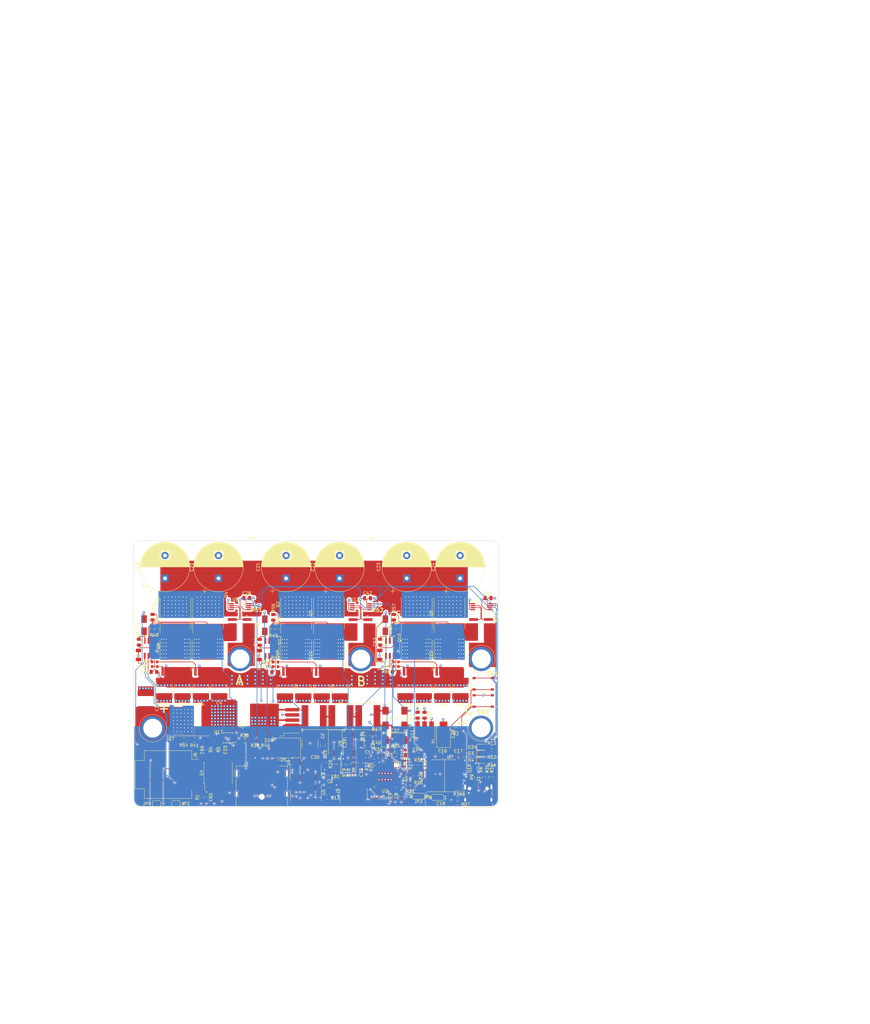
<source format=kicad_pcb>
(kicad_pcb (version 20221018) (generator pcbnew)
  (layers (0 "F.Cu" signal) (1 "In1.Cu" signal) (2 "In2.Cu" signal) (31 "B.Cu" signal) (34 "B.Paste" user) (35 "F.Paste" user) (36 "B.SilkS" user "B.Silkscreen") (37 "F.SilkS" user "F.Silkscreen") (38 "B.Mask" user) (39 "F.Mask" user) (44 "Edge.Cuts" user))
  (net 0 "")
  (net 1 "Net-(Q1-S)")
  (net 2 "Net-(D1-K)")
  (net 3 "GND")
  (net 4 "+12V")
  (net 5 "VBUS")
  (net 6 "+3.3V")
  (net 7 "GND_ISO")
  (net 8 "Net-(C10-Pad2)")
  (net 9 "NSRST")
  (net 10 "Net-(U2-VDDA)")
  (net 11 "GND1")
  (net 12 "Net-(U7-VBUS1)")
  (net 13 "Net-(JP4-A)")
  (net 14 "Net-(J8-Pin_1)")
  (net 15 "/MCU/ADC1_IN1")
  (net 16 "+5V")
  (net 17 "/MCU/ADC2_IN5")
  (net 18 "Net-(Q12-D)")
  (net 19 "Net-(D6-K)")
  (net 20 "/MCU/ADC2_IN10")
  (net 21 "/MCU/ADC1_IN2")
  (net 22 "Net-(Q10-D)")
  (net 23 "Net-(D7-K)")
  (net 24 "/MCU/ADC2_IN12")
  (net 25 "/MCU/ADC1_IN3")
  (net 26 "Net-(U17-TIMER)")
  (net 27 "5V_ISO")
  (net 28 "Net-(D2-K)")
  (net 29 "Net-(D2-A)")
  (net 30 "Net-(D3-K)")
  (net 31 "Net-(D3-A)")
  (net 32 "Net-(D4-K)")
  (net 33 "Net-(D4-A)")
  (net 34 "Net-(D5-K)")
  (net 35 "SPI_MISO_+")
  (net 36 "SPI_MISO_-")
  (net 37 "SPI_MOSI_+")
  (net 38 "SPI_MOSI_-")
  (net 39 "SPI_SCK_+")
  (net 40 "SPI_SCK_-")
  (net 41 "SPI_nSS_+")
  (net 42 "SPI_nSS_-")
  (net 45 "Net-(J2-CC1)")
  (net 46 "Net-(J2-D+-PadA6)")
  (net 47 "Net-(J2-D--PadA7)")
  (net 49 "Net-(J2-CC2)")
  (net 51 "Net-(J3-Pin_1)")
  (net 52 "Net-(J4-Pin_1)")
  (net 53 "Net-(J5-Pin_1)")
  (net 56 "CAN_IN+")
  (net 57 "CAN_IN-")
  (net 62 "SWDIO")
  (net 63 "SWCLK")
  (net 64 "SWO")
  (net 65 "JTDI")
  (net 66 "JTRST")
  (net 69 "Net-(JP3-C)")
  (net 70 "Net-(JP4-C)")
  (net 71 "Net-(L1-Pad2)")
  (net 72 "Net-(L2-Pad2)")
  (net 73 "Net-(Q1-G)")
  (net 74 "Net-(Q2-G)")
  (net 75 "Net-(Q3-G)")
  (net 76 "Net-(Q4-G)")
  (net 77 "Net-(Q5-G)")
  (net 78 "Net-(Q6-G)")
  (net 79 "Net-(Q7-G)")
  (net 80 "Net-(Q8-G)")
  (net 81 "Net-(Q9-G)")
  (net 82 "Net-(Q10-G)")
  (net 83 "Net-(Q11-G)")
  (net 84 "Net-(Q12-G)")
  (net 85 "Net-(Q13-G)")
  (net 86 "CAN_RX")
  (net 87 "VREF_OUT")
  (net 88 "Net-(U7-UD+)")
  (net 89 "Net-(U8--)")
  (net 90 "Net-(U7-UD-)")
  (net 91 "Net-(U7-DD+)")
  (net 92 "/MCU/USB_DP")
  (net 93 "/MCU/USB_DM")
  (net 94 "Net-(U7-DD-)")
  (net 95 "/MCU/OPAMP2_VINP")
  (net 96 "/MCU/ADC2_IN15")
  (net 97 "/MCU/ADC2_IN14")
  (net 98 "/MCU/ADC2_IN4")
  (net 99 "Net-(U8-+)")
  (net 100 "Net-(U13--)")
  (net 101 "Net-(U17-UVLO)")
  (net 102 "Net-(U17-OVP)")
  (net 103 "Net-(U17-SENSE)")
  (net 104 "Net-(U3-LO)")
  (net 105 "Net-(U12-LO)")
  (net 106 "Net-(U14-LO)")
  (net 107 "Net-(U3-HO)")
  (net 108 "Net-(U12-HO)")
  (net 109 "Net-(U14-HO)")
  (net 110 "/MCU/TIM_CH1N")
  (net 115 "/MCU/SPI1_NSS")
  (net 116 "/MCU/SPI1_SCK")
  (net 117 "/MCU/SPI1_MISO")
  (net 118 "/MCU/TIM_CH2N")
  (net 119 "/MCU/TIM_CH3N")
  (net 121 "/DC INPUT/EN")
  (net 122 "/DC INPUT/nPGD")
  (net 123 "/MCU/TIM_CH1")
  (net 124 "/MCU/TIM_CH2")
  (net 125 "/MCU/TIM_CH3")
  (net 126 "/MCU/SPI1_MOSI")
  (net 129 "/CAN/CAN_TX")
  (net 144 "Net-(U13-+)")
  (net 145 "Net-(U15--)")
  (net 146 "Net-(U15-+)")
  (footprint "Resistor_SMD:R_0805_2012Metric" (layer "F.Cu") (at 100.90785 49.2779 90)
    (fp_text reference "R55")
    (fp_text value "100kΩ-0805-1%")
  )
  (footprint "Inductor_SMD:L_0603_1608Metric" (layer "F.Cu") (at 161.0105 100.457)
    (fp_text reference "FB1")
    (fp_text value "600Ω@100MHz-25%-0603")
  )
  (footprint "Capacitor_SMD:C_2220_5650Metric" (layer "F.Cu") (at 162.43935 72.6848 -90)
    (fp_text reference "C43")
    (fp_text value "10uF-100V-10%-2220")
  )
  (footprint "Package_SO:SOIC-8_3.9x4.9mm_P1.27mm" (layer "F.Cu") (at 139.88415 59.551801 90)
    (fp_text reference "U12")
    (fp_text value "IRS21867S")
  )
  (footprint "Capacitor_SMD:C_0805_2012Metric" (layer "F.Cu") (at 136.09955 57.520801 90)
    (fp_text reference "C44")
    (fp_text value "100nF-100V-10%-0805")
  )
  (footprint "Package_SO:TSSOP-8_4.4x3mm_P0.65mm" (layer "F.Cu") (at 208.95945 45.8268)
    (fp_text reference "U15")
    (fp_text value "CSA231MA")
  )
  (footprint "Package_TO_SOT_SMD:TO-263-5_TabPin3" (layer "F.Cu") (at 139.156 83.077 180)
    (fp_text reference "U10")
    (fp_text value "LM2591HVS-12")
  )
  (footprint "Capacitor_SMD:C_2220_5650Metric" (layer "F.Cu") (at 122.77725 72.634 -90)
    (fp_text reference "C4")
    (fp_text value "10uF-100V-10%-2220")
  )
  (footprint "Capacitor_SMD:C_0805_2012Metric" (layer "F.Cu") (at 96.43745 57.470001 90)
    (fp_text reference "C1")
    (fp_text value "100nF-100V-10%-0805")
  )
  (footprint "Capacitor_SMD:C_0805_2012Metric" (layer "F.Cu") (at 197.866 109.413 90)
    (fp_text reference "C18")
    (fp_text value "100nF-100V-10%-0805")
  )
  (footprint "Capacitor_SMD:C_2220_5650Metric" (layer "F.Cu") (at 196.03085 72.634 -90)
    (fp_text reference "C53")
    (fp_text value "10uF-100V-10%-2220")
  )
  (footprint "Capacitor_SMD:C_0603_1608Metric" (layer "F.Cu") (at 174.485 89.1032 180)
    (fp_text reference "C40")
    (fp_text value "10nF-50V-10%-0603")
  )
  (footprint "Resistor_SMD:R_0603_1608Metric" (layer "F.Cu") (at 141.24255 65.532)
    (fp_text reference "R52")
    (fp_text value "10Ω-0603-1%")
  )
  (footprint "Resistor_SMD:R_0603_1608Metric" (layer "F.Cu") (at 180.657 92.9132)
    (fp_text reference "R25")
    (fp_text value "100Ω-1%-0603")
  )
  (footprint "Resistor_SMD:R_0805_2012Metric" (layer "F.Cu") (at 188.2537 94.5896 180)
    (fp_text reference "R30")
    (fp_text value "10kΩ-0805-0.1%")
  )
  (footprint "Capacitor_Tantalum_SMD:CP_EIA-7343-31_Kemet-D" (layer "F.Cu") (at 196.469 87.6925 90)
    (fp_text reference "C38")
    (fp_text value "47uF-16V-CASE_D")
  )
  (footprint "Capacitor_SMD:C_0603_1608Metric" (layer "F.Cu") (at 189.0522 97.7249 -90)
    (fp_text reference "C46")
    (fp_text value "10nF-50V-10%-0603")
  )
  (footprint "Capacitor_SMD:C_2220_5650Metric" (layer "F.Cu") (at 202.02525 72.634 -90)
    (fp_text reference "C51")
    (fp_text value "10uF-100V-10%-2220")
  )
  (footprint "MountingHole:MountingHole_3.2mm_M3" (layer "F.Cu") (at 133.604 27.686)
    (fp_text reference "H3")
    (fp_text value "MountingHole")
  )
  (footprint "Package_TO_SOT_SMD:SOT-23" (layer "F.Cu") (at 184.3763 97.3684)
    (fp_text reference "U1")
    (fp_text value "DNP LM4040DBZ-2.5 ")
  )
  (footprint "Resistor_SMD:R_0603_1608Metric" (layer "F.Cu") (at 101.58045 63.9572)
    (fp_text reference "R42")
    (fp_text value "10Ω-0603-1%")
  )
  (footprint "Resistor_SMD:R_0603_1608Metric" (layer "F.Cu") (at 208.695 101.7685 90)
    (fp_text reference "R6")
    (fp_text value "27Ω-0603-1%")
  )
  (footprint "Resistor_SMD:R_0603_1608Metric" (layer "F.Cu") (at 207.171 101.7685 -90)
    (fp_text reference "R9")
    (fp_text value "27Ω-0603-1%")
  )
  (footprint "MountingHole:MountingHole_3.2mm_M3" (layer "F.Cu") (at 173.228 27.686)
    (fp_text reference "H4")
    (fp_text value "MountingHole")
  )
  (footprint "Resistor_SMD:R_0805_2012Metric" (layer "F.Cu") (at 141.02525 67.31)
    (fp_text reference "R59")
    (fp_text value "100kΩ-0805-1%")
  )
  (footprint "Diode_SMD:D_SMA" (layer "F.Cu") (at 137.77595 51.9496 90)
    (fp_text reference "D6")
    (fp_text value "100V-2A-214AC")
  )
  (footprint "Resistor_SMD:R_0603_1608Metric" (layer "F.Cu") (at 173.6344 96.4184)
    (fp_text reference "R23")
    (fp_text value "100Ω-1%-0603")
  )
  (footprint "_Home_Grow:USB_C_Receptacle_XKB_U262-16XN-4BVC11" (layer "F.Cu") (at 207.897 108.145)
    (fp_text reference "J2")
    (fp_text value "USB_C_Receptacle_USB2.0")
  )
  (footprint "Resistor_SMD:R_0805_2012Metric" (layer "F.Cu") (at 114.7045 89.662)
    (fp_text reference "R41")
    (fp_text value "2x10kΩ-0805-0.1%")
  )
  (footprint "Resistor_SMD:R_0805_2012Metric" (layer "F.Cu") (at 180.61115 67.2592)
    (fp_text reference "R60")
    (fp_text value "100kΩ-0805-1%")
  )
  (footprint "Resistor_SMD:R_0603_1608Metric" (layer "F.Cu") (at 101.58045 65.4812)
    (fp_text reference "R51")
    (fp_text value "10Ω-0603-1%")
  )
  (footprint "Resistor_SMD:R_0805_2012Metric" (layer "F.Cu") (at 187.325 97.917 90)
    (fp_text reference "R27")
    (fp_text value "10kΩ-0805-0.1%")
  )
  (footprint "Package_SO:SOIC-8_3.9x4.9mm_P1.27mm" (layer "F.Cu") (at 179.47005 59.501 90)
    (fp_text reference "U14")
    (fp_text value "IRS21867S")
  )
  (footprint "Resistor_SMD:R_0603_1608Metric" (layer "F.Cu") (at 177.6465 92.884)
    (fp_text reference "R24")
    (fp_text value "10kΩ-1%-0603")
  )
  (footprint "Capacitor_SMD:C_0805_2012Metric" (layer "F.Cu") (at 167.005 97.089 90)
    (fp_text reference "C34")
    (fp_text value "100nF-100V-10%-0805")
  )
  (footprint "Resistor_SMD:R_0805_2012Metric" (layer "F.Cu") (at 134.5165 89.789)
    (fp_text reference "R39")
    (fp_text value "6.4kΩ-0805-0.1%")
  )
  (footprint "Resistor_SMD:R_0603_1608Metric" (layer "F.Cu") (at 185.611 103.759 180)
    (fp_text reference "R10")
    (fp_text value "27Ω-0603-1%")
  )
  (footprint "Resistor_SMD:R_0603_1608Metric" (layer "F.Cu") (at 212.3285 91.948 180)
    (fp_text reference "R13")
    (fp_text value "100Ω-1%-0603")
  )
  (footprint "Resistor_SMD:R_0805_2012Metric" (layer "F.Cu") (at 171.5986 88.1361 90)
    (fp_text reference "R16")
    (fp_text value "10kΩ-0805-0.1%")
  )
  (footprint "Capacitor_SMD:C_0805_2012Metric" (layer "F.Cu") (at 130.622 86.614)
    (fp_text reference "C57")
    (fp_text value "100nF-100V-10%-0805")
  )
  (footprint "Resistor_SMD:R_0603_1608Metric" (layer "F.Cu") (at 158.496 101.283 90)
    (fp_text reference "R7")
    (fp_text value "100Ω-1%-0603")
  )
  (footprint "_Home_Grow:Infineon_PG-HSOF-8-1_ThermalVias_GAPPED" (layer "F.Cu") (at 158.84835 61.9088 90)
    (fp_text reference "Q12")
    (fp_text value "HYG017N10NS1TA")
  )
  (footprint "Resistor_SMD:R_0603_1608Metric" (layer "F.Cu") (at 185.611 105.283)
    (fp_text reference "R11")
    (fp_text value "27Ω-0603-1%")
  )
  (footprint "Resistor_SMD:R_0805_2012Metric" (layer "F.Cu") (at 184.8501 94.5896 180)
    (fp_text reference "R31")
    (fp_text value "10kΩ-0805-0.1%")
  )
  (footprint "_Home_Grow:TS1187ABAB" (layer "F.Cu") (at 209.502 76.805 180)
    (fp_text reference "SW2")
    (fp_text value "SW_DIP_x01" hide)
  )
  (footprint "Capacitor_SMD:C_2220_5650Metric" (layer "F.Cu") (at 189.98565 72.634 -90)
    (fp_text reference "C63")
    (fp_text value "10uF-100V-10%-2220")
  )
  (footprint "Resistor_SMD:R_0603_1608Metric" (layer "F.Cu") (at 123.698 92.774 -90)
    (fp_text reference "R5")
    (fp_text value "47Ω-1%-0603")
  )
  (footprint "Capacitor_SMD:C_0805_2012Metric" (layer "F.Cu") (at 196.149 94.869)
    (fp_text reference "C16")
    (fp_text value "100nF-100V-10%-0805")
  )
  (footprint "Capacitor_SMD:C_0805_2012Metric" (layer "F.Cu") (at 175.0212 94.6912)
    (fp_text reference "C14")
    (fp_text value "100nF-100V-10%-0805")
  )
  (footprint "Package_SO:SOIC-8_3.9x4.9mm_P1.27mm" (layer "F.Cu") (at 100.22205 59.501001 90)
    (fp_text reference "U3")
    (fp_text value "IRS21867S")
  )
  (footprint "Resistor_SMD:R_0805_2012Metric" (layer "F.Cu") (at 180.15585 49.2779 90)
    (fp_text reference "R57")
    (fp_text value "100kΩ-0805-1%")
  )
  (footprint "Package_SO:TSSOP-8_4.4x3mm_P0.65mm" (layer "F.Cu") (at 129.71145 45.8268)
    (fp_text reference "U8")
    (fp_text value "CSA231MA")
  )
  (footprint "Resistor_SMD:R_0805_2012Metric" (layer "F.Cu") (at 137.9455 89.789)
    (fp_text reference "R40")
    (fp_text value "3.6kΩ-0805-1%")
  )
  (footprint "MountingHole:MountingHole_3.2mm_M3" (layer "F.Cu") (at 129.794 75.438)
    (fp_text reference "H2")
    (fp_text value "MountingHole")
  )
  (footprint "_Home_Grow:Infineon_PG-HSOF-8-1_ThermalVias_GAPPED" (layer "F.Cu") (at 108.42825 61.858 90)
    (fp_text reference "Q8")
    (fp_text value "HYG017N10NS1TA")
  )
  (footprint "Diode_SMD:D_SMC" (layer "F.Cu") (at 144.624 92.202 180)
    (fp_text reference "D5")
    (fp_text value "60V-0.75V@3A-SMC")
  )
  (footprint "Package_TO_SOT_SMD:SOT-223-3_TabPin2" (layer "F.Cu") (at 167.005 90.78 90)
    (fp_text reference "U9")
    (fp_text value "AMS1117-3.3")
  )
  (footprint "Capacitor_SMD:C_2220_5650Metric" (layer "F.Cu") (at 152.654 90.815 90)
    (fp_text reference "C30")
    (fp_text value "10uF-100V-10%-2220")
  )
  (footprint "Resistor_SMD:R_0603_1608Metric" (layer "F.Cu") (at 121.158 92.774 90)
    (fp_text reference "R4")
    (fp_text value "47Ω-1%-0603")
  )
  (footprint "Resistor_SMD:R_0603_1608Metric" (layer "F.Cu") (at 141.24255 64.008)
    (fp_text reference "R43")
    (fp_text value "10Ω-0603-1%")
  )
  (footprint "Package_TO_SOT_SMD:Infineon_PG-HSOF-8-1_ThermalVias" (layer "F.Cu") (at 119.17325 47.963 90)
    (fp_text reference "Q4")
    (fp_text value "HYG017N10NS1TA")
  )
  (footprint "Capacitor_THT:CP_Radial_D16.0mm_P7.50mm" (layer "F.Cu") (at 144.78 36.532755 90)
    (fp_text reference "C21")
    (fp_text value "560uF-100V-P7.5mm-D16mm")
  )
  (footprint "_Home_Grow:Infineon_PG-HSOF-8-1_ThermalVias_GAPPED" (layer "F.Cu") (at 198.43425 61.858 90)
    (fp_text reference "Q13")
    (fp_text value "HYG017N10NS1TA")
  )
  (footprint "LED_SMD:LED_0805_2012Metric" (layer "F.Cu") (at 209.042 91.948)
    (fp_text reference "D2")
    (fp_text value "GREEN-0805")
  )
  (footprint "_Home_Grow:Infineon_PG-HSOF-8-1_ThermalVias_GAPPED" (layer "F.Cu") (at 148.09035 61.9088 90)
    (fp_text reference "Q9")
    (fp_text value "HYG017N10NS1TA")
  )
  (footprint "Capacitor_SMD:C_2220_5650Metric" (layer "F.Cu") (at 183.99125 72.634 -90)
    (fp_text reference "C64")
    (fp_text value "10uF-100V-10%-2220")
  )
  (footprint "Connector_PinHeader_1.27mm:PinHeader_2x07_P1.27mm_Vertical_SMD" (layer "F.Cu") (at 166.878 107.36 90)
    (fp_text reference "J9")
    (fp_text value "Conn_02x07_Odd_Even")
  )
  (footprint "Capacitor_SMD:C_0805_2012Metric" (layer "F.Cu") (at 156.845 91.501 90)
    (fp_text reference "C7")
    (fp_text value "100nF-100V-10%-0805")
  )
  (footprint "SamacSys_Parts:BVBMR00110" (layer "F.Cu") (at 129.54525 53.238 180)
    (fp_text reference "R61")
    (fp_text value "300uΩ-2726-1%" hide)
  )
  (footprint "Resistor_SMD:R_0603_1608Metric" (layer "F.Cu") (at 212.315 101.8315 -90)
    (fp_text reference "R34")
    (fp_text value "10kΩ-1%-0603")
  )
  (footprint "Diode_SMD:D_SMA" (layer "F.Cu") (at 98.11385 51.8988 90)
    (fp_text reference "D1")
    (fp_text value "100V-2A-214AC")
  )
  (footprint "Capacitor_SMD:C_0805_2012Metric" (layer "F.Cu") (at 187.96 81.468 -90)
    (fp_text reference "C31")
    (fp_text value "100nF-100V-10%-0805")
  )
  (footprint "Capacitor_SMD:C_0805_2012Metric" (layer "F.Cu") (at 175.68545 57.47 90)
    (fp_text reference "C52")
    (fp_text value "100nF-100V-10%-0805")
  )
  (footprint "Capacitor_SMD:C_0805_2012Metric" (layer "F.Cu") (at 131.86025 43.0022 180)
    (fp_text reference "C28")
    (fp_text value "100nF-100V-10%-0805")
  )
  (footprint "Jumper:SolderJumper-2_P1.3mm_Open_RoundedPad1.0x1.5mm" (layer "F.Cu") (at 108.6 110.49 180)
    (fp_text reference "JP2")
    (fp_text value "SolderJumper_2_Open")
  )
  (footprint "Package_TO_SOT_SMD:Infineon_PG-HSOF-8-1_ThermalVias" (layer "F.Cu") (at 198.42125 47.963 90)
    (fp_text reference "Q6")
    (fp_text value "HYG017N10NS1TA")
  )
  (footprint "SamacSys_Parts:7466005R" (layer "F.Cu") (at 208.88325 62.992 90)
    (fp_text reference "J5")
    (fp_text value "Screw_Terminal_01x01" hide)
  )
  (footprint "Capacitor_SMD:C_2220_5650Metric" (layer "F.Cu") (at 150.39975 72.6848 -90)
    (fp_text reference "C61")
    (fp_text value "10uF-100V-10%-2220")
  )
  (footprint "Capacitor_SMD:C_0603_1608Metric" (layer "F.Cu") (at 118.618 108.3942 -90)
    (fp_text reference "C65")
    (fp_text value "0.1uF")
  )
  (footprint "Resistor_SMD:R_0603_1608Metric" (layer "F.Cu") (at 181.57825 53.1246 90)
    (fp_text reference "R47")
    (fp_text value "10Ω-0603-1%")
  )
  (footprint "_Home_Grow:Infineon_PG-HSOF-8-1_ThermalVias_GAPPED" (layer "F.Cu") (at 119.18625 61.858 90)
    (fp_text reference "Q11")
    (fp_text value "HYG017N10NS1TA")
  )
  (footprint "Inductor_SMD:L_Sunlord_SWPA8040S" (layer "F.Cu") (at 171.625 81.915)
    (fp_text reference "L3")
    (fp_text value "100uH-1A-20%-8x8mm")
  )
  (footprint "Resistor_SMD:R_0805_2012Metric" (layer "F.Cu") (at 174.2929 87.376)
    (fp_text reference "R17")
    (fp_text value "10kΩ-0805-0.1%")
  )
  (footprint "Resistor_SMD:R_0603_1608Metric" (layer "F.Cu") (at 141.99235 53.1754 90)
    (fp_text reference "R46")
    (fp_text value "10Ω-0603-1%")
  )
  (footprint "Capacitor_THT:CP_Radial_D16.0mm_P7.50mm" (layer "F.Cu") (at 105.005 36.532755 90)
    (fp_text reference "C19")
    (fp_text value "560uF-100V-P7.5mm-D16mm")
  )
  (footprint "SamacSys_Parts:7466005R" (layer "F.Cu") (at 100.965 85.725)
    (fp_text reference "J8")
    (fp_text value "Screw_Terminal_01x01" hide)
  )
  (footprint "Resistor_SMD:R_0603_1608Metric" (layer "F.Cu") (at 210.791 101.8315 -90)
    (fp_text reference "R35")
    (fp_text value "10kΩ-1%-0603")
  )
  (footprint "Capacitor_SMD:C_0603_1608Metric" (layer "F.Cu") (at 157.454 97.015 90)
    (fp_text reference "C13")
    (fp_text value "0.1uF")
  )
  (footprint "Package_TO_SOT_SMD:Infineon_PG-HSOF-8-1_ThermalVias" (layer "F.Cu") (at 187.67625 47.963 90)
    (fp_text reference "Q3")
    (fp_text value "HYG017N10NS1TA")
  )
  (footprint "Package_TO_SOT_SMD:Infineon_PG-HSOF-8-1_ThermalVias" (layer "F.Cu") (at 148.09035 48.0138 90)
    (fp_text reference "Q2")
    (fp_text value "HYG017N10NS1TA")
  )
  (footprint "Package_TO_SOT_SMD:SOT-223-3_TabPin2" (layer "F.Cu") (at 190.246 87.655 -90)
    (fp_text reference "U11")
    (fp_text value "AMS1117-5.0")
  )
  (footprint "Resistor_SMD:R_0805_2012Metric" (layer "F.Cu") (at 140.56995 49.3287 90)
    (fp_text reference "R56")
    (fp_text value "100kΩ-0805-1%")
  )
  (footprint "_Home_Grow:TS1187ABAB" (layer "F.Cu") (at 209.502 71.15)
    (fp_text reference "SW1")
    (fp_text value "SW_DIP_x01" hide)
  )
  (footprint "Capacitor_SMD:C_0805_2012Metric" (layer "F.Cu") (at 211.10825 43.0022 180)
    (fp_text reference "C55")
    (fp_text value "100nF-100V-10%-0805")
  )
  (footprint "Capacitor_SMD:C_0805_2012Metric" (layer "F.Cu") (at 182.626 107.884 90)
    (fp_text reference "C8")
    (fp_text value "100nF-100V-10%-0805")
  )
  (footprint "Package_TO_SOT_SMD:Infineon_PG-HSOF-8-1_ThermalVias" (layer "F.Cu") (at 113.122 83.22 180)
    (fp_text reference "Q7")
    (fp_text value "HYG017N10NS1TA")
  )
  (footprint "Resistor_SMD:R_0805_2012Metric" (layer "F.Cu") (at 187.325 101.3206 90)
    (fp_text reference "R26")
    (fp_text value "10kΩ-0805-0.1%")
  )
  (footprint "Resistor_SMD:R_0603_1608Metric" (layer "F.Cu") (at 180.82845 65.4812)
    (fp_text reference "R53")
    (fp_text value "10Ω-0603-1%")
  )
  (footprint "Capacitor_SMD:C_0805_2012Metric" (layer "F.Cu") (at 201.361 94.869 180)
    (fp_text reference "C17")
    (fp_text value "100nF-100V-10%-0805")
  )
  (footprint "Resistor_SMD:R_0603_1608Metric" (layer "F.Cu") (at 102.33025 53.1246 90)
    (fp_text reference "R45")
    (fp_text value "10Ω-0603-1%")
  )
  (footprint "Resistor_SMD:R_0603_1608Metric" (layer "F.Cu") (at 201.075 110.304)
    (fp_text reference "R37")
    (fp_text value "10kΩ-1%-0603")
  )
  (footprint "Resistor_SMD:R_0603_1608Metric" (layer "F.Cu") (at 160.6296 97.5746 -90)
    (fp_text reference "R20")
    (fp_text value "10kΩ-1%-0603")
  )
  (footprint "Capacitor_THT:CP_Radial_D16.0mm_P7.50mm" (layer "F.Cu") (at 184.38 36.532755 90)
    (fp_text reference "C23")
    (fp_text value "560uF-100V-P7.5mm-D16mm")
  )
  (footprint "Resistor_SMD:R_0603_1608Metric" (layer "F.Cu") (at 180.82845 63.9572)
    (fp_text reference "R44")
    (fp_text value "10Ω-0603-1%")
  )
  (footprint "Capacitor_Tantalum_SMD:CP_EIA-7343-31_Kemet-D" (layer "F.Cu") (at 180.5295 89.662)
    (fp_text reference "C37")
    (fp_text value "47uF-16V-CASE_D")
  )
  (footprint "Resistor_SMD:R_0603_1608Metric" (layer "F.Cu") (at 140.41755 53.1754 90)
    (fp_text reference "R49")
    (fp_text value "10Ω-0603-1%")
  )
  (footprint "Resistor_SMD:R_0603_1608Metric" (layer "F.Cu") (at 162.1536 97.599 90)
    (fp_text reference "R21" hide)
    (fp_text value "100Ω-1%-0603")
  )
  (footprint "Package_SO:SOIC-16_3.9x9.9mm_P1.27mm" (layer "F.Cu") (at 151.257 99.503 90)
    (fp_text reference "U6")
    (fp_text value "SN65LVDS33D")
  )
  (footprint "Resistor_SMD:R_0603_1608Metric" (layer "F.Cu") (at 171.3684 95.4521 -90)
    (fp_text reference "R22")
    (fp_text value "10kΩ-1%-0603")
  )
  (footprint "Capacitor_Tantalum_SMD:CP_EIA-7343-31_Kemet-D" (layer "F.Cu") (at 180.5295 79.994)
    (fp_text reference "C35")
    (fp_text value "47uF-16V-CASE_D")
  )
  (footprint "Resistor_SMD:R_0603_1608Metric" (layer "F.Cu") (at 165.2332 97.6254 90)
    (fp_text reference "R18")
    (fp_text value "100Ω-1%-0603")
  )
  (footprint "Capacitor_THT:CP_Radial_D16.0mm_P7.50mm" (layer "F.Cu") (at 162.33 36.532755 90)
    (fp_text reference "C22")
    (fp_text value "560uF-100V-P7.5mm-D16mm")
  )
  (footprint "Capacitor_SMD:C_0603_1608Metric" (layer "F.Cu") (at 118.618 92.8494 90)
    (fp_text reference "C66")
    (fp_text value "0.1uF")
  )
  (footprint "Resistor_SMD:R_0805_2012Metric" (layer "F.Cu") (at 101.36315 67.2592)
    (fp_text reference "R58")
    (fp_text value "100kΩ-0805-1%")
  )
  (footprint "MountingHole:MountingHole_3.2mm_M3" (layer "F.Cu") (at 98.298 43.434)
    (fp_text reference "H1")
    (fp_text value "MountingHole")
  )
  (footprint "Package_SO:TSSOP-8_4.4x3mm_P0.65mm" (layer "F.Cu") (at 169.37355 45.8776)
    (fp_text reference "U13")
    (fp_text value "CSA231MA")
  )
  (footprint "Capacitor_SMD:C_1206_3216Metric" (layer "F.Cu") (at 96.28505 61.673001 -90)
    (fp_text reference "C2")
    (fp_text value "1uF-100V-10%-1206")
  )
  (footprint "Capacitor_SMD:C_0805_2012Metric" (layer "F.Cu") (at 171.6024 91.5568 -90)
    (fp_text reference "C3")
    (fp_text value "100nF-100V-10%-0805")
  )
  (footprint "Jumper:SolderJumper-3_P1.3mm_Bridged12_RoundedPad1.0x1.5mm_NumberLabels" (layer "F.Cu") (at 194.534 108.458 180)
    (fp_text reference "JP4")
    (fp_text value "Jumper")
  )
  (footprint "Capacitor_THT:CP_Radial_D16.0mm_P7.50mm" (layer "F.Cu") (at 201.93 36.532755 90)
    (fp_text reference "C24")
    (fp_text value "560uF-100V-P7.5mm-D16mm")
  )
  (footprint "Package_SO:SOIC-16W_7.5x10.3mm_P1.27mm" (layer "F.Cu") (at 196.518 101.346 180)
    (fp_text reference "U7")
    (fp_text value "ADUM4160")
  )
  (footprint "Capacitor_SMD:C_1206_3216Metric" (layer "F.Cu") (at 135.94715 61.723801 -90)
    (fp_text reference "C41")
    (fp_text value "1uF-100V-10%-1206")
  )
  (footprint "SamacSys_Parts:7466005R" (layer "F.Cu") (at 169.29735 63.042799 90)
    (fp_text reference "J4")
    (fp_text value "Screw_Terminal_01x01" hide)
  )
  (footprint "Capacitor_SMD:C_0603_1608Metric" (layer "F.Cu") (at 158.229 108.458)
    (fp_text reference "C12")
    (fp_text value "0.1uF")
  )
  (footprint "Resistor_SMD:R_0603_1608Metric" (layer "F.Cu") (at 100.75545 53.1246 90)
    (fp_text reference "R48")
    (fp_text value "10Ω-0603-1%")
  )
  (footprint "Resistor_SMD:R_0603_1608Metric" (layer "F.Cu") (at 200.597 86.106 180)
    (fp_text reference "R2")
    (fp_text value "10kΩ-1%-0603")
  )
  (footprint "Capacitor_SMD:C_0603_1608Metric" (layer "F.Cu") (at 126.238 92.824 90)
    (fp_text reference "C10")
    (fp_text value "10nF-50V-10%-0603")
  )
  (footprint "Capacitor_SMD:C_0805_2012Metric" (layer "F.Cu") (at 190.246 81.468 -90)
    (fp_text reference "C32")
    (fp_text value "100nF-100V-10%-0805")
  )
  (footprint "Capacitor_SMD:C_0805_2012Metric" (layer "F.Cu") (at 169.291 97.089 90)
    (fp_text reference "C33")
    (fp_text value "100nF-100V-10%-0805")
  )
  (footprint "Capacitor_THT:CP_Radial_D16.0mm_P7.50mm" (layer "F.Cu") (at 122.555 36.532755 90)
    (fp_text reference "C20")
    (fp_text value "560uF-100V-P7.5mm-D16mm")
  )
  (footprint "_Home_Grow:MOLEX_47272-0001" (layer "F.Cu") (at 136.784 111.544)
    (fp_text reference "J1")
    (fp_text value "47272-0001")
  )
  (footprint "Capacitor_SMD:C_0805_2012Metric" (layer "F.Cu") (at 184.465 100.838 180)
    (fp_text reference "C11")
    (fp_text value "100nF-100V-10%-0805")
  )
  (footprint "Resistor_SMD:R_0805_2012Metric" (layer "F.Cu") (at 111.1485 89.662 180)
    (fp_text reference "R54")
    (fp_text value "10kΩ-0805-0.1%")
  )
  (footprint "Package_DFN_QFN:QFN-48-1EP_7x7mm_P0.5mm_EP5.6x5.6mm" (layer "F.Cu") (at 177.224 101.532 180)
    (fp_text reference "U2")
    (fp_text value "STM32G431CBUx")
  )
  (footprint "Capacitor_SMD:C_2220_5650Metric" (layer "F.Cu") (at 156.44495 72.6848 -90)
    (fp_text reference "C45")
    (fp_text value "10uF-100V-10%-2220")
  )
  (footprint "Capacitor_Tantalum_SMD:CP_EIA-7343-31_Kemet-D" (layer "F.Cu") (at 160.909 90.7405 -90)
    (fp_text reference "C39")
    (fp_text value "47uF-16V-CASE_D")
  )
  (footprint "Jumper:SolderJumper-2_P1.3mm_Open_RoundedPad1.0x1.5mm" (layer "F.Cu") (at 102.25 110.49)
    (fp_text reference "JP1")
    (fp_text value "SolderJumper_2_Open")
  )
  (footprint "Capacitor_SMD:C_2220_5650Metric" (layer "F.Cu") (at 144.405351 72.6848 -90)
    (fp_text reference "C62")
    (fp_text value "10uF-100V-10%-2220")
  )
  (footprint "_Home_Grow:SOP-8_6.62x9.15mm_P2.54mm" (layer "F.Cu") (at 122.428 100.377 90)
    (fp_text reference "U4")
    (fp_text value "ISO1050DUB")
  )
  (footprint "Capacitor_SMD:C_0805_2012Metric" (layer "F.Cu") (at 171.52235 43.053 180)
    (fp_text reference "C47")
    (fp_text value "100nF-100V-10%-0805")
  )
  (footprint "Resistor_SMD:R_0603_1608Metric" (layer "F.Cu") (at 180.00345 53.1246 90)
    (fp_text reference "R50")
    (fp_text value "10Ω-0603-1%")
  )
  (footprint "Inductor_SMD:L_Sunlord_SWPA8040S" (layer "F.Cu") (at 153.972 81.915)
    (fp_text reference "L1")
    (fp_text value "100uH-1A-20%-8x8mm")
  )
  (footprint "Jumper:SolderJumper-3_P1.3mm_Bridged12_RoundedPad1.0x1.5mm_NumberLabels" (layer "F.Cu") (at 188.214 108.077 180)
    (fp_text reference "JP3")
    (fp_text value "Jumper")
  )
  (footprint "Capacitor_SMD:C_2220_5650Metric" (layer "F.Cu") (at 110.73765 72.634 -90)
    (fp_text reference "C59")
    (fp_text value "10uF-100V-10%-2220")
  )
  (footprint "Package_SO:SOIC-16_3.9x9.9mm_P1.27mm" (layer "F.Cu") (at 151.257 107.761 -90)
    (fp_text reference "U5")
    (fp_text value "SN65LVDS31D")
  )
  (footprint "Capacitor_SMD:C_1206_3216Metric" (layer "F.Cu") (at 175.53305 61.673 -90)
    (fp_text reference "C49")
    (fp_text value "1uF-100V-10%-1206")
  )
  (footprint "Capacitor_Tantalum_SMD:CP_EIA-7343-31_Kemet-D" (layer "F.Cu") (at 180.5295 84.836)
    (fp_text reference "C36")
    (fp_text value "47uF-16V-CASE_D")
  )
  (footprint "Resistor_SMD:R_0603_1608Metric" (layer "F.Cu") (at 116.967 108.394 -90)
    (fp_text reference "R1")
    (fp_text value "10kΩ-1%-0603")
  )
  (footprint "_Home_Grow:Infineon_PG-HSOF-8-1_ThermalVias_GAPPED" (layer "F.Cu") (at 187.67625 61.858 90)
    (fp_text reference "Q10")
    (fp_text value "HYG017N10NS1TA")
  )
  (footprint "Capacitor_SMD:C_2220_5650Metric" (layer "F.Cu") (at 116.78285 72.634 -90)
    (fp_text reference "C5")
    (fp_text value "10uF-100V-10%-2220")
  )
  (footprint "SamacSys_Parts:BVBMR00110" (layer "F.Cu") (at 169.20735 53.2888 180)
    (fp_text reference "R62")
    (fp_text value "300uΩ-2726-1%" hide)
  )
  (footprint "Inductor_SMD:L_Sunlord_SWPA8040S" (layer "F.Cu") (at 162.766 81.915)
    (fp_text reference "L2")
    (fp_text value "100uH-1A-20%-8x8mm")
  )
  (footprint "Package_TO_SOT_SMD:SOT-553" (layer "F.Cu") (at 206.629 98.995 90)
    (fp_text reference "U16")
    (fp_text value "TPD2E2U06")
  )
  (footprint "Package_SO:MSOP-10_3x3mm_P0.5mm" (layer "F.Cu") (at 125.644 88.916 180)
    (fp_text reference "U17")
    (fp_text value "LM5060")
  )
  (footprint "Capacitor_SMD:C_0805_2012Metric" (layer "F.Cu") (at 159.197 104.521)
    (fp_text reference "C6")
    (fp_text value "100nF-100V-10%-0805")
  )
  (footprint "Diode_SMD:D_SMA" (layer "F.Cu") (at 177.36185 51.8988 90)
    (fp_text reference "D7")
    (fp_text value "100V-2A-214AC")
  )
  (footprint "Capacitor_SMD:C_0805_2012Metric" (layer "F.Cu") (at 180.594 107.884 90)
    (fp_text reference "C9")
    (fp_text value "100nF-100V-10%-0805")
  )
  (footprint "SamacSys_Parts:7466005R" (layer "F.Cu") (at 129.63525 62.991999 90)
    (fp_text reference "J3")
    (fp_text value "Screw_Terminal_01x01" hide)
  )
  (footprint "Resistor_SMD:R_0603_1608Metric" (layer "F.Cu") (at 212.3285 93.98 180)
    (fp_text reference "R12")
    (fp_text value "100Ω-1%-0603")
  )
  (footprint "_Home_Grow:RJ45_Molex_0855135013_Vertical" (layer "F.Cu") (at 105.698 100.965 -90)
    (fp_text reference "J6")
    (fp_text value "Conn_01x08")
  )
  (footprint "SamacSys_Parts:BVBMR00110" (layer "F.Cu") (at 208.79325 53.238 180)
    (fp_text reference "R63")
    (fp_text value "300uΩ-2726-1%" hide)
  )
  (footprint "Resistor_SMD:R_0603_1608Metric" (layer "F.Cu") (at 181.1406 94.5388)
    (fp_text reference "R3")
    (fp_text value "DNP 10kΩ-1%-0603")
  )
  (footprint "Capacitor_SMD:C_2220_5650Metric" (layer "F.Cu") (at 104.743251 72.634 -90)
    (fp_text reference "C60")
    (fp_text value "10uF-100V-10%-2220")
  )
  (footprint "LED_SMD:LED_0805_2012Metric" (layer "F.Cu") (at 209.042 93.98)
    (fp_text reference "D3")
    (fp_text value "YELLOW-0805")
  )
  (footprint "Resistor_SMD:R_0603_1608Metric" (layer "F.Cu") (at 201.075 108.81)
    (fp_text reference "R36")
    (fp_text value "10kΩ-1%-0603")
  )
  (footprint "Resistor_SMD:R_0805_2012Metric" (layer "F.Cu") (at 131.0875 89.789)
    (fp_text reference "R38")
    (fp_text value "100kΩ-0805-1%")
  )
  (footprint "LED_SMD:LED_0805_2012Metric" (layer "F.Cu") (at 209.042 96.266)
    (fp_text reference "D4")
    (fp_text value "RED-0805")
  )
  (footprint "Resistor_SMD:R_0603_1608Metric" (layer "F.Cu") (at 163.6776 97.6265 -90)
    (fp_text reference "R19")
    (fp_text value "10kΩ-1%-0603")
  )
  (footprint "Package_TO_SOT_SMD:Infineon_PG-HSOF-8-1_ThermalVias" (layer "F.Cu") (at 158.83535 48.0138 90)
    (fp_text reference "Q5")
    (fp_text value "HYG017N10NS1TA")
  )
  (footprint "Package_TO_SOT_SMD:Infineon_PG-HSOF-8-1_ThermalVias" (layer "F.Cu") (at 108.42825 47.963 90)
    (fp_text reference "Q1")
    (fp_text value "HYG017N10NS1TA")
  )
  (footprint "SamacSys_Parts:7466005R" (layer "F.Cu") (at 208.788 85.598)
    (fp_text reference "J7")
    (fp_text value "Screw_Terminal_01x01" hide)
  )
  (footprint "Capacitor_SMD:C_0603_1608Metric" (layer "F.Cu") (at 184.658 92.8624)
    (fp_text reference "C54")
    (fp_text value "10nF-50V-10%-0603")
  )
  (footprint "Resistor_SMD:R_0603_1608Metric" (layer "F.Cu") (at 212.3285 96.266 180)
    (fp_text reference "R14")
    (fp_text value "100Ω-1%-0603")
  )
  (footprint "Capacitor_SMD:C_2220_5650Metric" (layer "F.Cu") (at 98.679 76.825 -90)
    (fp_text reference "C25")
    (fp_text value "10uF-100V-10%-2220")
  )
  (gr_line (start 206.375 66.675) (end 204.597 77.978) (stroke (width 0.1)) (layer "F.SilkS"))
  (gr_arc (start 214.63 109.074949) (mid 213.886051 110.871) (end 212.09 111.614949) (stroke (width 0.1)) (layer "Edge.Cuts"))
  (gr_line (start 97.155 24.13) (end 208.915 24.13) (stroke (width 0.1)) (layer "Edge.Cuts"))
  (gr_line (start 97.917 111.614949) (end 97.155 111.614949) (stroke (width 0.1)) (layer "Edge.Cuts"))
  (gr_arc (start 212.09 24.13) (mid 213.886051 24.873949) (end 214.63 26.67) (stroke (width 0.1)) (layer "Edge.Cuts"))
  (gr_arc (start 94.615 26.67) (mid 95.358949 24.873949) (end 97.155 24.13) (stroke (width 0.1)) (layer "Edge.Cuts"))
  (gr_line (start 94.615 109.074949) (end 94.615 106.807) (stroke (width 0.1)) (layer "Edge.Cuts"))
  (gr_line (start 212.09 111.614949) (end 97.917 111.614949) (stroke (width 0.1)) (layer "Edge.Cuts"))
  (gr_line (start 214.63 105.41) (end 214.63 106.807) (stroke (width 0.1)) (layer "Edge.Cuts"))
  (gr_line (start 208.915 24.13) (end 212.09 24.13) (stroke (width 0.1)) (layer "Edge.Cuts"))
  (gr_line (start 214.63 106.807) (end 214.63 109.074949) (stroke (width 0.1)) (layer "Edge.Cuts"))
  (gr_line (start 94.615 26.67) (end 94.615 106.807) (stroke (width 0.1)) (layer "Edge.Cuts"))
  (gr_line (start 214.63 26.67) (end 214.63 37.465) (stroke (width 0.1)) (layer "Edge.Cuts"))
  (gr_arc (start 97.155 111.614949) (mid 95.358949 110.871) (end 94.615 109.074949) (stroke (width 0.1)) (layer "Edge.Cuts"))
  (gr_line (start 214.63 37.465) (end 214.63 105.41) (stroke (width 0.1)) (layer "Edge.Cuts"))
  (gr_text "A" (at 127.889 71.755) (layer "F.SilkS") (effects (font (size 3 3) (thickness 0.45)) (justify left bottom)))
  (gr_text "B" (at 167.64 72.136) (layer "F.SilkS") (effects (font (size 3 3) (thickness 0.45)) (justify left bottom)))
  (gr_text "-" (at 200.359742 85.5835) (layer "F.SilkS") (effects (font (size 3 3) (thickness 0.45)) (justify left bottom)))
  (gr_text "C" (at 203.073 81.407) (layer "F.SilkS") (effects (font (size 3 3) (thickness 0.45)) (justify left bottom)))
  (gr_text "+" (at 102.489 80.899) (layer "F.SilkS") (effects (font (size 3 3) (thickness 0.45)) (justify left bottom)))
  (segment (start 100.85705 57.026) (end 100.85705 55.7022) (width 0.2) (layer "F.Cu") (net 1))
  (segment (start 101.9594 48.3654) (end 100.90785 48.3654) (width 0.2) (layer "F.Cu") (net 1))
  (segment (start 103.052 50.855) (end 102.362 50.165) (width 0.2) (layer "F.Cu") (net 1))
  (segment (start 100.93325 58.42) (end 100.93325 57.1022) (width 0.2) (layer "F.Cu") (net 1))
  (segment (start 100.93325 57.1022) (end 100.85705 57.026) (width 0.2) (layer "F.Cu") (net 1))
  (segment (start 171.5986 89.0486) (end 171.5752 89.072) (width 0.2) (layer "F.Cu") (net 1))
  (segment (start 171.5752 89.072) (end 169.844 89.072) (width 0.2) (layer "F.Cu") (net 1))
  (segment (start 169.844 89.072) (end 169.672 88.9) (width 0.2) (layer "F.Cu") (net 1))
  (segment (start 102.362 50.165) (end 102.362 48.768) (width 0.2) (layer "F.Cu") (net 1))
  (segment (start 96.43745 59.0042) (end 96.74225 59.309) (width 0.2) (layer "F.Cu") (net 1))
  (segment (start 169.672 88.9) (end 169.418 88.646) (width 0.2) (layer "F.Cu") (net 1))
  (segment (start 96.43745 58.42) (end 96.43745 59.0042) (width 0.2) (layer "F.Cu") (net 1))
  (segment (start 100.04425 59.309) (end 100.93325 58.42) (width 0.2) (layer "F.Cu") (net 1))
  (segment (start 102.362 48.768) (end 101.9594 48.3654) (width 0.2) (layer "F.Cu") (net 1))
  (segment (start 169.418 88.646) (end 169.418 87.884) (width 0.2) (layer "F.Cu") (net 1))
  (segment (start 100.85705 55.7022) (end 101.06025 55.499) (width 0.2) (layer "F.Cu") (net 1))
  (segment (start 119.77325 52.213) (end 118.41525 50.855) (width 0.2) (layer "F.Cu") (net 1))
  (segment (start 118.41525 50.855) (end 103.052 50.855) (width 0.2) (layer "F.Cu") (net 1))
  (segment (start 96.74225 59.309) (end 100.04425 59.309) (width 0.2) (layer "F.Cu") (net 1))
  (via (at 101.06025 55.499) (size 0.8) (drill 0.4) (layers "F.Cu" "B.Cu") (net 1))
  (via (at 128.524 87.2035) (size 0.8) (drill 0.4) (layers "F.Cu" "B.Cu") (net 1))
  (via (at 169.418 87.884) (size 0.8) (drill 0.4) (layers "F.Cu" "B.Cu") (net 1))
  (segment (start 128.524 87.2035) (end 128.524 77.651613) (width 0.2) (layer "B.Cu") (net 1))
  (segment (start 123.75825 66.60825) (end 123.75825 62.528) (width 0.2) (layer "B.Cu") (net 1))
  (segment (start 126.238 75.365613) (end 126.238 69.088) (width 0.2) (layer "B.Cu") (net 1))
  (segment (start 126.238 69.088) (end 123.75825 66.60825) (width 0.2) (layer "B.Cu") (net 1))
  (segment (start 128.524 77.651613) (end 126.238 75.365613) (width 0.2) (layer "B.Cu") (net 1))
  (segment (start 96.43745 55.9308) (end 96.74225 55.626) (width 0.2) (layer "F.Cu") (net 2))
  (segment (start 96.74225 55.626) (end 98.31705 55.626) (width 0.2) (layer "F.Cu") (net 2))
  (segment (start 98.31705 54.102) (end 98.11385 53.8988) (width 0.2) (layer "F.Cu") (net 2))
  (segment (start 98.31705 55.626) (end 98.31705 54.102) (width 0.2) (layer "F.Cu") (net 2))
  (segment (start 96.43745 56.52) (end 96.43745 55.9308) (width 0.2) (layer "F.Cu") (net 2))
  (segment (start 98.31705 57.026) (end 98.31705 55.626) (width 0.2) (layer "F.Cu") (net 2))
  (segment (start 116.30025 65.913) (end 116.30025 65.278) (width 0.2) (layer "F.Cu") (net 3))
  (segment (start 155.96235 65.9638) (end 155.96235 65.3288) (width 0.2) (layer "F.Cu") (net 3))
  (segment (start 195.54825 65.913) (end 195.54825 65.278) (width 0.2) (layer "F.Cu") (net 3))
  (segment (start 122.277867 87.916) (end 122.0015 87.639633) (width 0.2) (layer "F.Cu") (net 3))
  (segment (start 160.909 93.853) (end 160.909 95.377) (width 0.2) (layer "F.Cu") (net 3))
  (segment (start 185.6876 101.1106) (end 188.6219 101.1106) (width 0.2) (layer "F.Cu") (net 3))
  (segment (start 171.2851 89.7511) (end 171.196 89.7511) (width 0.2) (layer "F.Cu") (net 3))
  (segment (start 182.626 108.834) (end 182.626 109.982) (width 0.2) (layer "F.Cu") (net 3))
  (segment (start 141.784 97.984) (end 141.784 99.874) (width 0.2) (layer "F.Cu") (net 3))
  (segment (start 183.883 92.8624) (end 182.7276 92.8624) (width 0.2) (layer "F.Cu") (net 3))
  (segment (start 140.189 83.077) (end 139.954 83.312) (width 0.5) (layer "F.Cu") (net 3))
  (segment (start 126.84895 44.8518) (end 126.82815 44.831) (width 0.2) (layer "F.Cu") (net 3))
  (segment (start 166.51105 44.9026) (end 166.49025 44.8818) (width 0.2) (layer "F.Cu") (net 3))
  (segment (start 206.09695 44.8518) (end 206.07615 44.831) (width 0.2) (layer "F.Cu") (net 3))
  (segment (start 134.469 86.614) (end 135.231 85.852) (width 0.2) (layer "F.Cu") (net 3))
  (segment (start 170.95 110.998) (end 171.704 110.244) (width 0.2) (layer "F.Cu") (net 3))
  (segment (start 116.967 110.363) (end 116.84 110.49) (width 0.2) (layer "F.Cu") (net 3))
  (segment (start 196.469 84.58) (end 196.469 82.931) (width 0.2) (layer "F.Cu") (net 3))
  (segment (start 116.967 109.219) (end 116.967 110.363) (width 0.2) (layer "F.Cu") (net 3))
  (segment (start 96.28505 60.198) (end 96.28505 61.9252) (width 0.2) (layer "F.Cu") (net 3))
  (segment (start 135.94715 60.2488) (end 135.94715 61.976) (width 0.2) (layer "F.Cu") (net 3))
  (segment (start 175.53305 60.198) (end 175.53305 61.9252) (width 0.2) (layer "F.Cu") (net 3))
  (segment (start 174.0712 94.6912) (end 172.7708 94.6912) (width 0.2) (layer "F.Cu") (net 3))
  (segment (start 141.205 83.077) (end 140.97 83.312) (width 0.5) (layer "F.Cu") (net 3))
  (segment (start 188.6219 101.1106) (end 189.1485 100.584) (width 0.2) (layer "F.Cu") (net 3))
  (segment (start 190.246 80.518) (end 190.246 79.248) (width 0.2) (layer "F.Cu") (net 3))
  (segment (start 181.482 92.9132) (end 182.5752 92.9132) (width 0.2) (layer "F.Cu") (net 3))
  (segment (start 185.415 100.838) (end 185.6876 101.1106) (width 0.2) (layer "F.Cu") (net 3))
  (segment (start 132.334 100.584) (end 128.534 100.584) (width 0.2) (layer "F.Cu") (net 3))
  (segment (start 180.594 108.834) (end 180.594 109.982) (width 0.2) (layer "F.Cu") (net 3))
  (segment (start 212.05825 43.0022) (end 211.34705 43.0022) (width 0.2) (layer "F.Cu") (net 3))
  (segment (start 132.81025 43.0022) (end 132.09905 43.0022) (width 0.2) (layer "F.Cu") (net 3))
  (segment (start 172.47235 43.053) (end 171.76115 43.053) (width 0.2) (layer "F.Cu") (net 3))
  (segment (start 157.454 95.022) (end 157.48 94.996) (width 0.2) (layer "F.Cu") (net 3))
  (segment (start 125.89105 46.8018) (end 125.69825 46.609) (width 0.2) (layer "F.Cu") (net 3))
  (segment (start 165.55315 46.8526) (end 165.36035 46.6598) (width 0.2) (layer "F.Cu") (net 3))
  (segment (start 205.13905 46.8018) (end 204.94625 46.609) (width 0.2) (layer "F.Cu") (net 3))
  (segment (start 158.247 104.521) (end 157.353 104.521) (width 0.2) (layer "F.Cu") (net 3))
  (segment (start 165.2332 95.6372) (end 165.1 95.504) (width 0.2) (layer "F.Cu") (net 3))
  (segment (start 213.3092 43.0022) (end 213.36 43.053) (width 0.2) (layer "F.Cu") (net 3))
  (segment (start 140.081 89.789) (end 140.208 89.662) (width 0.2) (layer "F.Cu") (net 3))
  (segment (start 162.1536 96.774) (end 162.1536 95.8596) (width 0.2) (layer "F.Cu") (net 3))
  (segment (start 105.57325 66.108) (end 105.37825 65.913) (width 0.2) (layer "F.Cu") (net 3))
  (segment (start 145.23535 66.1588) (end 145.04035 65.9638) (width 0.2) (layer "F.Cu") (net 3))
  (segment (start 184.82125 66.108) (end 184.62625 65.913) (width 0.2) (layer "F.Cu") (net 3))
  (segment (start 138.858 89.789) (end 140.081 89.789) (width 0.2) (layer "F.Cu") (net 3))
  (segment (start 149.782 107.364) (end 146.812 107.364) (width 0.2) (layer "F.Cu") (net 3))
  (segment (start 171.704 110.244) (end 171.704 109.1385) (width 0.2) (layer "F.Cu") (net 3))
  (segment (start 102.12705 61.976) (end 102.12705 60.5282) (width 0.2) (layer "F.Cu") (net 3))
  (segment (start 181.37505 61.976) (end 181.37505 60.5282) (width 0.2) (layer "F.Cu") (net 3))
  (segment (start 141.78915 62.0268) (end 141.78915 60.579) (width 0.2) (layer "F.Cu") (net 3))
  (segment (start 171.196 89.7511) (end 170.4416 89.7511) (width 0.2) (layer "F.Cu") (net 3))
  (segment (start 162.1536 95.8596) (end 162.052 95.758) (width 0.2) (layer "F.Cu") (net 3))
  (segment (start 189.484 96.012) (end 189.23 96.012) (width 0.2) (layer "F.Cu") (net 3))
  (segment (start 140.284 95.7525) (end 140.208 95.6765) (width 0.2) (layer "F.Cu") (net 3))
  (segment (start 140.706 79.677) (end 140.081 80.302) (width 0.5) (layer "F.Cu") (net 3))
  (segment (start 125.69825 46.609) (end 125.69825 44.958) (width 0.2) (layer "F.Cu") (net 3))
  (segment (start 165.36035 46.6598) (end 165.36035 45.0088) (width 0.2) (layer "F.Cu") (net 3))
  (segment (start 204.94625 46.609) (end 204.94625 44.958) (width 0.2) (layer "F.Cu") (net 3))
  (segment (start 126.84895 46.8018) (end 125.89105 46.8018) (width 0.2) (layer "F.Cu") (net 3))
  (segment (start 166.51105 46.8526) (end 165.55315 46.8526) (width 0.2) (layer "F.Cu") (net 3))
  (segment (start 206.09695 46.8018) (end 205.13905 46.8018) (width 0.2) (layer "F.Cu") (net 3))
  (segment (start 172.47235 43.053) (end 173.736 43.053) (width 0.2) (layer "F.Cu") (net 3))
  (segment (start 169.164 98.806) (end 169.164 98.166) (width 0.2) (layer "F.Cu") (net 3))
  (segment (start 170.4416 89.7511) (end 170.434 89.7435) (width 0.2) (layer "F.Cu") (net 3))
  (segment (start 176.022 87.376) (end 176.784 87.376) (width 0.2) (layer "F.Cu") (net 3))
  (segment (start 166.878 110.998) (end 169.418 110.998) (width 0.2) (layer "F.Cu") (net 3))
  (segment (start 118.618 109.1692) (end 118.618 110.49) (width 0.2) (layer "F.Cu") (net 3))
  (segment (start 157.353 104.521) (end 157.226 104.394) (width 0.2) (layer "F.Cu") (net 3))
  (segment (start 133.284 99.634) (end 132.334 100.584) (width 0.2) (layer "F.Cu") (net 3))
  (segment (start 126.82815 44.831) (end 125.69825 44.831) (width 0.2) (layer "F.Cu") (net 3))
  (segment (start 166.49025 44.8818) (end 165.36035 44.8818) (width 0.2) (layer "F.Cu") (net 3))
  (segment (start 206.07615 44.831) (end 204.94625 44.831) (width 0.2) (layer "F.Cu") (net 3))
  (segment (start 125.69825 44.831) (end 125.69825 43.688) (width 0.2) (layer "F.Cu") (net 3))
  (segment (start 165.36035 44.8818) (end 165.36035 43.7388) (width 0.2) (layer "F.Cu") (net 3))
  (segment (start 204.94625 44.831) (end 204.94625 43.688) (width 0.2) (layer "F.Cu") (net 3))
  (segment (start 167.005 98.039) (end 167.005 98.933) (width 0.2) (layer "F.Cu") (net 3))
  (segment (start 146.812 107.364) (end 145.034 107.364) (width 0.2) (layer "F.Cu") (net 3))
  (segment (start 167.132 99.06) (end 168.91 99.06) (width 0.2) (layer "F.Cu") (net 3))
  (segment (start 169.164 98.166) (end 169.291 98.039) (width 0.2) (layer "F.Cu") (net 3))
  (segment (start 138.784 97.984) (end 138.784 95.7765) (width 0.2) (layer "F.Cu") (net 3))
  (segment (start 165.608 110.744) (end 165.862 110.998) (width 0.2) (layer "F.Cu") (net 3))
  (segment (start 187.325 97.0045) (end 187.325 96.393) (width 0.2) (layer "F.Cu") (net 3))
  (segment (start 186.055 108.077) (end 185.928 108.204) (width 0.2) (layer "F.Cu") (net 3))
  (segment (start 146.812 105.286) (end 146.812 107.364) (width 0.2) (layer "F.Cu") (net 3))
  (segment (start 138.157 83.077) (end 137.922 83.312) (width 0.5) (layer "F.Cu") (net 3))
  (segment (start 139.719 83.077) (end 138.157 83.077) (width 0.5) (layer "F.Cu") (net 3))
  (segment (start 152.654 93.365) (end 152.654 90.678) (width 0.2) (layer "F.Cu") (net 3))
  (segment (start 140.97 92.456) (end 141.224 92.202) (width 0.5) (layer "F.Cu") (net 3))
  (segment (start 126.238 104.902) (end 126.238 106.934) (width 0.2) (layer "F.Cu") (net 3))
  (segment (start 187.706 96.012) (end 189.23 96.012) (width 0.2) (layer "F.Cu") (net 3))
  (segment (start 187.96 80.518) (end 187.96 79.248) (width 0.2) (layer "F.Cu") (net 3))
  (segment (start 134.0358 43.0022) (end 134.112 42.926) (width 0.2) (layer "F.Cu") (net 3))
  (segment (start 102.12705 60.5282) (end 102.20325 60.452) (width 0.2) (layer "F.Cu") (net 3))
  (segment (start 181.37505 60.5282) (end 181.45125 60.452) (width 0.2) (layer "F.Cu") (net 3))
  (segment (start 141.78915 60.579) (end 141.86535 60.5028) (width 0.2) (layer "F.Cu") (net 3))
  (segment (start 140.284 97.984) (end 140.284 95.7525) (width 0.2) (layer "F.Cu") (net 3))
  (segment (start 212.05825 43.0022) (end 213.3092 43.0022) (width 0.2) (layer "F.Cu") (net 3))
  (segment (start 176.022 88.9) (end 176.022 87.376) (width 0.2) (layer "F.Cu") (net 3))
  (segment (start 183.4388 98.3184) (end 182.1384 98.3184) (width 0.2) (layer "F.Cu") (net 3))
  (segment (start 103.09225 67.437) (end 103.09225 68.453) (width 0.2) (layer "F.Cu") (net 3))
  (segment (start 182.34025 67.437) (end 182.34025 68.453) (width 0.2) (layer "F.Cu") (net 3))
  (segment (start 142.75435 67.4878) (end 142.75435 68.5038) (width 0.2) (layer "F.Cu") (net 3))
  (segment (start 211.82195 46.1518) (end 211.04225 46.1518) (width 0.2) (layer "F.Cu") (net 3))
  (segment (start 132.57395 46.1518) (end 131.79425 46.1518) (width 0.2) (layer "F.Cu") (net 3))
  (segment (start 172.23605 46.2026) (end 171.45635 46.2026) (width 0.2) (layer "F.Cu") (net 3))
  (segment (start 187.325 96.393) (end 187.706 96.012) (width 0.2) (layer "F.Cu") (net 3))
  (segment (start 182.1384 98.3184) (end 182.118 98.298) (width 0.2) (layer "F.Cu") (net 3))
  (segment (start 102.91445 67.2592) (end 103.09225 67.437) (width 0.2) (layer "F.Cu") (net 3))
  (segment (start 182.16245 67.2592) (end 182.34025 67.437) (width 0.2) (layer "F.Cu") (net 3))
  (segment (start 142.57655 67.31) (end 142.75435 67.4878) (width 0.2) (layer "F.Cu") (net 3))
  (segment (start 140.97 83.312) (end 140.735 83.077) (width 0.5) (layer "F.Cu") (net 3))
  (segment (start 182.626 93.98) (end 182.626 92.964) (width 0.2) (layer "F.Cu") (net 3))
  (segment (start 196.469 82.931) (end 196.342 82.804) (width 0.2) (layer "F.Cu") (net 3))
  (segment (start 125.69825 44.958) (end 125.69825 44.831) (width 0.2) (layer "F.Cu") (net 3))
  (segment (start 165.36035 45.0088) (end 165.36035 44.8818) (width 0.2) (layer "F.Cu") (net 3))
  (segment (start 204.94625 44.958) (end 204.94625 44.831) (width 0.2) (layer "F.Cu") (net 3))
  (segment (start 164.705 93.93) (end 164.705 95.109) (width 0.2) (layer "F.Cu") (net 3))
  (segment (start 172.7708 94.6912) (end 172.72 94.742) (width 0.2) (layer "F.Cu") (net 3))
  (segment (start 175.26 89.1032) (end 175.8188 89.1032) (width 0.2) (layer "F.Cu") (net 3))
  (segment (start 109.02825 66.108) (end 105.57325 66.108) (width 0.2) (layer "F.Cu") (net 3))
  (segment (start 148.69035 66.1588) (end 145.23535 66.1588) (width 0.2) (layer "F.Cu") (net 3))
  (segment (start 188.27625 66.108) (end 184.82125 66.108) (width 0.2) (layer "F.Cu") (net 3))
  (segment (start 125.69825 43.688) (end 125.82525 43.561) (width 0.2) (layer "F.Cu") (net 3))
  (segment (start 165.36035 43.7388) (end 165.48735 43.6118) (width 0.2) (layer "F.Cu") (net 3))
  (segment (start 204.94625 43.688) (end 205.07325 43.561) (width 0.2) (layer "F.Cu") (net 3))
  (segment (start 175.26 94.996) (end 174.9552 94.6912) (width 0.2) (layer "F.Cu") (net 3))
  (segment (start 138.784 95.7765) (end 138.684 95.6765) (width 0.2) (layer "F.Cu") (net 3))
  (segment (start 175.8188 89.1032) (end 176.022 88.9) (width 0.2) (layer "F.Cu") (net 3))
  (segment (start 131.572 86.614) (end 134.469 86.614) (width 0.2) (layer "F.Cu") (net 3))
  (segment (start 174.4594 96.4184) (end 175.1076 96.4184) (width 0.2) (layer "F.Cu") (net 3))
  (segment (start 169.418 109.31) (end 169.418 110.998) (width 0.2) (layer "F.Cu") (net 3))
  (segment (start 165.608 109.31) (end 165.608 110.744) (width 0.2) (layer "F.Cu") (net 3))
  (segment (start 190.373 96.901) (end 189.484 96.012) (width 0.2) (layer "F.Cu") (net 3))
  (segment (start 175.26 96.266) (end 175.26 94.996) (width 0.2) (layer "F.Cu") (net 3))
  (segment (start 191.868 104.521) (end 190.373 104.521) (width 0.2) (layer "F.Cu") (net 3))
  (segment (start 183.642 84.836) (end 185.42 84.836) (width 0.5) (layer "F.Cu") (net 3))
  (segment (start 168.91 99.06) (end 169.2525 99.4025) (width 0.2) (layer "F.Cu") (net 3))
  (segment (start 183.9376 94.5896) (end 183.2356 94.5896) (width 0.2) (layer "F.Cu") (net 3))
  (segment (start 183.2356 94.5896) (end 182.88 94.234) (width 0.2) (layer "F.Cu") (net 3))
  (segment (start 211.34705 43.0022) (end 210.84825 43.501) (width 0.2) (layer "F.Cu") (net 3))
  (segment (start 132.09905 43.0022) (end 131.60025 43.501) (width 0.2) (layer "F.Cu") (net 3))
  (segment (start 171.76115 43.053) (end 171.26235 43.5518) (width 0.2) (layer "F.Cu") (net 3))
  (segment (start 155.702 101.978) (end 155.702 103.378) (width 0.2) (layer "F.Cu") (net 3))
  (segment (start 169.2525 99.4025) (end 169.672 99.4025) (width 0.2) (layer "F.Cu") (net 3))
  (segment (start 185.404 79.994) (end 185.42 80.01) (width 0.5) (layer "F.Cu") (net 3))
  (segment (start 192.546 84.505) (end 192.546 82.564) (width 0.2) (layer "F.Cu") (net 3))
  (segment (start 210.84825 43.501) (end 210.84825 45.9578) (width 0.2) (layer "F.Cu") (net 3))
  (segment (start 131.60025 43.501) (end 131.60025 45.9578) (width 0.2) (layer "F.Cu") (net 3))
  (segment (start 171.26235 43.5518) (end 171.26235 46.0086) (width 0.2) (layer "F.Cu") (net 3))
  (segment (start 137.284 95.8005) (end 137.16 95.6765) (width 0.2) (layer "F.Cu") (net 3))
  (segment (start 150.622 110.236) (end 150.622 108.204) (width 0.2) (layer "F.Cu") (net 3))
  (segment (start 169.418 110.998) (end 170.95 110.998) (width 0.2) (layer "F.Cu") (net 3))
  (segment (start 157.454 96.24) (end 157.454 95.022) (width 0.2) (layer "F.Cu") (net 3))
  (segment (start 119.78625 66.108) (end 116.49525 66.108) (width 0.2) (layer "F.Cu") (net 3))
  (segment (start 159.44835 66.1588) (end 156.15735 66.1588) (width 0.2) (layer "F.Cu") (net 3))
  (segment (start 199.03425 66.108) (end 195.74325 66.108) (width 0.2) (layer "F.Cu") (net 3))
  (segment (start 189.0522 96.9499) (end 189.0522 96.1898) (width 0.2) (layer "F.Cu") (net 3))
  (segment (start 182.88 94.234) (end 182.626 93.98) (width 0.2) (layer "F.Cu") (net 3))
  (segment (start 175.1076 96.4184) (end 175.26 96.266) (width 0.2) (layer "F.Cu") (net 3))
  (segment (start 156.845 92.451) (end 156.845 93.599) (width 0.2) (layer "F.Cu") (net 3))
  (segment (start 139.192 92.456) (end 140.97 92.456) (width 0.5) (layer "F.Cu") (net 3))
  (segment (start 192.546 82.564) (end 192.532 82.55) (width 0.2) (layer "F.Cu") (net 3))
  (segment (start 156.845 93.599) (end 156.972 93.726) (width 0.2) (layer "F.Cu") (net 3))
  (segment (start 183.642 89.662) (end 185.42 89.662) (width 0.5) (layer "F.Cu") (net 3))
  (segment (start 171.6024 90.0684) (end 171.2851 89.7511) (width 0.2) (layer "F.Cu") (net 3))
  (segment (start 151.892 97.028) (end 151.892 99.3955) (width 0.2) (layer "F.Cu") (net 3))
  (segment (start 190.373 104.521) (end 190.246 104.648) (width 0.2) (layer "F.Cu") (net 3))
  (segment (start 104.72325 70.084) (end 104.74325 70.084) (width 0.2) (layer "F.Cu") (net 3))
  (segment (start 183.97125 70.084) (end 183.99125 70.084) (width 0.2) (layer "F.Cu") (net 3))
  (segment (start 144.38535 70.1348) (end 144.40535 70.1348) (width 0.2) (layer "F.Cu") (net 3))
  (segment (start 141.784 99.874) (end 141.986 100.076) (width 0.2) (layer "F.Cu") (net 3))
  (segment (start 160.909 95.377) (end 161.29 95.758) (width 0.2) (layer "F.Cu") (net 3))
  (segment (start 206.502 74.93) (end 212.502 74.93) (width 0.2) (layer "F.Cu") (net 3))
  (segment (start 189.0522 96.1898) (end 189.23 96.012) (width 0.2) (layer "F.Cu") (net 3))
  (segment (start 183.642 79.994) (end 185.404 79.994) (width 0.5) (layer "F.Cu") (net 3))
  (segment (start 103.09225 68.453) (end 104.72325 70.084) (width 0.2) (layer "F.Cu") (net 3))
  (segment (start 182.34025 68.453) (end 183.97125 70.084) (width 0.2) (layer "F.Cu") (net 3))
  (segment (start 142.75435 68.5038) (end 144.38535 70.1348) (width 0.2) (layer "F.Cu") (net 3))
  (segment (start 137.687 83.077) (end 137.656 83.077) (width 0.5) (layer "F.Cu") (net 3))
  (segment (start 137.922 83.312) (end 137.687 83.077) (width 0.5) (layer "F.Cu") (net 3))
  (segment (start 109.25 110.49) (end 110.998 110.49) (width 0.2) (layer "F.Cu") (net 3))
  (segment (start 165.862 110.998) (end 166.878 110.998) (width 0.2) (layer "F.Cu") (net 3))
  (segment (start 165.2332 96.8004) (end 165.2332 95.6372) (width 0.2) (layer "F.Cu") (net 3))
  (segment (start 146.806 83.077) (end 141.205 83.077) (width 0.5) (layer "F.Cu") (net 3))
  (segment (start 140.735 83.077) (end 140.189 83.077) (width 0.5) (layer "F.Cu") (net 3))
  (segment (start 132.81025 43.0022) (end 134.0358 43.0022) (width 0.2) (layer "F.Cu") (net 3))
  (segment (start 186.914 108.077) (end 186.055 108.077) (width 0.2) (layer "F.Cu") (net 3))
  (segment (start 105.37825 65.913) (end 105.37825 65.278) (width 0.2) (layer "F.Cu") (net 3))
  (segment (start 145.04035 65.9638) (end 145.04035 65.3288) (width 0.2) (layer "F.Cu") (net 3))
  (segment (start 184.62625 65.913) (end 184.62625 65.278) (width 0.2) (layer "F.Cu") (net 3))
  (segment (start 182.5752 92.9132) (end 182.626 92.964) (width 0.2) (layer "F.Cu") (net 3))
  (segment (start 193.929 94.869) (end 193.802 94.996) (width 0.2) (layer "F.Cu") (net 3))
  (segment (start 96.28505 61.9252) (end 96.23425 61.976) (width 0.2) (layer "F.Cu") (net 3))
  (segment (start 135.94715 61.976) (end 135.89635 62.0268) (width 0.2) (layer "F.Cu") (net 3))
  (segment (start 175.53305 61.9252) (end 175.48225 61.976) (width 0.2) (layer "F.Cu") (net 3))
  (segment (start 182.7276 92.8624) (end 182.626 92.964) (width 0.2) (layer "F.Cu") (net 3))
  (segment (start 161.29 95.758) (end 162.052 95.758) (width 0.2) (layer "F.Cu") (net 3))
  (segment (start 123.444 87.916) (end 122.277867 87.916) (width 0.2) (layer "F.Cu") (net 3))
  (segment (start 167.005 98.933) (end 167.132 99.06) (width 0.2) (layer "F.Cu") (net 3))
  (segment (start 166.878 109.31) (end 166.878 110.998) (width 0.2) (layer "F.Cu") (net 3))
  (segment (start 195.199 94.869) (end 193.929 94.869) (width 0.2) (layer "F.Cu") (net 3))
  (segment (start 191.868 96.901) (end 190.373 96.901) (width 0.2) (layer "F.Cu") (net 3))
  (segment (start 174.9552 94.6912) (end 174.0712 94.6912) (width 0.2) (layer "F.Cu") (net 3))
  (segment (start 139.954 83.312) (end 139.719 83.077) (width 0.5) (layer "F.Cu") (net 3))
  (segment (start 168.91 99.06) (end 169.164 98.806) (width 0.2) (layer "F.Cu") (net 3))
  (segment (start 146.806 79.677) (end 140.706 79.677) (width 0.5) (layer "F.Cu") (net 3))
  (segment (start 171.6024 90.6068) (end 171.6024 90.0684) (width 0.2) (layer "F.Cu") (net 3))
  (segment (start 175.2054 87.376) (end 176.022 87.376) (width 0.2) (layer "F.Cu") (net 3))
  (segment (start 210.84825 45.9578) (end 211.04225 46.1518) (width 0.2) (layer "F.Cu") (net 3))
  (segment (start 131.60025 45.9578) (end 131.79425 46.1518) (width 0.2) (layer "F.Cu") (net 3))
  (segment (start 171.26235 46.0086) (end 171.45635 46.2026) (width 0.2) (layer "F.Cu") (net 3))
  (segment (start 133.284 97.984) (end 133.284 99.634) (width 0.2) (layer "F.Cu") (net 3))
  (segment (start 159.004 108.458) (end 160.02 108.458) (width 0.2) (layer "F.Cu") (net 3))
  (segment (start 164.705 95.109) (end 165.1 95.504) (width 0.2) (layer "F.Cu") (net 3))
  (segment (start 116.49525 66.108) (end 116.30025 65.913) (width 0.2) (layer "F.Cu") (net 3))
  (segment (start 156.15735 66.1588) (end 155.96235 65.9638) (width 0.2) (layer "F.Cu") (net 3))
  (segment (start 195.74325 66.108) (end 195.54825 65.913) (width 0.2) (layer "F.Cu") (net 3))
  (segment (start 137.284 97.984) (end 137.284 95.8005) (width 0.2) (layer "F.Cu") (net 3))
  (segment (start 102.27565 67.2592) (end 102.91445 67.2592) (width 0.2) (layer "F.Cu") (net 3))
  (segment (start 181.52365 67.2592) (end 182.16245 67.2592) (width 0.2) (layer "F.Cu") (net 3))
  (segment (start 141.93775 67.31) (end 142.57655 67.31) (width 0.2) (layer "F.Cu") (net 3))
  (segment (start 150.622 108.204) (end 149.782 107.364) (width 0.2) (layer "F.Cu") (net 3))
  (via (at 134.62 67.31) (size 0.8) (drill 0.4) (layers "F.Cu" "B.Cu") (net 3))
  (via (at 213.36 43.053) (size 0.8) (drill 0.4) (layers "F.Cu" "B.Cu") (net 3))
  (via (at 162.052 95.758) (size 0.8) (drill 0.4) (layers "F.Cu" "B.Cu") (net 3))
  (via (at 118.618 110.49) (size 0.8) (drill 0.4) (layers "F.Cu" "B.Cu") (net 3))
  (via (at 182.626 92.964) (size 0.8) (drill 0.4) (layers "F.Cu" "B.Cu") (net 3))
  (via (at 139.7 68.58) (size 0.8) (drill 0.4) (layers "F.Cu" "B.Cu") (net 3))
  (via (at 156.972 93.726) (size 0.8) (drill 0.4) (layers "F.Cu" "B.Cu") (net 3))
  (via (at 179.324 100.584) (size 0.8) (drill 0.4) (layers "F.Cu" "B.Cu") (net 3))
  (via (at 155.702 103.378) (size 0.8) (drill 0.4) (layers "F.Cu" "B.Cu") (net 3))
  (via (at 133.604 84.328) (size 0.8) (drill 0.4) (layers "F.Cu" "B.Cu") (net 3))
  (via (at 103.759 71.628) (size 0.8) (drill 0.4) (layers "F.Cu" "B.Cu") (net 3))
  (via (at 183.007 71.628) (size 0.8) (drill 0.4) (layers "F.Cu" "B.Cu") (net 3))
  (via (at 143.4211 71.6788) (size 0.8) (drill 0.4) (layers "F.Cu" "B.Cu") (net 3))
  (via (at 116.84 110.49) (size 0.8) (drill 0.4) (layers "F.Cu" "B.Cu") (net 3))
  (via (at 185.42 84.836) (size 0.8) (drill 0.4) (layers "F.Cu" "B.Cu") (net 3))
  (via (at 125.82525 43.561) (size 0.8) (drill 0.4) (layers "F.Cu" "B.Cu") (net 3))
  (via (at 165.48735 43.6118) (size 0.8) (drill 0.4) (layers "F.Cu" "B.Cu") (net 3))
  (via (at 205.07325 43.561) (size 0.8) (drill 0.4) (layers "F.Cu" "B.Cu") (net 3))
  (via (at 104.80675 71.628) (size 0.8) (drill 0.4) (layers "F.Cu" "B.Cu") (net 3))
  (via (at 184.05475 71.628) (size 0.8) (drill 0.4) (layers "F.Cu" "B.Cu") (net 3))
  (via (at 144.46885 71.6788) (size 0.8) (drill 0.4) (layers "F.Cu" "B.Cu") (net 3))
  (via (at 182.34025 68.453) (size 0.8) (drill 0.4) (layers "F.Cu" "B.Cu") (net 3))
  (via (at 142.75435 68.5038) (size 0.8) (drill 0.4) (layers "F.Cu" "B.Cu") (net 3))
  (via (at 103.09225 68.453) (size 0.8) (drill 0.4) (layers "F.Cu" "B.Cu") (net 3))
  (via (at 166.37 71.12) (size 0.8) (drill 0.4) (layers "F.Cu" "B.Cu") (net 3))
  (via (at 115.824 71.628) (size 0.8) (drill 0.4) (layers "F.Cu" "B.Cu") (net 3))
  (via (at 195.072 71.628) (size 0.8) (drill 0.4) (layers "F.Cu" "B.Cu") (net 3))
  (via (at 155.4861 71.6788) (size 0.8) (drill 0.4) (layers "F.Cu" "B.Cu") (net 3))
  (via (at 179.07 71.12) (size 0.8) (drill 0.4) (layers "F.Cu" "B.Cu") (net 3))
  (via (at 124.93625 71.628) (size 0.8) (drill 0.4) (layers "F.Cu" "B.Cu") (net 3))
  (via (at 204.18425 71.628) (size 0.8) (drill 0.4) (layers "F.Cu" "B.Cu") (net 3))
  (via (at 164.59835 71.6788) (size 0.8) (drill 0.4) (layers "F.Cu" "B.Cu") (net 3))
  (via (at 141.986 100.076) (size 0.8) (drill 0.4) (layers "F.Cu" "B.Cu") (net 3))
  (via (at 126.238 106.934) (size 0.8) (drill 0.4) (layers "F.Cu" "B.Cu") (net 3))
  (via (at 172.72 94.742) (size 0.8) (drill 0.4) (layers "F.Cu" "B.Cu") (net 3))
  (via (at 166.37 68.58) (size 0.8) (drill 0.4) (layers "F.Cu" "B.Cu") (net 3))
  (via (at 139.954 84.328) (size 0.8) (drill 0.4) (layers "F.Cu" "B.Cu") (net 3))
  (via (at 110.77575 71.628) (size 0.8) (drill 0.4) (layers "F.Cu" "B.Cu") (net 3))
  (via (at 150.43785 71.6788) (size 0.8) (drill 0.4) (layers "F.Cu" "B.Cu") (net 3))
  (via (at 190.02375 71.628) (size 0.8) (drill 0.4) (layers "F.Cu" "B.Cu") (net 3))
  (via (at 116.87175 71.628) (size 0.8) (drill 0.4) (layers "F.Cu" "B.Cu") (net 3))
  (via (at 196.11975 71.628) (size 0.8) (drill 0.4) (layers "F.Cu" "B.Cu") (net 3))
  (via (at 156.53385 71.6788) (size 0.8) (drill 0.4) (layers "F.Cu" "B.Cu") (net 3))
  (via (at 106.90225 71.628) (size 0.8) (drill 0.4) (layers "F.Cu" "B.Cu") (net 3))
  (via (at 186.15025 71.628) (size 0.8) (drill 0.4) (layers "F.Cu" "B.Cu") (net 3))
  (via (at 146.56435 71.6788) (size 0.8) (drill 0.4) (layers "F.Cu" "B.Cu") (net 3))
  (via (at 166.37 69.85) (size 0.8) (drill 0.4) (layers "F.Cu" "B.Cu") (net 3))
  (via (at 177.292 102.616) (size 0.8) (drill 0.4) (layers "F.Cu" "B.Cu") (net 3))
  (via (at 171.704 109.1385) (size 0.8) (drill 0.4) (layers "F.Cu" "B.Cu") (net 3))
  (via (at 135.89 84.328) (size 0.8) (drill 0.4) (layers "F.Cu" "B.Cu") (net 3))
  (via (at 180.594 109.982) (size 0.8) (drill 0.4) (layers "F.Cu" "B.Cu") (net 3))
  (via (at 176.276 100.584) (size 0.8) (drill 0.4) (layers "F.Cu" "B.Cu") (net 3))
  (via (at 173.99 68.58) (size 0.8) (drill 0.4) (layers "F.Cu" "B.Cu") (net 3))
  (via (at 137.922 84.328) (size 0.8) (drill 0.4) (layers "F.Cu" "B.Cu") (net 3))
  (via (at 173.736 43.053) (size 0.8) (drill 0.4) (layers "F.Cu" "B.Cu") (net 3))
  (via (at 192.11925 71.628) (size 0.8) (drill 0.4) (layers "F.Cu" "B.Cu") (net 3))
  (via (at 112.87125 71.628) (size 0.8) (drill 0.4) (layers "F.Cu" "B.Cu") (net 3))
  (via (at 152.53335 71.6788) (size 0.8) (drill 0.4) (layers "F.Cu" "B.Cu") (net 3))
  (via (at 176.784 87.376) (size 0.8) (drill 0.4) (layers "F.Cu" "B.Cu") (net 3))
  (via (at 117.9195 71.628) (size 0.8) (drill 0.4) (layers "F.Cu" "B.Cu") (net 3))
  (via (at 197.1675 71.628) (size 0.8) (drill 0.4) (layers "F.Cu" "B.Cu") (net 3))
  (via (at 157.5816 71.6788) (size 0.8) (drill 0.4) (layers "F.Cu" "B.Cu") (net 3))
  (via (at 100.584 72.644) (size 0.8) (drill 0.4) (layers "F.Cu" "B.Cu") (net 3))
  (via (at 173.99 67.31) (size 0.8) (drill 0.4) (layers "F.Cu" "B.Cu") (net 3))
  (via (at 178.308 102.616) (size 0.8) (drill 0.4) (layers "F.Cu" "B.Cu") (net 3))
  (via (at 138.684 95.6765) (size 0.8) (drill 0.4) (layers "F.Cu" "B.Cu") (net 3))
  (via (at 123.8885 71.628) (size 0.8) (drill 0.4) (layers "F.Cu" "B.Cu") (net 3))
  (via (at 163.5506 71.6788) (size 0.8) (drill 0.4) (layers "F.Cu" "B.Cu") (net 3))
  (via (at 203.1365 71.628) (size 0.8) (drill 0.4) (layers "F.Cu" "B.Cu") (net 3))
  (via (at 168.91 68.58) (size 0.8) (drill 0.4) (layers "F.Cu" "B.Cu") (net 3))
  (via (at 137.16 71.12) (size 0.8) (drill 0.4) (layers "F.Cu" "B.Cu") (net 3))
  (via (at 152.654 90.678) (size 0.8) (drill 0.4) (layers "F.Cu" "B.Cu") (net 3))
  (via (at 140.208 89.662) (size 0.8) (drill 0.4) (layers "F.Cu" "B.Cu") (net 3))
  (via (at 134.62 84.328) (size 0.8) (drill 0.4) (layers "F.Cu" "B.Cu") (net 3))
  (via (at 160.02 108.458) (size 0.8) (drill 0.4) (layers "F.Cu" "B.Cu") (net 3))
  (via (at 133.604 82.296) (size 0.8) (drill 0.4) (layers "F.Cu" "B.Cu") (net 3))
  (via (at 97.79 72.644) (size 0.8) (drill 0.4) (layers "F.Cu" "B.Cu") (net 3))
  (via (at 176.276 102.616) (size 0.8) (drill 0.4) (layers "F.Cu" "B.Cu") (net 3))
  (via (at 179.07 69.85) (size 0.8) (drill 0.4) (layers "F.Cu" "B.Cu") (net 3))
  (via (at 136.906 82.296) (size 0.8) (drill 0.4) (layers "F.Cu" "B.Cu") (net 3))
  (via (at 184.62625 65.278) (size 0.8) (drill 0.4) (layers "F.Cu" "B.Cu") (net 3))
  (via (at 145.04035 65.3288) (size 0.8) (drill 0.4) (layers "F.Cu" "B.Cu") (net 3))
  (via (at 105.37825 65.278) (size 0.8) (drill 0.4) (layers "F.Cu" "B.Cu") (net 3))
  (via (at 122.0015 87.639633) (size 0.8) (drill 0.4) (layers "F.Cu" "B.Cu") (net 3))
  (via (at 179.07 68.58) (size 0.8) (drill 0.4) (layers "F.Cu" "B.Cu") (net 3))
  (via (at 137.16 69.85) (size 0.8) (drill 0.4) (layers "F.Cu" "B.Cu") (net 3))
  (via (at 99.568 72.644) (size 0.8) (drill 0.4) (layers "F.Cu" "B.Cu") (net 3))
  (via (at 189.23 96.012) (size 0.8) (drill 0.4) (layers "F.Cu" "B.Cu") (net 3))
  (via (at 136.906 84.328) (size 0.8) (drill 0.4) (layers "F.Cu" "B.Cu") (net 3))
  (via (at 137.922 82.296) (size 0.8) (drill 0.4) (layers "F.Cu" "B.Cu") (net 3))
  (via (at 139.954 82.296) (size 0.8) (drill 0.4) (layers "F.Cu" "B.Cu") (net 3))
  (via (at 134.62 83.312) (size 0.8) (drill 0.4) (layers "F.Cu" "B.Cu") (net 3))
  (via (at 140.97 84.328) (size 0.8) (drill 0.4) (layers "F.Cu" "B.Cu") (net 3))
  (via (at 134.62 71.12) (size 0.8) (drill 0.4) (layers "F.Cu" "B.Cu") (net 3))
  (via (at 127 69.85) (size 0.8) (drill 0.4) (layers "F.Cu" "B.Cu") (net 3))
  (via (at 191.0715 71.628) (size 0.8) (drill 0.4) (layers "F.Cu" "B.Cu") (net 3))
  (via (at 111.8235 71.628) (size 0.8) (drill 0.4) (layers "F.Cu" "B.Cu") (net 3))
  (via (at 151.4856 71.6788) (size 0.8) (drill 0.4) (layers "F.Cu" "B.Cu") (net 3))
  (via (at 129.54 68.58) (size 0.8) (drill 0.4) (layers "F.Cu" "B.Cu") (net 3))
  (via (at 137.16 95.6765) (size 0.8) (drill 0.4) (layers "F.Cu" "B.Cu") (net 3))
  (via (at 139.7 71.12) (size 0.8) (drill 0.4) (layers "F.Cu" "B.Cu") (net 3))
  (via (at 185.42 80.01) (size 0.8) (drill 0.4) (layers "F.Cu" "B.Cu") (net 3))
  (via (at 134.62 69.85) (size 0.8) (drill 0.4) (layers "F.Cu" "B.Cu") (net 3))
  (via (at 129.54 71.12) (size 0.8) (drill 0.4) (layers "F.Cu" "B.Cu") (net 3))
  (via (at 173.99 69.85) (size 0.8) (drill 0.4) (layers "F.Cu" "B.Cu") (net 3))
  (via (at 135.89 83.312) (size 0.8) (drill 0.4) (layers "F.Cu" "B.Cu") (net 3))
  (via (at 140.208 95.6765) (size 0.8) (drill 0.4) (layers "F.Cu" "B.Cu") (net 3))
  (via (at 181.45125 60.452) (size 0.8) (drill 0.4) (layers "F.Cu" "B.Cu") (net 3))
  (via (at 141.86535 60.5028) (size 0.8) (drill 0.4) (layers "F.Cu" "B.Cu") (net 3))
  (via (at 102.20325 60.452) (size 0.8) (drill 0.4) (layers "F.Cu" "B.Cu") (net 3))
  (via (at 157.48 94.996) (size 0.8) (drill 0.4) (layers "F.Cu" "B.Cu") (net 3))
  (via (at 193.802 94.996) (size 0.8) (drill 0.4) (layers "F.Cu" "B.Cu") (net 3))
  (via (at 134.62 68.58) (size 0.8) (drill 0.4) (layers "F.Cu" "B.Cu") (net 3))
  (via (at 127 71.12) (size 0.8) (drill 0.4) (layers "F.Cu" "B.Cu") (net 3))
  (via (at 171.45 68.58) (size 0.8) (drill 0.4) (layers "F.Cu" "B.Cu") (net 3))
  (via (at 132.08 71.12) (size 0.8) (drill 0.4) (layers "F.Cu" "B.Cu") (net 3))
  (via (at 176.53 71.12) (size 0.8) (drill 0.4) (layers "F.Cu" "B.Cu") (net 3))
  (via (at 114.77625 71.628) (size 0.8) (drill 0.4) (layers "F.Cu" "B.Cu") (net 3))
  (via (at 194.02425 71.628) (size 0.8) (drill 0.4) (layers "F.Cu" "B.Cu") (net 3))
  (via (at 154.43835 71.6788) (size 0.8) (drill 0.4) (layers "F.Cu" "B.Cu") (net 3))
  (via (at 137.16 67.31) (size 0.8) (drill 0.4) (layers "F.Cu" "B.Cu") (net 3))
  (via (at 190.246 104.648) (size 0.8) (drill 0.4) (layers "F.Cu" "B.Cu") (net 3))
  (via (at 209.55 74.93) (size 0.8) (drill 0.4) (layers "F.Cu" "B.Cu") (net 3))
  (via (at 171.45 69.85) (size 0.8) (drill 0.4) (layers "F.Cu" "B.Cu") (net 3))
  (via (at 170.434 89.7435) (size 0.8) (drill 0.4) (layers "F.Cu" "B.Cu") (net 3))
  (via (at 110.998 110.49) (size 0.8) (drill 0.4) (layers "F.Cu" "B.Cu") (net 3))
  (via (at 189.1485 100.584) (size 0.8) (drill 0.4) (layers "F.Cu" "B.Cu") (net 3))
  (via (at 137.922 83.312) (size 0.8) (drill 0.4) (layers "F.Cu" "B.Cu") (net 3))
  (via (at 139.954 83.312) (size 0.8) (drill 0.4) (layers "F.Cu" "B.Cu") (net 3))
  (via (at 175.48225 61.976) (size 0.8) (drill 0.4) (layers "F.Cu" "B.Cu") (net 3))
  (via (at 135.89635 62.0268) (size 0.8) (drill 0.4) (layers "F.Cu" "B.Cu") (net 3))
  (via (at 96.23425 61.976) (size 0.8) (drill 0.4) (layers "F.Cu" "B.Cu") (net 3))
  (via (at 196.342 82.804) (size 0.8) (drill 0.4) (layers "F.Cu" "B.Cu") (net 3))
  (via (at 178.308 100.584) (size 0.8) (drill 0.4) (layers "F.Cu" "B.Cu") (net 3))
  (via (at 127 68.58) (size 0.8) (drill 0.4) (layers "F.Cu" "B.Cu") (net 3))
  (via (at 182.118 98.298) (size 0.8) (drill 0.4) (layers "F.Cu" "B.Cu") (net 3))
  (via (at 171.45 71.12) (size 0.8) (drill 0.4) (layers "F.Cu" "B.Cu") (net 3))
  (via (at 188.976 71.628) (size 0.8) (drill 0.4) (layers "F.Cu" "B.Cu") (net 3))
  (via (at 109.728 71.628) (size 0.8) (drill 0.4) (layers "F.Cu" "B.Cu") (net 3))
  (via (at 149.3901 71.6788) (size 0.8) (drill 0.4) (layers "F.Cu" "B.Cu") (net 3))
  (via (at 185.42 89.662) (size 0.8) (drill 0.4) (layers "F.Cu" "B.Cu") (net 3))
  (via (at 176.53 67.31) (size 0.8) (drill 0.4) (layers "F.Cu" "B.Cu") (net 3))
  (via (at 129.54 69.85) (size 0.8) (drill 0.4) (layers "F.Cu" "B.Cu") (net 3))
  (via (at 134.62 82.296) (size 0.8) (drill 0.4) (layers "F.Cu" "B.Cu") (net 3))
  (via (at 139.7 69.85) (size 0.8) (drill 0.4) (layers "F.Cu" "B.Cu") (net 3))
  (via (at 168.91 71.12) (size 0.8) (drill 0.4) (layers "F.Cu" "B.Cu") (net 3))
  (via (at 182.626 109.982) (size 0.8) (drill 0.4) (layers "F.Cu" "B.Cu") (net 3))
  (via (at 139.192 92.456) (size 0.8) (drill 0.4) (layers "F.Cu" "B.Cu") (net 3))
  (via (at 120.74525 71.628) (size 0.8) (drill 0.4) (layers "F.Cu" "B.Cu") (net 3))
  (via (at 199.99325 71.628) (size 0.8) (drill 0.4) (layers "F.Cu" "B.Cu") (net 3))
  (via (at 160.40735 71.6788) (size 0.8) (drill 0.4) (layers "F.Cu" "B.Cu") (net 3))
  (via (at 176.53 68.58) (size 0.8) (drill 0.4) (layers "F.Cu" "B.Cu") (net 3))
  (via (at 173.99 71.12) (size 0.8) (drill 0.4) (layers "F.Cu" "B.Cu") (net 3))
  (via (at 175.26 100.584) (size 0.8) (drill 0.4) (layers "F.Cu" "B.Cu") (net 3))
  (via (at 105.8545 71.628) (size 0.8) (drill 0.4) (layers "F.Cu" "B.Cu") (net 3))
  (via (at 185.1025 71.628) (size 0.8) (drill 0.4) (layers "F.Cu" "B.Cu") (net 3))
  (via (at 145.5166 71.6788) (size 0.8) (drill 0.4) (layers "F.Cu" "B.Cu") (net 3))
  (via (at 136.906 83.312) (size 0.8) (drill 0.4) (layers "F.Cu" "B.Cu") (net 3))
  (via (at 98.679 72.644) (size 0.8) (drill 0.4) (layers "F.Cu" "B.Cu") (net 3))
  (via (at 140.97 82.296) (size 0.8) (drill 0.4) (layers "F.Cu" "B.Cu") (net 3))
  (via (at 187.92825 71.628) (size 0.8) (drill 0.4) (layers "F.Cu" "B.Cu") (net 3))
  (via (at 108.68025 71.628) (size 0.8) (drill 0.4) (layers "F.Cu" "B.Cu") (net 3))
  (via (at 148.34235 71.6788) (size 0.8) (drill 0.4) (layers "F.Cu" "B.Cu") (net 3))
  (via (at 177.292 100.584) (size 0.8) (drill 0.4) (layers "F.Cu" "B.Cu") (net 3))
  (via (at 157.226 104.394) (size 0.8) (drill 0.4) (layers "F.Cu" "B.Cu") (net 3))
  (via (at 118.96725 71.628) (size 0.8) (drill 0.4) (layers "F.Cu" "B.Cu") (net 3))
  (via (at 198.21525 71.628) (size 0.8) (drill 0.4) (layers "F.Cu" "B.Cu") (net 3))
  (via (at 158.62935 71.6788) (size 0.8) (drill 0.4) (layers "F.Cu" "B.Cu") (net 3))
  (via (at 134.112 42.926) (size 0.8) (drill 0.4) (layers "F.Cu" "B.Cu") (net 3))
  (via (at 132.08 68.58) (size 0.8) (drill 0.4) (layers "F.Cu" "B.Cu") (net 3))
  (via (at 168.91 69.85) (size 0.8) (drill 0.4) (layers "F.Cu" "B.Cu") (net 3))
  (via (at 140.97 83.312) (size 0.8) (drill 0.4) (layers "F.Cu" "B.Cu") (net 3))
  (via (at 135.89 82.296) (size 0.8) (drill 0.4) (layers "F.Cu" "B.Cu") (net 3))
  (via (at 179.324 102.616) (size 0.8) (drill 0.4) (layers "F.Cu" "B.Cu") (net 3))
  (via (at 122.84075 71.628) (size 0.8) (drill 0.4) (layers "F.Cu" "B.Cu") (net 3))
  (via (at 202.08875 71.628) (size 0.8) (drill 0.4) (layers "F.Cu" "B.Cu") (net 3))
  (via (at 162.50285 71.6788) (size 0.8) (drill 0.4) (layers "F.Cu" "B.Cu") (net 3))
  (via (at 176.53 69.85) (size 0.8) (drill 0.4) (layers "F.Cu" "B.Cu") (net 3))
  (via (at 185.928 108.204) (size 0.8) (drill 0.4) (layers "F.Cu" "B.Cu") (net 3))
  (via (at 121.793 71.628) (size 0.8) (drill 0.4) (layers "F.Cu" "B.Cu") (net 3))
  (via (at 201.041 71.628) (size 0.8) (drill 0.4) (layers "F.Cu" "B.Cu") (net 3))
  (via (at 161.4551 71.6788) (size 0.8) (drill 0.4) (layers "F.Cu" "B.Cu") (net 3))
  (via (at 165.1 95.504) (size 0.8) (drill 0.4) (layers "F.Cu" "B.Cu") (net 3))
  (via (at 187.96 79.248) (size 0.8) (drill 0.4) (layers "F.Cu" "B.Cu") (net 3))
  (via (at 190.246 79.248) (size 0.8) (drill 0.4) (layers "F.Cu" "B.Cu") (net 3))
  (via (at 137.16 68.58) (size 0.8) (drill 0.4) (layers "F.Cu" "B.Cu") (net 3))
  (via (at 132.08 69.85) (size 0.8) (drill 0.4) (layers "F.Cu" "B.Cu") (net 3))
  (via (at 116.30025 65.278) (size 0.8) (drill 0.4) (layers "F.Cu" "B.Cu") (net 3))
  (via (at 195.54825 65.278) (size 0.8) (drill 0.4) (layers "F.Cu" "B.Cu") (net 3))
  (via (at 155.96235 65.3288) (size 0.8) (drill 0.4) (layers "F.Cu" "B.Cu") (net 3))
  (via (at 169.672 99.4025) (size 0.8) (drill 0.4) (layers "F.Cu" "B.Cu") (net 3))
  (via (at 175.26 102.616) (size 0.8) (drill 0.4) (layers "F.Cu" "B.Cu") (net 3))
  (via (at 102.71125 71.628) (size 0.8) (drill 0.4) (layers "F.Cu" "B.Cu") (net 3))
  (via (at 181.95925 71.628) (size 0.8) (drill 0.4) (layers "F.Cu" "B.Cu") (net 3))
  (via (at 142.37335 71.6788) (size 0.8) (drill 0.4) (layers "F.Cu" "B.Cu") (net 3))
  (via (at 151.892 99.3955) (size 0.8) (drill 0.4) (layers "F.Cu" "B.Cu") (net 3))
  (via (at 133.604 83.312) (size 0.8) (drill 0.4) (layers "F.Cu" "B.Cu") (net 3))
  (via (at 96.774 72.644) (size 0.8) (drill 0.4) (layers "F.Cu" "B.Cu") (net 3))
  (via (at 192.532 82.55) (size 0.8) (drill 0.4) (layers "F.Cu" "B.Cu") (net 3))
  (segment (start 96.266 64.262) (end 96.266 63.167051) (width 0.2) (layer "F.Cu") (net 4))
  (segment (start 173.99 81.28) (end 174.625 81.915) (width 0.2) (layer "F.Cu") (net 4))
  (segment (start 97.536 64.516) (end 96.52 64.516) (width 0.2) (layer "F.Cu") (net 4))
  (segment (start 177.56505 61.976) (end 177.56505 63.4492) (width 0.2) (layer "F.Cu") (net 4))
  (segment (start 171.3684 94.6271) (end 171.3684 94.1524) (width 0.2) (layer "F.Cu") (net 4))
  (segment (start 96.52 64.516) (end 96.266 64.262) (width 0.2) (layer "F.Cu") (net 4))
  (segment (start 177.19675 63.8175) (end 177.00625 64.008) (width 0.2) (layer "F.Cu") (net 4))
  (segment (start 179.07 89.662) (end 177.417 89.662) (width 0.5) (layer "F.Cu") (net 4))
  (segment (start 169.418 89.662) (end 169.418 93.817) (width 0.5) (layer "F.Cu") (net 4))
  (segment (start 174.752 80.01) (end 177.401 80.01) (width 0.5) (layer "F.Cu") (net 4))
  (segment (start 96.266 63.167051) (end 96.28505 63.148001) (width 0.2) (layer "F.Cu") (net 4))
  (segment (start 174.752 82.042) (end 174.752 84.836) (width 0.5) (layer "F.Cu") (net 4))
  (segment (start 98.044 49.82895) (end 98.11385 49.8988) (width 0.2) (layer "F.Cu") (net 4))
  (segment (start 137.97915 62.026801) (end 137.97915 64.20485) (width 0.2) (layer "F.Cu") (net 4))
  (segment (start 174.625 64.008) (end 175.73625 64.008) (width 0.2) (layer "F.Cu") (net 4))
  (segment (start 177.36185 49.8988) (end 174.44305 52.8176) (width 0.2) (layer "F.Cu") (net 4))
  (segment (start 98.044 47.752) (end 98.044 49.82895) (width 0.2) (layer "F.Cu") (net 4))
  (segment (start 179.578 89.154) (end 179.07 89.662) (width 0.5) (layer "F.Cu") (net 4))
  (segment (start 175.73625 64.008) (end 175.53305 63.8048) (width 0.2) (layer "F.Cu") (net 4))
  (segment (start 146.806 81.377) (end 146.709 81.28) (width 0.2) (layer "F.Cu") (net 4))
  (segment (start 171.3684 94.1524) (end 171.146 93.93) (width 0.2) (layer "F.Cu") (net 4))
  (segment (start 146.709 81.28) (end 143.51 81.28) (width 0.2) (layer "F.Cu") (net 4))
  (segment (start 137.97915 64.20485) (end 137.668 64.516) (width 0.2) (layer "F.Cu") (net 4))
  (segment (start 174.44305 52.8176) (end 174.44305 63.82605) (width 0.2) (layer "F.Cu") (net 4))
  (segment (start 169.305 96.125) (end 169.291 96.139) (width 0.2) (layer "F.Cu") (net 4))
  (segment (start 174.625 81.915) (end 174.752 82.042) (width 0.5) (layer "F.Cu") (net 4))
  (segment (start 174.752 84.836) (end 177.417 84.836) (width 0.5) (layer "F.Cu") (net 4))
  (segment (start 177.401 80.01) (end 177.417 79.994) (width 0.5) (layer "F.Cu") (net 4))
  (segment (start 177.56505 63.4492) (end 177.19675 63.8175) (width 0.2) (layer "F.Cu") (net 4))
  (segment (start 171.146 93.93) (end 169.305 93.93) (width 0.2) (layer "F.Cu") (net 4))
  (segment (start 174.44305 63.82605) (end 174.625 64.008) (width 0.2) (layer "F.Cu") (net 4))
  (segment (start 175.53305 63.8048) (end 175.53305 63.148) (width 0.2) (layer "F.Cu") (net 4))
  (segment (start 177.19675 79.77375) (end 177.417 79.994) (width 0.2) (layer "F.Cu") (net 4))
  (segment (start 177.00625 64.008) (end 175.73625 64.008) (width 0.2) (layer "F.Cu") (net 4))
  (segment (start 187.946 84.505) (end 187.946 82.432) (width 0.2) (layer "F.Cu") (net 4))
  (segment (start 177.417 84.836) (end 179.324 84.836) (width 0.5) (layer "F.Cu") (net 4))
  (segment (start 177.36185 49.8988) (end 177.36185 47.93615) (width 0.2) (layer "F.Cu") (net 4))
  (segment (start 137.668 49.84165) (end 137.668 47.752) (width 0.2) (layer "F.Cu") (net 4))
  (segment (start 179.324 84.836) (end 179.578 85.09) (width 0.5) (layer "F.Cu") (net 4))
  (segment (start 187.706 84.745) (end 187.946 84.505) (width 0.5) (layer "F.Cu") (net 4))
  (segment (start 136.398 64.516) (end 135.94715 64.06515) (width 0.2) (layer "F.Cu") (net 4))
  (segment (start 135.94715 64.06515) (end 135.94715 63.198801) (width 0.2) (layer "F.Cu") (net 4))
  (segment (start 187.706 88.9) (end 187.706 84.745) (width 0.5) (layer "F.Cu") (net 4))
  (segment (start 169.418 93.817) (end 169.305 93.93) (width 0.5) (layer "F.Cu") (net 4))
  (segment (start 177.19675 78.232) (end 177.19675 79.77375) (width 0.2) (layer "F.Cu") (net 4))
  (segment (start 174.625 81.915) (end 174.752 81.788) (width 0.5) (layer "F.Cu") (net 4))
  (segment (start 179.578 85.09) (end 179.578 89.154) (width 0.5) (layer "F.Cu") (net 4))
  (segment (start 174.752 81.788) (end 174.752 80.01) (width 0.5) (layer "F.Cu") (net 4))
  (segment (start 98.31705 63.73495) (end 97.536 64.516) (width 0.2) (layer "F.Cu") (net 4))
  (segment (start 172.72 81.28) (end 173.99 81.28) (width 0.2) (layer "F.Cu") (net 4))
  (segment (start 169.305 93.93) (end 169.305 96.125) (width 0.2) (layer "F.Cu") (net 4))
  (segment (start 137.668 64.516) (end 136.398 64.516) (width 0.2) (layer "F.Cu") (net 4))
  (segment (start 98.31705 61.976001) (end 98.31705 63.73495) (width 0.2) (layer "F.Cu") (net 4))
  (segment (start 137.77595 49.9496) (end 137.668 49.84165) (width 0.2) (layer "F.Cu") (net 4))
  (segment (start 187.946 82.432) (end 187.96 82.418) (width 0.2) (layer "F.Cu") (net 4))
  (segment (start 177.36185 47.93615) (end 177.546 47.752) (width 0.2) (layer "F.Cu") (net 4))
  (via (at 136.398 64.516) (size 0.8) (drill 0.4) (layers "F.Cu" "B.Cu") (net 4))
  (via (at 137.668 47.752) (size 0.8) (drill 0.4) (layers "F.Cu" "B.Cu") (net 4))
  (via (at 172.72 81.28) (size 0.8) (drill 0.4) (layers "F.Cu" "B.Cu") (net 4))
  (via (at 177.19675 63.8175) (size 0.8) (drill 0.4) (layers "F.Cu" "B.Cu") (net 4))
  (via (at 177.19675 78.232) (size 0.8) (drill 0.4) (layers "F.Cu" "B.Cu") (net 4))
  (via (at 97.536 64.516) (size 0.8) (drill 0.4) (layers "F.Cu" "B.Cu") (net 4))
  (via (at 187.706 88.9) (size 0.8) (drill 0.4) (layers "F.Cu" "B.Cu") (net 4))
  (via (at 179.578 89.154) (size 0.8) (drill 0.4) (layers "F.Cu" "B.Cu") (net 4))
  (via (at 136.652 76.708) (size 0.8) (drill 0.4) (layers "F.Cu" "B.Cu") (net 4))
  (via (at 98.044 47.752) (size 0.8) (drill 0.4) (layers "F.Cu" "B.Cu") (net 4))
  (via (at 95.885 91.059) (size 0.8) (drill 0.4) (layers "F.Cu" "B.Cu") (net 4))
  (via (at 169.418 92.1115) (size 0.8) (drill 0.4) (layers "F.Cu" "B.Cu") (net 4))
  (via (at 177.546 47.752) (size 0.8) (drill 0.4) (layers "F.Cu" "B.Cu") (net 4))
  (via (at 143.51 81.28) (size 0.8) (drill 0.4) (layers "F.Cu" "B.Cu") (net 4))
  (via (at 169.418 89.662) (size 0.8) (drill 0.4) (layers "F.Cu" "B.Cu") (net 4))
  (segment (start 97.536 64.516) (end 95.377 66.675) (width 0.2) (layer "B.Cu") (net 4))
  (segment (start 136.57 76.626) (end 136.57 64.688) (width 0.2) (layer "B.Cu") (net 4))
  (segment (start 137.668 63.246) (end 136.398 64.516) (width 0.2) (layer "B.Cu") (net 4))
  (segment (start 136.652 76.708) (end 136.57 76.626) (width 0.2) (layer "B.Cu") (net 4))
  (segment (start 177.19675 78.232) (end 177.19675 63.8175) (width 0.2) (layer "B.Cu") (net 4))
  (segment (start 97.536 64.516) (end 97.536 48.26) (width 0.2) (layer "B.Cu") (net 4))
  (segment (start 95.377 90.551) (end 95.885 91.059) (width 0.2) (layer "B.Cu") (net 4))
  (segment (start 95.377 69.088) (end 95.377 90.551) (width 0.2) (layer "B.Cu") (net 4))
  (segment (start 97.536 48.26) (end 98.044 47.752) (width 0.2) (layer "B.Cu") (net 4))
  (segment (start 177.546 63.46825) (end 177.19675 63.8175) (width 0.2) (layer "B.Cu") (net 4))
  (segment (start 95.377 66.675) (end 95.377 69.088) (width 0.2) (layer "B.Cu") (net 4))
  (segment (start 177.546 47.752) (end 177.546 63.46825) (width 0.2) (layer "B.Cu") (net 4))
  (segment (start 136.57 64.688) (end 136.398 64.516) (width 0.2) (layer "B.Cu") (net 4))
  (segment (start 137.668 47.752) (end 137.668 63.246) (width 0.2) (layer "B.Cu") (net 4))
  (segment (start 152.654 88.265) (end 152.654 87.122) (width 0.5) (layer "F.Cu") (net 5))
  (segment (start 152.009 86.477) (end 150.114 86.477) (width 0.5) (layer "F.Cu") (net 5))
  (segment (start 121.412 87.376) (end 117.372 83.336) (width 0.2) (layer "F.Cu") (net 5))
  (segment (start 121.674 89.416) (end 121.412 89.154) (width 0.2) (layer "F.Cu") (net 5))
  (segment (start 176.574031 92.636531) (end 173.536034 92.636531) (width 0.2) (layer "F.Cu") (net 5))
  (segment (start 123.444 89.416) (end 121.674 89.416) (width 0.2) (layer "F.Cu") (net 5))
  (segment (start 173.536034 92.636531) (end 173.228 92.328497) (width 0.2) (layer "F.Cu") (net 5))
  (segment (start 121.412 89.154) (end 121.412 87.376) (width 0.2) (layer "F.Cu") (net 5))
  (segment (start 176.8215 92.884) (end 176.574031 92.636531) (width 0.2) (layer "F.Cu") (net 5))
  (segment (start 150.114 86.477) (end 146.806 86.477) (width 0.5) (layer "F.Cu") (net 5))
  (segment (start 117.372 83.336) (end 117.372 82.62) (width 0.2) (layer "F.Cu") (net 5))
  (segment (start 152.654 87.122) (end 152.009 86.477) (width 0.5) (layer "F.Cu") (net 5))
  (via (at 120.396 83.566) (size 0.8) (drill 0.4) (layers "F.Cu" "B.Cu") (net 5))
  (via (at 161.29 76.708) (size 0.8) (drill 0.4) (layers "F.Cu" "B.Cu") (net 5))
  (via (at 124.46 81.534) (size 0.8) (drill 0.4) (layers "F.Cu" "B.Cu") (net 5))
  (via (at 120.396 84.582) (size 0.8) (drill 0.4) (layers "F.Cu" "B.Cu") (net 5))
  (via (at 157.48 76.708) (size 0.8) (drill 0.4) (layers "F.Cu" "B.Cu") (net 5))
  (via (at 122.428 79.502) (size 0.8) (drill 0.4) (layers "F.Cu" "B.Cu") (net 5))
  (via (at 120.396 82.55) (size 0.8) (drill 0.4) (layers "F.Cu" "B.Cu") (net 5))
  (via (at 189.992 76.708) (size 0.8) (drill 0.4) (layers "F.Cu" "B.Cu") (net 5))
  (via (at 184.15 76.708) (size 0.8) (drill 0.4) (layers "F.Cu" "B.Cu") (net 5))
  (via (at 150.114 86.477) (size 0.8) (drill 0.4) (layers "F.Cu" "B.Cu") (net 5))
  (via (at 121.412 80.518) (size 0.8) (drill 0.4) (layers "F.Cu" "B.Cu") (net 5))
  (via (at 103.632 76.708) (size 0.8) (drill 0.4) (layers "F.Cu" "B.Cu") (net 5))
  (via (at 121.412 79.502) (size 0.8) (drill 0.4) (layers "F.Cu" "B.Cu") (net 5))
  (via (at 164.338 76.708) (size 0.8) (drill 0.4) (layers "F.Cu" "B.Cu") (net 5))
  (via (at 123.444 83.566) (size 0.8) (drill 0.4) (layers "F.Cu" "B.Cu") (net 5))
  (via (at 199.898 76.708) (size 0.8) (drill 0.4) (layers "F.Cu" "B.Cu") (net 5))
  (via (at 160.274 76.708) (size 0.8) (drill 0.4) (layers "F.Cu" "B.Cu") (net 5))
  (via (at 162.306 76.708) (size 0.8) (drill 0.4) (layers "F.Cu" "B.Cu") (net 5))
  (via (at 197.104 76.708) (size 0.8) (drill 0.4) (layers "F.Cu" "B.Cu") (net 5))
  (via (at 120.396 80.518) (size 0.8) (drill 0.4) (layers "F.Cu" "B.Cu") (net 5))
  (via (at 127.508 78.486) (size 0.8) (drill 0.4) (layers "F.Cu" "B.Cu") (net 5))
  (via (at 173.228 92.328497) (size 0.8) (drill 0.4) (layers "F.Cu" "B.Cu") (net 5))
  (via (at 125.476 78.486) (size 0.8) (drill 0.4) (layers "F.Cu" "B.Cu") (net 5))
  (via (at 127.508 82.55) (size 0.8) (drill 0.4) (layers "F.Cu" "B.Cu") (net 5))
  (via (at 116.84 76.708) (size 0.8) (drill 0.4) (layers "F.Cu" "B.Cu") (net 5))
  (via (at 122.428 78.486) (size 0.8) (drill 0.4) (layers "F.Cu" "B.Cu") (net 5))
  (via (at 186.182 76.708) (size 0.8) (drill 0.4) (layers "F.Cu" "B.Cu") (net 5))
  (via (at 152.4 76.708) (size 0.8) (drill 0.4) (layers "F.Cu" "B.Cu") (net 5))
  (via (at 125.476 81.534) (size 0.8) (drill 0.4) (layers "F.Cu" "B.Cu") (net 5))
  (via (at 111.76 76.708) (size 0.8) (drill 0.4) (layers "F.Cu" "B.Cu") (net 5))
  (via (at 146.558 76.708) (size 0.8) (drill 0.4) (layers "F.Cu" "B.Cu") (net 5))
  (via (at 123.444 80.518) (size 0.8) (drill 0.4) (layers "F.Cu" "B.Cu") (net 5))
  (via (at 126.492 81.534) (size 0.8) (drill 0.4) (layers "F.Cu" "B.Cu") (net 5))
  (via (at 125.476 79.502) (size 0.8) (drill 0.4) (layers "F.Cu" "B.Cu") (net 5))
  (via (at 117.856 76.708) (size 0.8) (drill 0.4) (layers "F.Cu" "B.Cu") (net 5))
  (via (at 114.808 76.708) (size 0.8) (drill 0.4) (layers "F.Cu" "B.Cu") (net 5))
  (via (at 125.476 80.518) (size 0.8) (drill 0.4) (layers "F.Cu" "B.Cu") (net 5))
  (via (at 127.508 84.582) (size 0.8) (drill 0.4) (layers "F.Cu" "B.Cu") (net 5))
  (via (at 194.056 76.708) (size 0.8) (drill 0.4) (layers "F.Cu" "B.Cu") (net 5))
  (via (at 124.46 83.566) (size 0.8) (drill 0.4) (layers "F.Cu" "B.Cu") (net 5))
  (via (at 188.976 76.708) (size 0.8) (drill 0.4) (layers "F.Cu" "B.Cu") (net 5))
  (via (at 156.464 76.708) (size 0.8) (drill 0.4) (layers "F.Cu" "B.Cu") (net 5))
  (via (at 124.46 80.518) (size 0.8) (drill 0.4) (layers "F.Cu" "B.Cu") (net 5))
  (via (at 122.428 84.582) (size 0.8) (drill 0.4) (layers "F.Cu" "B.Cu") (net 5))
  (via (at 149.352 76.708) (size 0.8) (drill 0.4) (layers "F.Cu" "B.Cu") (net 5))
  (via (at 202.946 76.708) (size 0.8) (drill 0.4) (layers "F.Cu" "B.Cu") (net 5))
  (via (at 126.492 83.566) (size 0.8) (drill 0.4) (layers "F.Cu" "B.Cu") (net 5))
  (via (at 158.496 76.708) (size 0.8) (drill 0.4) (layers "F.Cu" "B.Cu") (net 5))
  (via (at 127.508 83.566) (size 0.8) (drill 0.4) (layers "F.Cu" "B.Cu") (net 5))
  (via (at 198.12 76.708) (size 0.8) (drill 0.4) (layers "F.Cu" "B.Cu") (net 5))
  (via (at 122.428 82.55) (size 0.8) (drill 0.4) (layers "F.Cu" "B.Cu") (net 5))
  (via (at 123.444 79.502) (size 0.8) (drill 0.4) (layers "F.Cu" "B.Cu") (net 5))
  (via (at 121.412 82.55) (size 0.8) (drill 0.4) (layers "F.Cu" "B.Cu") (net 5))
  (via (at 126.492 82.55) (size 0.8) (drill 0.4) (layers "F.Cu" "B.Cu") (net 5))
  (via (at 124.46 82.55) (size 0.8) (drill 0.4) (layers "F.Cu" "B.Cu") (net 5))
  (via (at 110.744 76.708) (size 0.8) (drill 0.4) (layers "F.Cu" "B.Cu") (net 5))
  (via (at 120.396 78.486) (size 0.8) (drill 0.4) (layers "F.Cu" "B.Cu") (net 5))
  (via (at 144.526 76.708) (size 0.8) (drill 0.4) (layers "F.Cu" "B.Cu") (net 5))
  (via (at 121.412 81.534) (size 0.8) (drill 0.4) (layers "F.Cu" "B.Cu") (net 5))
  (via (at 124.46 84.582) (size 0.8) (drill 0.4) (layers "F.Cu" "B.Cu") (net 5))
  (via (at 200.914 76.708) (size 0.8) (drill 0.4) (layers "F.Cu" "B.Cu") (net 5))
  (via (at 126.492 80.518) (size 0.8) (drill 0.4) (layers "F.Cu" "B.Cu") (net 5))
  (via (at 122.428 83.566) (size 0.8) (drill 0.4) (layers "F.Cu" "B.Cu") (net 5))
  (via (at 105.664 76.708) (size 0.8) (drill 0.4) (layers "F.Cu" "B.Cu") (net 5))
  (via (at 145.542 76.708) (size 0.8) (drill 0.4) (layers "F.Cu" "B.Cu") (net 5))
  (via (at 151.384 76.708) (size 0.8) (drill 0.4) (layers "F.Cu" "B.Cu") (net 5))
  (via (at 195.072 76.708) (size 0.8) (drill 0.4) (layers "F.Cu" "B.Cu") (net 5))
  (via (at 148.336 76.708) (size 0.8) (drill 0.4) (layers "F.Cu" "B.Cu") (net 5))
  (via (at 196.088 76.708) (size 0.8) (drill 0.4) (layers "F.Cu" "B.Cu") (net 5))
  (via (at 182.118 76.708) (size 0.8) (drill 0.4) (layers "F.Cu" "B.Cu") (net 5))
  (via (at 127.508 81.534) (size 0.8) (drill 0.4) (layers "F.Cu" "B.Cu") (net 5))
  (via (at 150.368 76.708) (size 0.8) (drill 0.4) (layers "F.Cu" "B.Cu") (net 5))
  (via (at 125.476 83.566) (size 0.8) (drill 0.4) (layers "F.Cu" "B.Cu") (net 5))
  (via (at 121.412 83.566) (size 0.8) (drill 0.4) (layers "F.Cu" "B.Cu") (net 5))
  (via (at 127.508 80.518) (size 0.8) (drill 0.4) (layers "F.Cu" "B.Cu") (net 5))
  (via (at 192.024 76.708) (size 0.8) (drill 0.4) (layers "F.Cu" "B.Cu") (net 5))
  (via (at 126.492 79.502) (size 0.8) (drill 0.4) (layers "F.Cu" "B.Cu") (net 5))
  (via (at 120.65 76.708) (size 0.8) (drill 0.4) (layers "F.Cu" "B.Cu") (net 5))
  (via (at 123.444 82.55) (size 0.8) (drill 0.4) (layers "F.Cu" "B.Cu") (net 5))
  (via (at 121.412 84.582) (size 0.8) (drill 0.4) (layers "F.Cu" "B.Cu") (net 5))
  (via (at 123.698 76.708) (size 0.8) (drill 0.4) (layers "F.Cu" "B.Cu") (net 5))
  (via (at 185.166 76.708) (size 0.8) (drill 0.4) (layers "F.Cu" "B.Cu") (net 5))
  (via (at 125.476 82.55) (size 0.8) (drill 0.4) (layers "F.Cu" "B.Cu") (net 5))
  (via (at 122.682 76.708) (size 0.8) (drill 0.4) (layers "F.Cu" "B.Cu") (net 5))
  (via (at 154.432 76.708) (size 0.8) (drill 0.4) (layers "F.Cu" "B.Cu") (net 5))
  (via (at 118.872 76.708) (size 0.8) (drill 0.4) (layers "F.Cu" "B.Cu") (net 5))
  (via (at 120.396 79.502) (size 0.8) (drill 0.4) (layers "F.Cu" "B.Cu") (net 5))
  (via (at 123.444 81.534) (size 0.8) (drill 0.4) (layers "F.Cu" "B.Cu") (net 5))
  (via (at 122.428 80.518) (size 0.8) (drill 0.4) (layers "F.Cu" "B.Cu") (net 5))
  (via (at 121.412 78.486) (size 0.8) (drill 0.4) (layers "F.Cu" "B.Cu") (net 5))
  (via (at 172.212 83.82) (size 0.8) (drill 0.4) (layers "F.Cu" "B.Cu") (net 5))
  (via (at 191.008 76.708) (size 0.8) (drill 0.4) (layers "F.Cu" "B.Cu") (net 5))
  (via (at 104.648 76.708) (size 0.8) (drill 0.4) (layers "F.Cu" "B.Cu") (net 5))
  (via (at 155.448 76.708) (size 0.8) (drill 0.4) (layers "F.Cu" "B.Cu") (net 5))
  (via (at 124.46 78.486) (size 0.8) (drill 0.4) (layers "F.Cu" "B.Cu") (net 5))
  (via (at 126.492 84.582) (size 0.8) (drill 0.4) (layers "F.Cu" "B.Cu") (net 5))
  (via (at 108.712 76.708) (size 0.8) (drill 0.4) (layers "F.Cu" "B.Cu") (net 5))
  (via (at 106.68 76.708) (size 0.8) (drill 0.4) (layers "F.Cu" "B.Cu") (net 5))
  (via (at 121.666 76.708) (size 0.8) (drill 0.4) (layers "F.Cu" "B.Cu") (net 5))
  (via (at 123.444 78.486) (size 0.8) (drill 0.4) (layers "F.Cu" "B.Cu") (net 5))
  (via (at 125.476 84.582) (size 0.8) (drill 0.4) (layers "F.Cu" "B.Cu") (net 5))
  (via (at 112.776 76.708) (size 0.8) (drill 0.4) (layers "F.Cu" "B.Cu") (net 5))
  (via (at 115.824 76.708) (size 0.8) (drill 0.4) (layers "F.Cu" "B.Cu") (net 5))
  (via (at 143.51 76.708) (size 0.8) (drill 0.4) (layers "F.Cu" "B.Cu") (net 5))
  (via (at 123.444 84.582) (size 0.8) (drill 0.4) (layers "F.Cu" "B.Cu") (net 5))
  (via (at 163.322 76.708) (size 0.8) (drill 0.4) (layers "F.Cu" "B.Cu") (net 5))
  (via (at 102.616 76.708) (size 0.8) (drill 0.4) (layers "F.Cu" "B.Cu") (net 5))
  (via (at 142.494 76.708) (size 0.8) (drill 0.4) (layers "F.Cu" "B.Cu") (net 5))
  (via (at 122.428 81.534) (size 0.8) (drill 0.4) (layers "F.Cu" "B.Cu") (net 5))
  (via (at 126.492 78.486) (size 0.8) (drill 0.4) (layers "F.Cu" "B.Cu") (net 5))
  (via (at 201.93 76.708) (size 0.8) (drill 0.4) (layers "F.Cu" "B.Cu") (net 5))
  (via (at 120.396 81.534) (size 0.8) (drill 0.4) (layers "F.Cu" "B.Cu") (net 5))
  (via (at 183.134 76.708) (size 0.8) (drill 0.4) (layers "F.Cu" "B.Cu") (net 5))
  (via (at 187.96 76.708) (size 0.8) (drill 0.4) (layers "F.Cu" "B.Cu") (net 5))
  (via (at 109.728 76.708) (size 0.8) (drill 0.4) (layers "F.Cu" "B.Cu") (net 5))
  (via (at 127.508 79.502) (size 0.8) (drill 0.4) (layers "F.Cu" "B.Cu") (net 5))
  (via (at 124.714 76.708) (size 0.8) (drill 0.4) (layers "F.Cu" "B.Cu") (net 5))
  (via (at 203.962 76.708) (size 0.8) (drill 0.4) (layers "F.Cu" "B.Cu") (net 5))
  (via (at 124.46 79.502) (size 0.8) (drill 0.4) (layers "F.Cu" "B.Cu") (net 5))
  (segment (start 173.228 92.328497) (end 173.228 84.836) (width 0.2) (layer "B.Cu") (net 5))
  (segment (start 173.228 84.836) (end 172.72 84.328) (width 0.2) (layer "B.Cu") (net 5))
  (segment (start 150.114 80.264) (end 150.114 86.477) (width 0.2) (layer "B.Cu") (net 5))
  (segment (start 172.72 84.328) (end 172.212 83.82) (width 0.2) (layer "B.Cu") (net 5))
  (segment (start 146.558 76.708) (end 150.114 80.264) (width 0.2) (layer "B.Cu") (net 5))
  (segment (start 199.772 86.106) (end 198.628 86.106) (width 0.2) (layer "F.Cu") (net 6))
  (segment (start 205.486 78.486) (end 198.628 85.344) (width 0.2) (layer "F.Cu") (net 6))
  (segment (start 174.974 98.0945) (end 174.974 97.34932) (width 0.2) (layer "F.Cu") (net 6))
  (segment (start 189.514 108.077) (end 191.008 108.077) (width 0.2) (layer "F.Cu") (net 6))
  (segment (start 213.1535 97.9965) (end 213.106 98.044) (width 0.2) (layer "F.Cu") (net 6))
  (segment (start 166.878 87.63) (end 166.497 88.011) (width 0.5) (layer "F.Cu") (net 6))
  (segment (start 179.5635 94.7565) (end 179.5635 95.504) (width 0.2) (layer "F.Cu") (net 6))
  (segment (start 182.626 104.648) (end 182.626 105.918) (width 0.2) (layer "F.Cu") (net 6))
  (segment (start 132.784 97.984) (end 132.784 95.562) (width 0.2) (layer "F.Cu") (net 6))
  (segment (start 160.399 88.138) (end 160.909 87.628) (width 0.5) (layer "F.Cu") (net 6))
  (segment (start 213.1535 96.266) (end 213.1535 97.9965) (width 0.2) (layer "F.Cu") (net 6))
  (segment (start 160.02 99.568) (end 157.6525 99.568) (width 0.2) (layer "F.Cu") (net 6))
  (segment (start 172.078122 103.342) (end 162.342 103.342) (width 0.2) (layer "F.Cu") (net 6))
  (segment (start 205.867 73.025) (end 205.486 73.406) (width 0.2) (layer "F.Cu") (net 6))
  (segment (start 160.911 87.63) (end 167.005 87.63) (width 0.5) (layer "F.Cu") (net 6))
  (segment (start 193.675 100.711) (end 193.802 100.838) (width 0.2) (layer "F.Cu") (net 6))
  (segment (start 155.956 108.458) (end 157.454 108.458) (width 0.2) (layer "F.Cu") (net 6))
  (segment (start 172.518122 103.782) (end 172.078122 103.342) (width 0.2) (layer "F.Cu") (net 6))
  (segment (start 173.7865 103.782) (end 172.518122 103.782) (width 0.2) (layer "F.Cu") (net 6))
  (segment (start 179.7812 94.5388) (end 179.578 94.742) (width 0.2) (layer "F.Cu") (net 6))
  (segment (start 180.34 105.918) (end 182.626 105.918) (width 0.2) (layer "F.Cu") (net 6))
  (segment (start 163.6776 95.8596) (end 163.576 95.758) (width 0.2) (layer "F.Cu") (net 6))
  (segment (start 164.338 109.31) (end 164.338 108.48) (width 0.2) (layer "F.Cu") (net 6))
  (segment (start 162.342 103.342) (end 161.29 104.394) (width 0.2) (layer "F.Cu") (net 6))
  (segment (start 134.874 95.504) (end 135.128 95.504) (width 0.2) (layer "F.Cu") (net 6))
  (segment (start 191.868 105.791) (end 193.421 105.791) (width 0.2) (layer "F.Cu") (net 6))
  (segment (start 155.702 110.236) (end 155.702 108.712) (width 0.2) (layer "F.Cu") (net 6))
  (segment (start 193.548 103.124) (end 193.548 101.092) (width 0.2) (layer "F.Cu") (net 6))
  (segment (start 154.686 107.188) (end 155.956 108.458) (width 0.2) (layer "F.Cu") (net 6))
  (segment (start 135.284 95.66) (end 135.128 95.504) (width 0.2) (layer "F.Cu") (net 6))
  (segment (start 134.784 97.984) (end 134.784 95.594) (width 0.2) (layer "F.Cu") (net 6))
  (segment (start 198.501 94.869) (end 198.628 94.742) (width 0.2) (layer "F.Cu") (net 6))
  (segment (start 205.486 73.406) (end 205.486 78.486) (width 0.2) (layer "F.Cu") (net 6))
  (segment (start 136.144 95.504) (end 136.284 95.644) (width 0.2) (layer "F.Cu") (net 6))
  (segment (start 135.784 95.652) (end 135.636 95.504) (width 0.2) (layer "F.Cu") (net 6))
  (segment (start 135.784 97.984) (end 135.784 95.652) (width 0.2) (layer "F.Cu") (net 6))
  (segment (start 213.1535 93.98) (end 213.1535 96.266) (width 0.2) (layer "F.Cu") (net 6))
  (segment (start 191.868 100.711) (end 193.675 100.711) (width 0.2) (layer "F.Cu") (net 6))
  (segment (start 167.005 93.93) (end 167.005 96.139) (width 0.2) (layer "F.Cu") (net 6))
  (segment (start 191.008 108.077) (end 191.135 107.95) (width 0.2) (layer "F.Cu") (net 6))
  (segment (start 135.128 95.504) (end 135.636 95.504) (width 0.2) (layer "F.Cu") (net 6))
  (segment (start 152.146 107.188) (end 154.686 107.188) (width 0.2) (layer "F.Cu") (net 6))
  (segment (start 174.974 97.34932) (end 175.3845 96.93882) (width 0.2) (layer "F.Cu") (net 6))
  (segment (start 160.909 87.628) (end 160.911 87.63) (width 0.5) (layer "F.Cu") (net 6))
  (segment (start 167.005 93.93) (end 167.005 92.583) (width 0.54) (layer "F.Cu") (net 6))
  (segment (start 157.6525 99.568) (end 157.48 99.3955) (width 0.2) (layer "F.Cu") (net 6))
  (segment (start 118.618 107.6192) (end 118.618 104.902) (width 0.2) (layer "F.Cu") (net 6))
  (segment (start 180.3156 94.5388) (end 179.7812 94.5388) (width 0.2) (layer "F.Cu") (net 6))
  (segment (start 163.6776 96.8015) (end 163.6776 95.8596) (width 0.2) (layer "F.Cu") (net 6))
  (segment (start 179.578 94.742) (end 179.5635 94.7565) (width 0.2) (layer "F.Cu") (net 6))
  (segment (start 198.628 85.344) (end 198.628 86.106) (width 0.2) (layer "F.Cu") (net 6))
  (segment (start 156.845 88.265) (end 156.972 88.138) (width 0.2) (layer "F.Cu") (net 6))
  (segment (start 155.702 108.712) (end 155.956 108.458) (width 0.2) (layer "F.Cu") (net 6))
  (segment (start 157.454 97.79) (end 157.454 99.3695) (width 0.2) (layer "F.Cu") (net 6))
  (segment (start 136.284 95.644) (end 136.284 97.984) (width 0.2) (layer "F.Cu") (net 6))
  (segment (start 163.83 107.442) (end 162.1335 107.442) (width 0.2) (layer "F.Cu") (net 6))
  (segment (start 179.974 104.9695) (end 179.974 105.552) (width 0.2) (layer "F.Cu") (net 6))
  (segment (start 193.548 105.664) (end 193.548 103.124) (width 0.2) (layer "F.Cu") (net 6))
  (segment (start 160.223 100.457) (end 160.223 99.771) (width 0.2) (layer "F.Cu") (net 6))
  (segment (start 206.502 73.025) (end 205.867 73.025) (width 0.2) (layer "F.Cu") (net 6))
  (segment (start 162.1335 107.442) (end 161.798 107.7775) (width 0.2) (layer "F.Cu") (net 6))
  (segment (start 179.974 105.552) (end 180.34 105.918) (width 0.2) (layer "F.Cu") (net 6))
  (segment (start 135.636 95.504) (end 136.144 95.504) (width 0.2) (layer "F.Cu") (net 6))
  (segment (start 156.972 88.138) (end 160.399 88.138) (width 0.5) (layer "F.Cu") (net 6))
  (segment (start 135.284 97.984) (end 135.284 95.66) (width 0.2) (layer "F.Cu") (net 6))
  (segment (start 166.497 92.075) (end 167.005 92.583) (width 0.5) (layer "F.Cu") (net 6))
  (segment (start 150.622 101.978) (end 150.622 100.33) (width 0.2) (layer "F.Cu") (net 6))
  (segment (start 193.421 103.251) (end 193.548 103.124) (width 0.2) (layer "F.Cu") (net 6))
  (segment (start 146.812 97.028) (end 146.812 95.504) (width 0.2) (layer "F.Cu") (net 6))
  (segment (start 180.6615 104.282) (end 182.26 104.282) (width 0.2) (layer "F.Cu") (net 6))
  (segment (start 132.842 95.504) (end 134.62 95.504) (width 0.2) (layer "F.Cu") (net 6))
  (segment (start 182.26 104.282) (end 182.626 104.648) (width 0.2) (layer "F.Cu") (net 6))
  (segment (start 157.454 99.3695) (end 157.48 99.3955) (width 0.2) (layer "F.Cu") (net 6))
  (segment (start 160.223 99.771) (end 160.02 99.568) (width 0.2) (layer "F.Cu") (net 6))
  (segment (start 180.594 106.172) (end 180.594 106.934) (width 0.2) (layer "F.Cu") (net 6))
  (segment (start 197.099 94.869) (end 198.501 94.869) (width 0.2) (layer "F.Cu") (net 6))
  (segment (start 134.784 95.594) (end 134.874 95.504) (width 0.2) (layer "F.Cu") (net 6))
  (segment (start 166.497 88.011) (end 166.497 92.075) (width 0.5) (layer "F.Cu") (net 6))
  (segment (start 151.892 106.934) (end 152.146 107.188) (width 0.2) (layer "F.Cu") (net 6))
  (segment (start 193.421 105.791) (end 193.548 105.664) (width 0.2) (layer "F.Cu") (net 6))
  (segment (start 167.005 87.63) (end 166.878 87.63) (width 0.5) (layer "F.Cu") (net 6))
  (segment (start 156.845 90.551) (end 156.845 88.265) (width 0.2) (layer "F.Cu") (net 6))
  (segment (start 193.548 101.092) (end 193.802 100.838) (width 0.2) (layer "F.Cu") (net 6))
  (segment (start 161.163 104.521) (end 161.29 104.394) (width 0.2) (layer "F.Cu") (net 6))
  (segment (start 213.1535 91.948) (end 213.1535 93.98) (width 0.2) (layer "F.Cu") (net 6))
  (segment (start 164.338 108.48) (end 164.338 107.95) (width 0.2) (layer "F.Cu") (net 6))
  (segment (start 134.62 95.504) (end 134.874 95.504) (width 0.2) (layer "F.Cu") (net 6))
  (segment (start 180.34 105.918) (end 180.594 106.172) (width 0.2) (layer "F.Cu") (net 6))
  (segment (start 191.868 103.251) (end 193.421 103.251) (width 0.2) (layer "F.Cu") (net 6))
  (segment (start 132.784 95.562) (end 132.842 95.504) (width 0.2) (layer "F.Cu") (net 6))
  (segment (start 182.626 106.934) (end 182.626 105.918) (width 0.2) (layer "F.Cu") (net 6))
  (segment (start 212.502 73.025) (end 206.502 73.025) (width 0.2) (layer "F.Cu") (net 6))
  (segment (start 164.338 107.95) (end 163.83 107.442) (width 0.2) (layer "F.Cu") (net 6))
  (segment (start 160.147 104.521) (end 161.163 104.521) (width 0.2) (layer "F.Cu") (net 6))
  (segment (start 151.892 105.286) (end 151.892 106.934) (width 0.2) (layer "F.Cu") (net 6))
  (via (at 161.29 104.394) (size 0.8) (drill 0.4) (layers "F.Cu" "B.Cu") (net 6))
  (via (at 150.622 100.33) (size 0.8) (drill 0.4) (layers "F.Cu" "B.Cu") (net 6))
  (via (at 156.972 88.138) (size 0.8) (drill 0.4) (layers "F.Cu" "B.Cu") (net 6))
  (via (at 161.798 107.7775) (size 0.8) (drill 0.4) (layers "F.Cu" "B.Cu") (net 6))
  (via (at 193.802 100.838) (size 0.8) (drill 0.4) (layers "F.Cu" "B.Cu") (net 6))
  (via (at 213.106 98.044) (size 0.8) (drill 0.4) (layers "F.Cu" "B.Cu") (net 6))
  (via (at 198.628 94.742) (size 0.8) (drill 0.4) (layers "F.Cu" "B.Cu") (net 6))
  (via (at 179.5635 95.504) (size 0.8) (drill 0.4) (layers "F.Cu" "B.Cu") (net 6))
  (via (at 175.3845 96.93882) (size 0.8) (drill 0.4) (layers "F.Cu" "B.Cu") (net 6))
  (via (at 163.576 95.758) (size 0.8) (drill 0.4) (layers "F.Cu" "B.Cu") (net 6))
  (via (at 134.62 95.504) (size 0.8) (drill 0.4) (layers "F.Cu" "B.Cu") (net 6))
  (via (at 182.626 105.918) (size 0.8) (drill 0.4) (layers "F.Cu" "B.Cu") (net 6))
  (via (at 198.628 86.106) (size 0.8) (drill 0.4) (layers "F.Cu" "B.Cu") (net 6))
  (via (at 157.48 99.3955) (size 0.8) (drill 0.4) (layers "F.Cu" "B.Cu") (net 6))
  (via (at 191.135 107.95) (size 0.8) (drill 0.4) (layers "F.Cu" "B.Cu") (net 6))
  (via (at 146.812 95.504) (size 0.8) (drill 0.4) (layers "F.Cu" "B.Cu") (net 6))
  (via (at 118.618 106.68) (size 0.8) (drill 0.4) (layers "F.Cu" "B.Cu") (net 6))
  (via (at 155.956 108.458) (size 0.8) (drill 0.4) (layers "F.Cu" "B.Cu") (net 6))
  (segment (start 119.634 92.202) (end 120.142 92.71) (width 0.2) (layer "F.Cu") (net 7))
  (segment (start 119.38 90.932) (end 119.634 91.186) (width 0.2) (layer "F.Cu") (net 7))
  (segment (start 105.156 102.87) (end 99.513 102.87) (width 0.2) (layer "F.Cu") (net 7))
  (segment (start 107.95 110.49) (end 106.68 110.49) (width 0.2) (layer "F.Cu") (net 7))
  (segment (start 119.634 91.186) (end 119.634 92.202) (width 0.2) (layer "F.Cu") (net 7))
  (segment (start 126.238 101.854) (end 126.238 95.852) (width 0.2) (layer "F.Cu") (net 7))
  (segment (start 99.513 102.87) (end 97.608 100.965) (width 0.2) (layer "F.Cu") (net 7))
  (segment (start 123.952 92.71) (end 125.476 94.234) (width 0.2) (layer "F.Cu") (net 7))
  (segment (start 118.872 90.932) (end 119.38 90.932) (width 0.2) (layer "F.Cu") (net 7))
  (segment (start 126.238 94.234) (end 126.238 93.599) (width 0.2) (layer "F.Cu") (net 7))
  (segment (start 105.156 108.966) (end 105.156 102.87) (width 0.2) (layer "F.Cu") (net 7))
  (segment (start 118.618 92.0744) (end 118.618 91.186) (width 0.2) (layer "F.Cu") (net 7))
  (segment (start 125.476 94.234) (end 126.238 94.234) (width 0.2) (layer "F.Cu") (net 7))
  (segment (start 125.222 102.87) (end 126.238 101.854) (width 0.2) (layer "F.Cu") (net 7))
  (segment (start 113.538 102.87) (end 105.156 102.87) (width 0.2) (layer "F.Cu") (net 7))
  (segment (start 118.618 91.186) (end 118.872 90.932) (width 0.2) (layer "F.Cu") (net 7))
  (segment (start 106.68 110.49) (end 105.156 108.966) (width 0.2) (layer "F.Cu") (net 7))
  (segment (start 113.538 102.87) (end 125.222 102.87) (width 0.2) (layer "F.Cu") (net 7))
  (segment (start 120.142 92.71) (end 123.952 92.71) (width 0.2) (layer "F.Cu") (net 7))
  (segment (start 126.238 95.852) (end 126.238 94.234) (width 0.2) (layer "F.Cu") (net 7))
  (segment (start 123.698 90.932) (end 125.984 90.932) (width 0.2) (layer "F.Cu") (net 8))
  (segment (start 126.238 91.186) (end 126.238 92.049) (width 0.2) (layer "F.Cu") (net 8))
  (segment (start 123.444 90.932) (end 123.698 90.932) (width 0.2) (layer "F.Cu") (net 8))
  (segment (start 125.984 90.932) (end 126.238 91.186) (width 0.2) (layer "F.Cu") (net 8))
  (segment (start 121.158 91.186) (end 121.412 90.932) (width 0.2) (layer "F.Cu") (net 8))
  (segment (start 123.698 91.949) (end 123.698 90.932) (width 0.2) (layer "F.Cu") (net 8))
  (segment (start 121.158 91.949) (end 121.158 91.186) (width 0.2) (layer "F.Cu") (net 8))
  (segment (start 121.412 90.932) (end 123.444 90.932) (width 0.2) (layer "F.Cu") (net 8))
  (segment (start 202.438 86.106) (end 202.946 86.614) (width 0.2) (layer "F.Cu") (net 9))
  (segment (start 182.372 101.346) (end 182.118 101.6) (width 0.2) (layer "F.Cu") (net 9))
  (segment (start 212.502 78.68) (end 206.502 78.68) (width 0.2) (layer "F.Cu") (net 9))
  (segment (start 201.422 86.106) (end 202.438 86.106) (width 0.2) (layer "F.Cu") (net 9))
  (segment (start 182.88 101.346) (end 182.372 101.346) (width 0.2) (layer "F.Cu") (net 9))
  (segment (start 202.438 85.852) (end 202.438 86.106) (width 0.2) (layer "F.Cu") (net 9))
  (segment (start 183.388 100.838) (end 182.88 101.346) (width 0.2) (layer "F.Cu") (net 9))
  (segment (start 202.438 82.042) (end 205.8 78.68) (width 0.2) (layer "F.Cu") (net 9))
  (segment (start 183.515 100.838) (end 183.388 100.838) (width 0.2) (layer "F.Cu") (net 9))
  (segment (start 202.438 85.852) (end 202.438 82.042) (width 0.2) (layer "F.Cu") (net 9))
  (segment (start 180.6615 101.282) (end 181.8 101.282) (width 0.2) (layer "F.Cu") (net 9))
  (segment (start 181.8 101.282) (end 182.118 101.6) (width 0.2) (layer "F.Cu") (net 9))
  (segment (start 205.8 78.68) (end 206.502 78.68) (width 0.2) (layer "F.Cu") (net 9))
  (via (at 182.118 101.6) (size 0.8) (drill 0.4) (layers "F.Cu" "B.Cu") (net 9))
  (via (at 202.946 86.614) (size 0.8) (drill 0.4) (layers "F.Cu" "B.Cu") (net 9))
  (via (at 203.962 101.6) (size 0.8) (drill 0.4) (layers "F.Cu" "B.Cu") (net 9))
  (segment (start 204.044 87.712) (end 202.946 86.614) (width 0.2) (layer "B.Cu") (net 9))
  (segment (start 203.962 101.6) (end 204.044 101.518) (width 0.2) (layer "B.Cu") (net 9))
  (segment (start 204.044 101.518) (end 204.044 87.712) (width 0.2) (layer "B.Cu") (net 9))
  (segment (start 162.687 100.457) (end 162.814 100.33) (width 0.2) (layer "F.Cu") (net 10))
  (segment (start 175.974 94.694) (end 175.9712 94.6912) (width 0.2) (layer "F.Cu") (net 10))
  (segment (start 161.798 100.457) (end 162.687 100.457) (width 0.2) (layer "F.Cu") (net 10))
  (segment (start 175.9712 94.6912) (end 175.800156 94.6912) (width 0.2) (layer "F.Cu") (net 10))
  (segment (start 175.974 98.0945) (end 175.974 94.694) (width 0.2) (layer "F.Cu") (net 10))
  (segment (start 175.800156 94.6912) (end 174.969632 93.860676) (width 0.2) (layer "F.Cu") (net 10))
  (via (at 174.969632 93.860676) (size 0.8) (drill 0.4) (layers "F.Cu" "B.Cu") (net 10))
  (via (at 163.068 93.98) (size 0.8) (drill 0.4) (layers "F.Cu" "B.Cu") (net 10))
  (via (at 162.814 100.33) (size 0.8) (drill 0.4) (layers "F.Cu" "B.Cu") (net 10))
  (segment (start 162.814 94.234) (end 163.068 93.98) (width 0.2) (layer "B.Cu") (net 10))
  (segment (start 162.814 100.33) (end 162.814 94.234) (width 0.2) (layer "B.Cu") (net 10))
  (segment (start 211.5485 104.3715) (end 212.217 105.04) (width 0.2) (layer "F.Cu") (net 11))
  (segment (start 202.565 104.521) (end 201.168 104.521) (width 0.2) (layer "F.Cu") (net 11))
  (segment (start 203.327 94.869) (end 203.454 94.996) (width 0.2) (layer "F.Cu") (net 11))
  (segment (start 199.136 110.363) (end 199.136 109.22) (width 0.2) (layer "F.Cu") (net 11))
  (segment (start 203.327 96.901) (end 201.168 96.901) (width 0.2) (layer "F.Cu") (net 11))
  (segment (start 212.315 101.0065) (end 212.315 99.851) (width 0.2) (layer "F.Cu") (net 11))
  (segment (start 203.454 96.774) (end 203.327 96.901) (width 0.2) (layer "F.Cu") (net 11))
  (segment (start 210.791 99.851) (end 210.82 99.822) (width 0.2) (layer "F.Cu") (net 11))
  (segment (start 199.136 108.966) (end 199.136 109.22) (width 0.2) (layer "F.Cu") (net 11))
  (segment (start 199.292 108.81) (end 199.136 108.966) (width 0.2) (layer "F.Cu") (net 11))
  (segment (start 197.866 110.363) (end 193.675 110.363) (width 0.2) (layer "F.Cu") (net 11))
  (segment (start 202.311 94.869) (end 203.327 94.869) (width 0.2) (layer "F.Cu") (net 11))
  (segment (start 204.547 104.3715) (end 204.2455 104.3715) (width 0.2) (layer "F.Cu") (net 11))
  (segment (start 212.315 99.851) (end 212.344 99.822) (width 0.2) (layer "F.Cu") (net 11))
  (segment (start 199.136 110.363) (end 200.191 110.363) (width 0.2) (layer "F.Cu") (net 11))
  (segment (start 200.191 110.363) (end 200.25 110.304) (width 0.2) (layer "F.Cu") (net 11))
  (segment (start 207.129 98.295) (end 207.129 97.401) (width 0.2) (layer "F.Cu") (net 11))
  (segment (start 197.866 110.363) (end 199.136 110.363) (width 0.2) (layer "F.Cu") (net 11))
  (segment (start 207.129 97.401) (end 207.01 97.282) (width 0.2) (layer "F.Cu") (net 11))
  (segment (start 204.2455 104.3715) (end 203.577 105.04) (width 0.2) (layer "F.Cu") (net 11))
  (segment (start 210.791 101.0065) (end 210.791 99.851) (width 0.2) (layer "F.Cu") (net 11))
  (segment (start 200.25 108.81) (end 199.292 108.81) (width 0.2) (layer "F.Cu") (net 11))
  (segment (start 203.454 94.996) (end 203.454 96.774) (width 0.2) (layer "F.Cu") (net 11))
  (segment (start 203.084 105.04) (end 202.565 104.521) (width 0.2) (layer "F.Cu") (net 11))
  (segment (start 203.577 105.04) (end 203.084 105.04) (width 0.2) (layer "F.Cu") (net 11))
  (segment (start 193.234 109.922) (end 193.234 108.458) (width 0.2) (layer "F.Cu") (net 11))
  (segment (start 211.247 104.3715) (end 211.5485 104.3715) (width 0.2) (layer "F.Cu") (net 11))
  (segment (start 193.675 110.363) (end 193.234 109.922) (width 0.2) (layer "F.Cu") (net 11))
  (via (at 212.344 99.822) (size 0.8) (drill 0.4) (layers "F.Cu" "B.Cu") (net 11))
  (via (at 203.454 96.266) (size 0.8) (drill 0.4) (layers "F.Cu" "B.Cu") (net 11))
  (via (at 210.82 99.822) (size 0.8) (drill 0.4) (layers "F.Cu" "B.Cu") (net 11))
  (via (at 199.136 109.22) (size 0.8) (drill 0.4) (layers "F.Cu" "B.Cu") (net 11))
  (via (at 207.01 97.282) (size 0.8) (drill 0.4) (layers "F.Cu" "B.Cu") (net 11))
  (segment (start 203.708 106.934) (end 203.2 106.426) (width 0.2) (layer "F.Cu") (net 12))
  (segment (start 210.108 104.4105) (end 210.108 106.376) (width 0.2) (layer "F.Cu") (net 12))
  (segment (start 201.168 105.791) (end 199.263 105.791) (width 0.2) (layer "F.Cu") (net 12))
  (segment (start 205.686 104.4105) (end 205.647 104.3715) (width 0.2) (layer "F.Cu") (net 12))
  (segment (start 198.882 95.504) (end 199.517 94.869) (width 0.2) (layer "F.Cu") (net 12))
  (segment (start 202.565 105.791) (end 203.2 106.426) (width 0.2) (layer "F.Cu") (net 12))
  (segment (start 198.882 105.41) (end 198.882 103.632) (width 0.2) (layer "F.Cu") (net 12))
  (segment (start 199.517 94.869) (end 200.411 94.869) (width 0.2) (layer "F.Cu") (net 12))
  (segment (start 205.686 105.972) (end 205.686 104.4105) (width 0.2) (layer "F.Cu") (net 12))
  (segment (start 203.2 106.426) (end 205.232 106.426) (width 0.2) (layer "F.Cu") (net 12))
  (segment (start 198.882 103.632) (end 198.882 95.504) (width 0.2) (layer "F.Cu") (net 12))
  (segment (start 199.263 105.791) (end 198.882 105.41) (width 0.2) (layer "F.Cu") (net 12))
  (segment (start 205.232 106.426) (end 205.686 105.972) (width 0.2) (layer "F.Cu") (net 12))
  (segment (start 204.724 106.934) (end 203.708 106.934) (width 0.2) (layer "F.Cu") (net 12))
  (segment (start 210.108 106.376) (end 210.058 106.426) (width 0.2) (layer "F.Cu") (net 12))
  (segment (start 210.147 104.3715) (end 210.108 104.4105) (width 0.2) (layer "F.Cu") (net 12))
  (segment (start 201.168 105.791) (end 202.565 105.791) (width 0.2) (layer "F.Cu") (net 12))
  (via (at 204.724 106.934) (size 0.8) (drill 0.4) (layers "F.Cu" "B.Cu") (net 12))
  (via (at 210.058 106.426) (size 0.8) (drill 0.4) (layers "F.Cu" "B.Cu") (net 12))
  (segment (start 197.866 107.696) (end 197.866 108.463) (width 0.2) (layer "F.Cu") (net 13))
  (segment (start 202.946 107.442) (end 198.374 107.442) (width 0.2) (layer "F.Cu") (net 13))
  (segment (start 203.2 102.87) (end 203.2 102.362) (width 0.2) (layer "F.Cu") (net 13))
  (segment (start 202.819 101.981) (end 203.2 102.362) (width 0.2) (layer "F.Cu") (net 13))
  (segment (start 196.088 108.458) (end 195.834 108.458) (width 0.2) (layer "F.Cu") (net 13))
  (segment (start 201.168 101.981) (end 202.819 101.981) (width 0.2) (layer "F.Cu") (net 13))
  (segment (start 197.104 107.442) (end 196.088 108.458) (width 0.2) (layer "F.Cu") (net 13))
  (segment (start 198.374 107.442) (end 198.12 107.442) (width 0.2) (layer "F.Cu") (net 13))
  (segment (start 198.374 107.442) (end 197.104 107.442) (width 0.2) (layer "F.Cu") (net 13))
  (segment (start 198.12 107.442) (end 197.866 107.696) (width 0.2) (layer "F.Cu") (net 13))
  (segment (start 202.819 103.251) (end 203.2 102.87) (width 0.2) (layer "F.Cu") (net 13))
  (segment (start 201.168 103.251) (end 202.819 103.251) (width 0.2) (layer "F.Cu") (net 13))
  (via (at 203.2 102.87) (size 0.8) (drill 0.4) (layers "F.Cu" "B.Cu") (net 13))
  (via (at 202.946 107.442) (size 0.8) (drill 0.4) (layers "F.Cu" "B.Cu") (net 13))
  (segment (start 202.887 103.183) (end 202.887 107.383) (width 0.2) (layer "B.Cu") (net 13))
  (segment (start 203.2 102.87) (end 202.887 103.183) (width 0.2) (layer "B.Cu") (net 13))
  (segment (start 202.887 107.383) (end 202.946 107.442) (width 0.2) (layer "B.Cu") (net 13))
  (segment (start 113.792 89.662) (end 113.792 87.69) (width 0.2) (layer "F.Cu") (net 14))
  (segment (start 126.0735 89.416) (end 125.984 89.3265) (width 0.2) (layer "F.Cu") (net 14))
  (segment (start 127.844 89.416) (end 128.828584 89.416) (width 0.2) (layer "F.Cu") (net 14))
  (segment (start 116.586 88.9) (end 114.506 86.82) (width 0.2) (layer "F.Cu") (net 14))
  (segment (start 114.506 86.82) (end 113.792 86.82) (width 0.2) (layer "F.Cu") (net 14))
  (segment (start 128.828584 89.416) (end 129.201584 89.789) (width 0.2) (layer "F.Cu") (net 14))
  (segment (start 113.792 87.69) (end 109.322 83.22) (width 0.2) (layer "F.Cu") (net 14))
  (segment (start 113.792 89.662) (end 112.061 89.662) (width 0.2) (layer "F.Cu") (net 14))
  (segment (start 127.844 89.416) (end 126.0735 89.416) (width 0.2) (layer "F.Cu") (net 14))
  (segment (start 129.201584 89.789) (end 130.175 89.789) (width 0.2) (layer "F.Cu") (net 14))
  (via (at 125.984 89.3265) (size 0.8) (drill 0.4) (layers "F.Cu" "B.Cu") (net 14))
  (via (at 116.586 88.9) (size 0.8) (drill 0.4) (layers "F.Cu" "B.Cu") (net 14))
  (segment (start 133.7975 44.8518) (end 133.858 44.9123) (width 0.2) (layer "F.Cu") (net 15))
  (segment (start 182.417 100.584) (end 182.5255 100.6925) (width 0.2) (layer "F.Cu") (net 15))
  (segment (start 180.6615 100.782) (end 181.412 100.782) (width 0.2) (layer "F.Cu") (net 15))
  (segment (start 132.57395 44.8518) (end 133.7975 44.8518) (width 0.2) (layer "F.Cu") (net 15))
  (segment (start 181.412 100.782) (end 181.61 100.584) (width 0.2) (layer "F.Cu") (net 15))
  (segment (start 181.61 100.584) (end 182.417 100.584) (width 0.2) (layer "F.Cu") (net 15))
  (via (at 180.086 91.522) (size 0.8) (drill 0.4) (layers "F.Cu" "B.Cu") (net 15))
  (via (at 133.858 44.9123) (size 0.8) (drill 0.4) (layers "F.Cu" "B.Cu") (net 15))
  (via (at 182.5255 100.6925) (size 0.8) (drill 0.4) (layers "F.Cu" "B.Cu") (net 15))
  (via (at 135.382 91.186) (size 0.8) (drill 0.4) (layers "F.Cu" "B.Cu") (net 15))
  (segment (start 180.1535 91.5895) (end 180.086 91.522) (width 0.2) (layer "B.Cu") (net 15))
  (segment (start 180.1535 96.298614) (end 180.1535 91.5895) (width 0.2) (layer "B.Cu") (net 15))
  (segment (start 180.086 98.353099) (end 182.425401 100.6925) (width 0.2) (layer "B.Cu") (net 15))
  (segment (start 135.21 91.014) (end 135.382 91.186) (width 0.2) (layer "B.Cu") (net 15))
  (segment (start 180.136057 96.316057) (end 180.1535 96.298614) (width 0.2) (layer "B.Cu") (net 15))
  (segment (start 133.858 45.384) (end 135.21 46.736) (width 0.2) (layer "B.Cu") (net 15))
  (segment (start 180.086 96.366113) (end 180.086 98.353099) (width 0.2) (layer "B.Cu") (net 15))
  (segment (start 133.858 44.9123) (end 133.858 45.384) (width 0.2) (layer "B.Cu") (net 15))
  (segment (start 180.136057 96.316057) (end 180.086 96.366113) (width 0.2) (layer "B.Cu") (net 15))
  (segment (start 182.425401 100.6925) (end 182.5255 100.6925) (width 0.2) (layer "B.Cu") (net 15))
  (segment (start 135.21 46.736) (end 135.21 91.014) (width 0.2) (layer "B.Cu") (net 15))
  (segment (start 130.97105 46.8018) (end 129.63525 45.466) (width 0.2) (layer "F.Cu") (net 16))
  (segment (start 169.545 43.053) (end 170.57235 43.053) (width 0.2) (layer "F.Cu") (net 16))
  (segment (start 209.042 45.466) (end 209.042 43.688) (width 0.2) (layer "F.Cu") (net 16))
  (segment (start 193.04 92.456) (end 190.5 92.456) (width 0.2) (layer "F.Cu") (net 16))
  (segment (start 193.04 90.3425) (end 193.04 92.456) (width 0.2) (layer "F.Cu") (net 16))
  (segment (start 169.164 45.608328) (end 169.164 43.434) (width 0.2) (layer "F.Cu") (net 16))
  (segment (start 190.246 84.505) (end 190.246 82.418) (width 0.2) (layer "F.Cu") (net 16))
  (segment (start 190.5 92.456) (end 190.246 92.202) (width 0.2) (layer "F.Cu") (net 16))
  (segment (start 196.469 92.329) (end 196.342 92.456) (width 0.2) (layer "F.Cu") (net 16))
  (segment (start 210.3778 46.8018) (end 209.042 45.466) (width 0.2) (layer "F.Cu") (net 16))
  (segment (start 101.6 110.49) (end 100.076 110.49) (width 0.2) (layer "F.Cu") (net 16))
  (segment (start 170.408272 46.8526) (end 169.164 45.608328) (width 0.2) (layer "F.Cu") (net 16))
  (segment (start 196.469 90.805) (end 196.469 92.329) (width 0.2) (layer "F.Cu") (net 16))
  (segment (start 190.246 92.202) (end 190.246 90.805) (width 0.2) (layer "F.Cu") (net 16))
  (segment (start 209.042 43.688) (end 209.7278 43.0022) (width 0.2) (layer "F.Cu") (net 16))
  (segment (start 160.6296 96.7496) (end 160.6296 95.93128) (width 0.2) (layer "F.Cu") (net 16))
  (segment (start 169.164 43.434) (end 169.545 43.053) (width 0.2) (layer "F.Cu") (net 16))
  (segment (start 160.6296 95.93128) (end 160.49216 95.79384) (width 0.2) (layer "F.Cu") (net 16))
  (segment (start 130.06705 43.0022) (end 130.91025 43.0022) (width 0.2) (layer "F.Cu") (net 16))
  (segment (start 209.7278 43.0022) (end 210.15825 43.0022) (width 0.2) (layer "F.Cu") (net 16))
  (segment (start 172.23605 46.8526) (end 170.408272 46.8526) (width 0.2) (layer "F.Cu") (net 16))
  (segment (start 129.63525 45.466) (end 129.63525 43.434) (width 0.2) (layer "F.Cu") (net 16))
  (segment (start 196.342 92.456) (end 193.04 92.456) (width 0.2) (layer "F.Cu") (net 16))
  (segment (start 190.246 90.805) (end 190.246 84.505) (width 0.2) (layer "F.Cu") (net 16))
  (segment (start 211.82195 46.8018) (end 210.3778 46.8018) (width 0.2) (layer "F.Cu") (net 16))
  (segment (start 129.63525 43.434) (end 130.06705 43.0022) (width 0.2) (layer "F.Cu") (net 16))
  (segment (start 132.57395 46.8018) (end 130.97105 46.8018) (width 0.2) (layer "F.Cu") (net 16))
  (via (at 100.076 110.49) (size 0.8) (drill 0.4) (layers "F.Cu" "B.Cu") (net 16))
  (via (at 129.63525 43.434) (size 0.8) (drill 0.4) (layers "F.Cu" "B.Cu") (net 16))
  (via (at 209.042 43.688) (size 0.8) (drill 0.4) (layers "F.Cu" "B.Cu") (net 16))
  (via (at 169.164 43.434) (size 0.8) (drill 0.4) (layers "F.Cu" "B.Cu") (net 16))
  (via (at 210.312 90.17) (size 0.8) (drill 0.4) (layers "F.Cu" "B.Cu") (net 16))
  (via (at 160.528 90.424) (size 0.8) (drill 0.4) (layers "F.Cu" "B.Cu") (net 16))
  (via (at 160.49216 95.79384) (size 0.8) (drill 0.4) (layers "F.Cu" "B.Cu") (net 16))
  (via (at 193.04 90.3425) (size 0.8) (drill 0.4) (layers "F.Cu" "B.Cu") (net 16))
  (via (at 100.33 96.266) (size 0.8) (drill 0.4) (layers "F.Cu" "B.Cu") (net 16))
  (segment (start 160.49216 95.79384) (end 160.49216 90.45984) (width 0.2) (layer "B.Cu") (net 16))
  (segment (start 169.164 43.434) (end 169.164 44.704) (width 0.2) (layer "B.Cu") (net 16))
  (segment (start 169.164 40.386) (end 169.164 43.434) (width 0.2) (layer "B.Cu") (net 16))
  (segment (start 178.627509 39.406) (end 204.76 39.406) (width 0.2) (layer "B.Cu") (net 16))
  (segment (start 213.578 48.224) (end 213.578 50.038) (width 0.2) (layer "B.Cu") (net 16))
  (segment (start 213.624 70.986122) (end 213.624 86.106) (width 0.2) (layer "B.Cu") (net 16))
  (segment (start 100.076 110.49) (end 100.076 96.52) (width 0.2) (layer "B.Cu") (net 16))
  (segment (start 174.752 43.281509) (end 178.627509 39.406) (width 0.2) (layer "B.Cu") (net 16))
  (segment (start 213.624 86.858) (end 210.82 89.662) (width 0.2) (layer "B.Cu") (net 16))
  (segment (start 134.874 45.284387) (end 135.645613 46.056) (width 0.2) (layer "B.Cu") (net 16))
  (segment (start 174.752 45.72) (end 174.752 43.281509) (width 0.2) (layer "B.Cu") (net 16))
  (segment (start 160.49216 90.45984) (end 160.528 90.424) (width 0.2) (layer "B.Cu") (net 16))
  (segment (start 212.734 68.977491) (end 212.734 70.096122) (width 0.2) (layer "B.Cu") (net 16))
  (segment (start 210.82 89.662) (end 210.312 90.17) (width 0.2) (layer "B.Cu") (net 16))
  (segment (start 212.734 70.096122) (end 213.558939 70.921061) (width 0.2) (layer "B.Cu") (net 16))
  (segment (start 134.874 45.093913) (end 134.874 45.284387) (width 0.2) (layer "B.Cu") (net 16))
  (segment (start 139.156 39.406) (end 168.184 39.406) (width 0.2) (layer "B.Cu") (net 16))
  (segment (start 136.134387 46.056) (end 136.906 45.284387) (width 0.2) (layer "B.Cu") (net 16))
  (segment (start 204.76 39.406) (end 209.042 43.688) (width 0.2) (layer "B.Cu") (net 16))
  (segment (start 168.184 39.406) (end 169.164 40.386) (width 0.2) (layer "B.Cu") (net 16))
  (segment (start 136.906 41.656) (end 139.156 39.406) (width 0.2) (layer "B.Cu") (net 16))
  (segment (start 213.578 68.133491) (end 212.734 68.977491) (width 0.2) (layer "B.Cu") (net 16))
  (segment (start 213.578 50.038) (end 213.578 68.133491) (width 0.2) (layer "B.Cu") (net 16))
  (segment (start 136.906 45.284387) (end 136.906 41.656) (width 0.2) (layer "B.Cu") (net 16))
  (segment (start 135.645613 46.056) (end 136.134387 46.056) (width 0.2) (layer "B.Cu") (net 16))
  (segment (start 100.076 96.52) (end 100.33 96.266) (width 0.2) (layer "B.Cu") (net 16))
  (segment (start 174.162 46.31) (end 174.752 45.72) (width 0.2) (layer "B.Cu") (net 16))
  (segment (start 213.624 86.106) (end 213.624 86.858) (width 0.2) (layer "B.Cu") (net 16))
  (segment (start 209.042 43.688) (end 213.578 48.224) (width 0.2) (layer "B.Cu") (net 16))
  (segment (start 129.63525 43.434) (end 133.214087 43.434) (width 0.2) (layer "B.Cu") (net 16))
  (segment (start 213.558939 70.921061) (end 213.624 70.986122) (width 0.2) (layer "B.Cu") (net 16))
  (segment (start 169.164 44.704) (end 170.77 46.31) (width 0.2) (layer "B.Cu") (net 16))
  (segment (start 170.77 46.31) (end 174.162 46.31) (width 0.2) (layer "B.Cu") (net 16))
  (segment (start 133.214087 43.434) (end 134.874 45.093913) (width 0.2) (layer "B.Cu") (net 16))
  (segment (start 172.7708 89.1032) (end 172.72 89.154) (width 0.2) (layer "F.Cu") (net 17))
  (segment (start 172.72 89.154) (end 172.72 88.9) (width 0.2) (layer "F.Cu") (net 17))
  (segment (start 177.4115 93.0835) (end 177.4115 92.447457) (width 0.2) (layer "F.Cu") (net 17))
  (segment (start 172.72 90.932) (end 172.72 89.154) (width 0.2) (layer "F.Cu") (net 17))
  (segment (start 173.71 89.1032) (end 172.7708 89.1032) (width 0.2) (layer "F.Cu") (net 17))
  (segment (start 177.166043 92.202) (end 173.99 92.202) (width 0.2) (layer "F.Cu") (net 17))
  (segment (start 171.751 87.376) (end 171.5986 87.2236) (width 0.2) (layer "F.Cu") (net 17))
  (segment (start 173.99 92.202) (end 172.72 90.932) (width 0.2) (layer "F.Cu") (net 17))
  (segment (start 178.474 94.146) (end 177.4115 93.0835) (width 0.2) (layer "F.Cu") (net 17))
  (segment (start 177.4115 92.447457) (end 177.166043 92.202) (width 0.2) (layer "F.Cu") (net 17))
  (segment (start 172.72 87.376) (end 171.751 87.376) (width 0.2) (layer "F.Cu") (net 17))
  (segment (start 172.72 88.9) (end 172.72 87.376) (width 0.2) (layer "F.Cu") (net 17))
  (segment (start 173.3804 87.376) (end 172.72 87.376) (width 0.2) (layer "F.Cu") (net 17))
  (segment (start 178.474 98.0945) (end 178.474 94.146) (width 0.2) (layer "F.Cu") (net 17))
  (segment (start 158.07735 50.9058) (end 142.7268 50.9058) (width 0.2) (layer "F.Cu") (net 18))
  (segment (start 140.51915 57.0768) (end 140.51915 55.753) (width 0.2) (layer "F.Cu") (net 18))
  (segment (start 142.24 50.419) (end 142.24 49.149) (width 0.2) (layer "F.Cu") (net 18))
  (segment (start 140.59535 58.4708) (end 140.59535 57.153) (width 0.2) (layer "F.Cu") (net 18))
  (segment (start 140.59535 57.153) (end 140.51915 57.0768) (width 0.2) (layer "F.Cu") (net 18))
  (segment (start 159.43535 52.2638) (end 158.07735 50.9058) (width 0.2) (layer "F.Cu") (net 18))
  (segment (start 187.325 102.2331) (end 185.8029 102.2331) (width 0.2) (layer "F.Cu") (net 18))
  (segment (start 136.09955 59.055) (end 136.40435 59.3598) (width 0.2) (layer "F.Cu") (net 18))
  (segment (start 185.8029 102.2331) (end 185.674 102.362) (width 0.2) (layer "F.Cu") (net 18))
  (segment (start 142.7268 50.9058) (end 142.24 50.419) (width 0.2) (layer "F.Cu") (net 18))
  (segment (start 136.09955 58.4708) (end 136.09955 59.055) (width 0.2) (layer "F.Cu") (net 18))
  (segment (start 139.70635 59.3598) (end 140.59535 58.4708) (width 0.2) (layer "F.Cu") (net 18))
  (segment (start 140.51915 55.753) (end 140.72235 55.5498) (width 0.2) (layer "F.Cu") (net 18))
  (segment (start 142.24 49.149) (end 141.5072 48.4162) (width 0.2) (layer "F.Cu") (net 18))
  (segment (start 141.5072 48.4162) (end 140.56995 48.4162) (width 0.2) (layer "F.Cu") (net 18))
  (segment (start 136.40435 59.3598) (end 139.70635 59.3598) (width 0.2) (layer "F.Cu") (net 18))
  (via (at 140.72235 55.5498) (size 0.8) (drill 0.4) (layers "F.Cu" "B.Cu") (net 18))
  (via (at 185.674 102.362) (size 0.8) (drill 0.4) (layers "F.Cu" "B.Cu") (net 18))
  (via (at 163.83 86.36) (size 0.8) (drill 0.4) (layers "F.Cu" "B.Cu") (net 18))
  (via (at 183.896 86.614) (size 0.8) (drill 0.4) (layers "F.Cu" "B.Cu") (net 18))
  (segment (start 185.674 101.418387) (end 183.991033 99.73542) (width 0.2) (layer "B.Cu") (net 18))
  (segment (start 165.18835 85.00165) (end 165.18835 70.602) (width 0.2) (layer "B.Cu") (net 18))
  (segment (start 185.674 102.362) (end 185.674 101.418387) (width 0.2) (layer "B.Cu") (net 18))
  (segment (start 163.83 86.36) (end 165.18835 85.00165) (width 0.2) (layer "B.Cu") (net 18))
  (segment (start 183.991033 99.73542) (end 183.991033 86.709033) (width 0.2) (layer "B.Cu") (net 18))
  (segment (start 183.991033 86.709033) (end 183.896 86.614) (width 0.2) (layer "B.Cu") (net 18))
  (segment (start 165.18835 70.602) (end 163.42035 68.834) (width 0.2) (layer "B.Cu") (net 18))
  (segment (start 163.42035 68.834) (end 163.42035 62.5788) (width 0.2) (layer "B.Cu") (net 18))
  (segment (start 136.09955 55.9816) (end 136.40435 55.6768) (width 0.2) (layer "F.Cu") (net 19))
  (segment (start 136.40435 55.6768) (end 137.97915 55.6768) (width 0.2) (layer "F.Cu") (net 19))
  (segment (start 137.97915 54.1528) (end 137.77595 53.9496) (width 0.2) (layer "F.Cu") (net 19))
  (segment (start 137.97915 55.6768) (end 137.97915 54.1528) (width 0.2) (layer "F.Cu") (net 19))
  (segment (start 136.09955 56.5708) (end 136.09955 55.9816) (width 0.2) (layer "F.Cu") (net 19))
  (segment (start 137.97915 57.0768) (end 137.97915 55.6768) (width 0.2) (layer "F.Cu") (net 19))
  (segment (start 189.0522 99.4918) (end 188.976 99.568) (width 0.2) (layer "F.Cu") (net 20))
  (segment (start 184.467254 101.753) (end 184.467254 100.438492) (width 0.2) (layer "F.Cu") (net 20))
  (segment (start 180.6615 101.782) (end 181.03 101.782) (width 0.2) (layer "F.Cu") (net 20))
  (segment (start 183.858254 102.362) (end 184.467254 101.753) (width 0.2) (layer "F.Cu") (net 20))
  (segment (start 181.03 101.782) (end 181.61 102.362) (width 0.2) (layer "F.Cu") (net 20))
  (segment (start 184.467254 100.438492) (end 185.337746 99.568) (width 0.2) (layer "F.Cu") (net 20))
  (segment (start 188.976 99.568) (end 187.325 99.568) (width 0.2) (layer "F.Cu") (net 20))
  (segment (start 181.61 102.362) (end 183.858254 102.362) (width 0.2) (layer "F.Cu") (net 20))
  (segment (start 189.0522 98.4999) (end 189.0522 99.4918) (width 0.2) (layer "F.Cu") (net 20))
  (segment (start 187.325 99.568) (end 187.325 100.4081) (width 0.2) (layer "F.Cu") (net 20))
  (segment (start 185.337746 99.568) (end 187.325 99.568) (width 0.2) (layer "F.Cu") (net 20))
  (segment (start 187.325 98.8295) (end 187.325 99.568) (width 0.2) (layer "F.Cu") (net 20))
  (segment (start 182.118 100.076) (end 182.271 99.923) (width 0.2) (layer "F.Cu") (net 21))
  (segment (start 175.4586 44.9026) (end 175.514 44.958) (width 0.2) (layer "F.Cu") (net 21))
  (segment (start 183.642 99.923) (end 184.149066 99.923) (width 0.2) (layer "F.Cu") (net 21))
  (segment (start 184.149066 99.923) (end 184.581033 99.491033) (width 0.2) (layer "F.Cu") (net 21))
  (segment (start 172.23605 44.9026) (end 174.4426 44.9026) (width 0.2) (layer "F.Cu") (net 21))
  (segment (start 181.912 100.282) (end 182.118 100.076) (width 0.2) (layer "F.Cu") (net 21))
  (segment (start 180.6615 100.282) (end 181.912 100.282) (width 0.2) (layer "F.Cu") (net 21))
  (segment (start 174.4426 44.9026) (end 175.4586 44.9026) (width 0.2) (layer "F.Cu") (net 21))
  (segment (start 182.271 99.923) (end 183.642 99.923) (width 0.2) (layer "F.Cu") (net 21))
  (via (at 175.514 44.958) (size 0.8) (drill 0.4) (layers "F.Cu" "B.Cu") (net 21))
  (via (at 184.581033 99.491033) (size 0.8) (drill 0.4) (layers "F.Cu" "B.Cu") (net 21))
  (segment (start 179.324 45.974) (end 178.308 44.958) (width 0.2) (layer "B.Cu") (net 21))
  (segment (start 179.95 55.998) (end 179.324 55.372) (width 0.2) (layer "B.Cu") (net 21))
  (segment (start 179.324 55.372) (end 179.324 45.974) (width 0.2) (layer "B.Cu") (net 21))
  (segment (start 179.95 75.374387) (end 179.95 55.998) (width 0.2) (layer "B.Cu") (net 21))
  (segment (start 184.581033 99.491033) (end 184.581033 80.00542) (width 0.2) (layer "B.Cu") (net 21))
  (segment (start 184.581033 80.00542) (end 179.95 75.374387) (width 0.2) (layer "B.Cu") (net 21))
  (segment (start 175.514 44.958) (end 178.308 44.958) (width 0.2) (layer "B.Cu") (net 21))
  (segment (start 189.1662 94.5896) (end 189.1662 93.0278) (width 0.2) (layer "F.Cu") (net 22))
  (segment (start 180.10505 57.026) (end 180.10505 55.7022) (width 0.2) (layer "F.Cu") (net 22))
  (segment (start 189.1662 93.0278) (end 189.23 92.964) (width 0.2) (layer "F.Cu") (net 22))
  (segment (start 181.0804 48.3654) (end 180.15585 48.3654) (width 0.2) (layer "F.Cu") (net 22))
  (segment (start 180.18125 58.42) (end 180.18125 57.1022) (width 0.2) (layer "F.Cu") (net 22))
  (segment (start 180.18125 57.1022) (end 180.10505 57.026) (width 0.2) (layer "F.Cu") (net 22))
  (segment (start 200.89625 54.088) (end 199.02125 52.213) (width 0.2) (layer "F.Cu") (net 22))
  (segment (start 206.34325 54.088) (end 200.89625 54.088) (width 0.2) (layer "F.Cu") (net 22))
  (segment (start 199.02125 52.213) (end 197.66325 50.855) (width 0.2) (layer "F.Cu") (net 22))
  (segment (start 175.68545 59.0042) (end 175.99025 59.309) (width 0.2) (layer "F.Cu") (net 22))
  (segment (start 181.737 49.022) (end 181.0804 48.3654) (width 0.2) (layer "F.Cu") (net 22))
  (segment (start 175.68545 58.42) (end 175.68545 59.0042) (width 0.2) (layer "F.Cu") (net 22))
  (segment (start 179.29225 59.309) (end 180.18125 58.42) (width 0.2) (layer "F.Cu") (net 22))
  (segment (start 180.10505 55.7022) (end 180.30825 55.499) (width 0.2) (layer "F.Cu") (net 22))
  (segment (start 182.173 50.855) (end 181.737 50.419) (width 0.2) (layer "F.Cu") (net 22))
  (segment (start 197.66325 50.855) (end 182.173 50.855) (width 0.2) (layer "F.Cu") (net 22))
  (segment (start 175.99025 59.309) (end 179.29225 59.309) (width 0.2) (layer "F.Cu") (net 22))
  (segment (start 181.737 50.419) (end 181.737 49.022) (width 0.2) (layer "F.Cu") (net 22))
  (via (at 180.30825 55.499) (size 0.8) (drill 0.4) (layers "F.Cu" "B.Cu") (net 22))
  (via (at 189.23 92.964) (size 0.8) (drill 0.4) (layers "F.Cu" "B.Cu") (net 22))
  (segment (start 186.944 62.09575) (end 184.07625 59.228) (width 0.2) (layer "B.Cu") (net 22))
  (segment (start 189.23 92.964) (end 186.944 90.678) (width 0.2) (layer "B.Cu") (net 22))
  (segment (start 186.944 90.678) (end 186.944 62.09575) (width 0.2) (layer "B.Cu") (net 22))
  (segment (start 175.68545 55.9308) (end 175.99025 55.626) (width 0.2) (layer "F.Cu") (net 23))
  (segment (start 175.99025 55.626) (end 177.56505 55.626) (width 0.2) (layer "F.Cu") (net 23))
  (segment (start 177.56505 54.102) (end 177.36185 53.8988) (width 0.2) (layer "F.Cu") (net 23))
  (segment (start 177.56505 55.626) (end 177.56505 54.102) (width 0.2) (layer "F.Cu") (net 23))
  (segment (start 175.68545 56.52) (end 175.68545 55.9308) (width 0.2) (layer "F.Cu") (net 23))
  (segment (start 177.56505 57.026) (end 177.56505 55.626) (width 0.2) (layer "F.Cu") (net 23))
  (segment (start 177.153 96.127) (end 176.784 95.758) (width 0.2) (layer "F.Cu") (net 24))
  (segment (start 185.7626 94.5896) (end 186.69 94.5896) (width 0.2) (layer "F.Cu") (net 24))
  (segment (start 186.3344 92.8624) (end 186.69 93.218) (width 0.2) (layer "F.Cu") (net 24))
  (segment (start 176.974 96.943887) (end 177.153 96.764887) (width 0.2) (layer "F.Cu") (net 24))
  (segment (start 176.784 95.758) (end 176.784 94.215639) (width 0.2) (layer "F.Cu") (net 24))
  (segment (start 176.974 98.0945) (end 176.974 96.943887) (width 0.2) (layer "F.Cu") (net 24))
  (segment (start 185.433 92.8624) (end 186.3344 92.8624) (width 0.2) (layer "F.Cu") (net 24))
  (segment (start 176.784 94.215639) (end 177.152946 93.846693) (width 0.2) (layer "F.Cu") (net 24))
  (segment (start 186.69 94.5896) (end 187.3412 94.5896) (width 0.2) (layer "F.Cu") (net 24))
  (segment (start 186.69 93.218) (end 186.69 94.5896) (width 0.2) (layer "F.Cu") (net 24))
  (segment (start 177.153 96.764887) (end 177.153 96.127) (width 0.2) (layer "F.Cu") (net 24))
  (via (at 177.152946 93.846693) (size 0.8) (drill 0.4) (layers "F.Cu" "B.Cu") (net 24))
  (via (at 186.69 93.472) (size 0.8) (drill 0.4) (layers "F.Cu" "B.Cu") (net 24))
  (segment (start 180.6615 99.782) (end 181.396 99.782) (width 0.2) (layer "F.Cu") (net 25))
  (segment (start 213.5078 44.8518) (end 213.868 45.212) (width 0.2) (layer "F.Cu") (net 25))
  (segment (start 181.61 99.568) (end 183.134 99.568) (width 0.2) (layer "F.Cu") (net 25))
  (segment (start 183.134 99.568) (end 183.388 99.314) (width 0.2) (layer "F.Cu") (net 25))
  (segment (start 211.82195 44.8518) (end 213.5078 44.8518) (width 0.2) (layer "F.Cu") (net 25))
  (segment (start 181.396 99.782) (end 181.61 99.568) (width 0.2) (layer "F.Cu") (net 25))
  (via (at 183.401533 91.5215) (size 0.8) (drill 0.4) (layers "F.Cu" "B.Cu") (net 25))
  (via (at 213.868 45.212) (size 0.8) (drill 0.4) (layers "F.Cu" "B.Cu") (net 25))
  (via (at 183.388 99.314) (size 0.8) (drill 0.4) (layers "F.Cu" "B.Cu") (net 25))
  (via (at 213.2785 89.408) (size 0.8) (drill 0.4) (layers "F.Cu" "B.Cu") (net 25))
  (segment (start 183.401533 99.300467) (end 183.388 99.314) (width 0.2) (layer "B.Cu") (net 25))
  (segment (start 213.868 45.212) (end 214.204 45.548) (width 0.2) (layer "B.Cu") (net 25))
  (segment (start 214.204 88.4825) (end 213.2785 89.408) (width 0.2) (layer "B.Cu") (net 25))
  (segment (start 183.401533 91.5215) (end 183.401533 99.300467) (width 0.2) (layer "B.Cu") (net 25))
  (segment (start 214.204 45.548) (end 214.204 88.4825) (width 0.2) (layer "B.Cu") (net 25))
  (segment (start 123.444 88.416) (end 124.436 88.416) (width 0.2) (layer "F.Cu") (net 26))
  (segment (start 124.436 88.416) (end 126.238 86.614) (width 0.2) (layer "F.Cu") (net 26))
  (segment (start 126.238 86.614) (end 129.672 86.614) (width 0.2) (layer "F.Cu") (net 26))
  (segment (start 118.618 98.044) (end 117.602 99.06) (width 0.2) (layer "F.Cu") (net 27))
  (segment (start 118.618 95.852) (end 118.618 98.044) (width 0.2) (layer "F.Cu") (net 27))
  (segment (start 118.618 95.852) (end 118.618 93.6244) (width 0.2) (layer "F.Cu") (net 27))
  (segment (start 102.9 110.49) (end 104.394 110.49) (width 0.2) (layer "F.Cu") (net 27))
  (segment (start 104.648 99.06) (end 113.538 99.06) (width 0.2) (layer "F.Cu") (net 27))
  (segment (start 117.602 99.06) (end 113.538 99.06) (width 0.2) (layer "F.Cu") (net 27))
  (via (at 104.394 110.49) (size 0.8) (drill 0.4) (layers "F.Cu" "B.Cu") (net 27))
  (via (at 104.648 99.06) (size 0.8) (drill 0.4) (layers "F.Cu" "B.Cu") (net 27))
  (segment (start 104.394 110.49) (end 104.394 99.314) (width 0.2) (layer "B.Cu") (net 27))
  (segment (start 104.394 99.314) (end 104.648 99.06) (width 0.2) (layer "B.Cu") (net 27))
  (segment (start 171.2855 100.782) (end 171.196 100.8715) (width 0.2) (layer "F.Cu") (net 28))
  (segment (start 207.01 91.948) (end 208.1045 91.948) (width 0.2) (layer "F.Cu") (net 28))
  (segment (start 173.7865 100.782) (end 171.2855 100.782) (width 0.2) (layer "F.Cu") (net 28))
  (via (at 207.01 91.948) (size 0.8) (drill 0.4) (layers "F.Cu" "B.Cu") (net 28))
  (via (at 207.99016 100.11184) (size 0.8) (drill 0.4) (layers "F.Cu" "B.Cu") (net 28))
  (via (at 171.196 100.8715) (size 0.8) (drill 0.4) (layers "F.Cu" "B.Cu") (net 28))
  (segment (start 208.026 92.964) (end 207.01 91.948) (width 0.2) (layer "B.Cu") (net 28))
  (segment (start 208.026 94.742) (end 208.026 92.964) (width 0.2) (layer "B.Cu") (net 28))
  (segment (start 207.99016 100.11184) (end 208.026 100.076) (width 0.2) (layer "B.Cu") (net 28))
  (segment (start 208.026 100.076) (end 208.026 94.742) (width 0.2) (layer "B.Cu") (net 28))
  (segment (start 211.5035 91.948) (end 209.9795 91.948) (width 0.2) (layer "F.Cu") (net 29))
  (segment (start 208.1045 93.98) (end 206.502 93.98) (width 0.2) (layer "F.Cu") (net 30))
  (segment (start 206.502 93.98) (end 205.486 92.964) (width 0.2) (layer "F.Cu") (net 30))
  (segment (start 175.474 104.9695) (end 175.474 106.3845) (width 0.2) (layer "F.Cu") (net 30))
  (segment (start 191.516 92.964) (end 190.246 94.234) (width 0.2) (layer "F.Cu") (net 30))
  (segment (start 205.486 92.964) (end 191.516 92.964) (width 0.2) (layer "F.Cu") (net 30))
  (segment (start 175.474 106.3845) (end 173.78641 108.07209) (width 0.2) (layer "F.Cu") (net 30))
  (via (at 190.246 94.234) (size 0.8) (drill 0.4) (layers "F.Cu" "B.Cu") (net 30))
  (via (at 173.78641 108.07209) (size 0.8) (drill 0.4) (layers "F.Cu" "B.Cu") (net 30))
  (segment (start 174.25432 108.54) (end 183.632387 108.54) (width 0.2) (layer "B.Cu") (net 30))
  (segment (start 189.992 97.536) (end 189.992 94.488) (width 0.2) (layer "B.Cu") (net 30))
  (segment (start 173.78641 108.07209) (end 174.25432 108.54) (width 0.2) (layer "B.Cu") (net 30))
  (segment (start 189.992 94.488) (end 190.246 94.234) (width 0.2) (layer "B.Cu") (net 30))
  (segment (start 189.992 102.180387) (end 189.992 97.536) (width 0.2) (layer "B.Cu") (net 30))
  (segment (start 183.632387 108.54) (end 189.992 102.180387) (width 0.2) (layer "B.Cu") (net 30))
  (segment (start 211.5035 93.98) (end 209.9795 93.98) (width 0.2) (layer "F.Cu") (net 31))
  (segment (start 175.974 105.708) (end 176.184 105.918) (width 0.2) (layer "F.Cu") (net 32))
  (segment (start 174.673939 108.633939) (end 174.631878 108.676) (width 0.2) (layer "F.Cu") (net 32))
  (segment (start 208.1045 96.266) (end 207.191613 96.266) (width 0.2) (layer "F.Cu") (net 32))
  (segment (start 204.179613 93.254) (end 207.191613 96.266) (width 0.2) (layer "F.Cu") (net 32))
  (segment (start 173.482 108.676) (end 173.29368 108.676) (width 0.2) (layer "F.Cu") (net 32))
  (segment (start 174.631878 108.676) (end 173.482 108.676) (width 0.2) (layer "F.Cu") (net 32))
  (segment (start 190.5815 95.25) (end 190.5815 94.9145) (width 0.2) (layer "F.Cu") (net 32))
  (segment (start 175.974 104.9695) (end 175.974 105.708) (width 0.2) (layer "F.Cu") (net 32))
  (segment (start 173.29368 108.676) (end 172.89784 108.28016) (width 0.2) (layer "F.Cu") (net 32))
  (segment (start 192.242 93.254) (end 204.179613 93.254) (width 0.2) (layer "F.Cu") (net 32))
  (segment (start 176.184 107.096) (end 176.184 107.123878) (width 0.2) (layer "F.Cu") (net 32))
  (segment (start 176.184 105.918) (end 176.184 107.096) (width 0.2) (layer "F.Cu") (net 32))
  (segment (start 190.5815 94.9145) (end 192.242 93.254) (width 0.2) (layer "F.Cu") (net 32))
  (segment (start 176.184 107.123878) (end 174.673939 108.633939) (width 0.2) (layer "F.Cu") (net 32))
  (via (at 172.89784 108.28016) (size 0.8) (drill 0.4) (layers "F.Cu" "B.Cu") (net 32))
  (via (at 190.5815 95.25) (size 0.8) (drill 0.4) (layers "F.Cu" "B.Cu") (net 32))
  (segment (start 190.5815 102.001009) (end 190.5815 95.25) (width 0.2) (layer "B.Cu") (net 32))
  (segment (start 172.89784 108.28016) (end 173.44768 108.83) (width 0.2) (layer "B.Cu") (net 32))
  (segment (start 173.44768 108.83) (end 176.022 108.83) (width 0.2) (layer "B.Cu") (net 32))
  (segment (start 183.752509 108.83) (end 190.5815 102.001009) (width 0.2) (layer "B.Cu") (net 32))
  (segment (start 176.022 108.83) (end 183.752509 108.83) (width 0.2) (layer "B.Cu") (net 32))
  (segment (start 211.5035 96.266) (end 209.9795 96.266) (width 0.2) (layer "F.Cu") (net 33))
  (segment (start 143.51 90.424) (end 143.51 85.344) (width 0.5) (layer "F.Cu") (net 34))
  (segment (start 150.972 81.915) (end 150.972 84.232) (width 0.5) (layer "F.Cu") (net 34))
  (segment (start 145.288 92.202) (end 143.51 90.424) (width 0.5) (layer "F.Cu") (net 34))
  (segment (start 148.024 92.202) (end 145.288 92.202) (width 0.5) (layer "F.Cu") (net 34))
  (segment (start 150.972 84.232) (end 150.427 84.777) (width 0.5) (layer "F.Cu") (net 34))
  (segment (start 150.427 84.777) (end 146.806 84.777) (width 0.5) (layer "F.Cu") (net 34))
  (segment (start 144.077 84.777) (end 146.806 84.777) (width 0.5) (layer "F.Cu") (net 34))
  (segment (start 143.51 85.344) (end 144.077 84.777) (width 0.5) (layer "F.Cu") (net 34))
  (segment (start 142.494 96.266) (end 142.67465 96.266) (width 0.2) (layer "F.Cu") (net 35))
  (segment (start 142.67465 96.266) (end 146.812 100.40335) (width 0.2) (layer "F.Cu") (net 35))
  (segment (start 142.284 96.476) (end 142.494 96.266) (width 0.2) (layer "F.Cu") (net 35))
  (segment (start 146.812 100.40335) (end 146.812 101.978) (width 0.2) (layer "F.Cu") (net 35))
  (segment (start 158.496 102.108) (end 157.226 102.108) (width 0.2) (layer "F.Cu") (net 35))
  (segment (start 142.284 97.984) (end 142.284 96.476) (width 0.2) (layer "F.Cu") (net 35))
  (via (at 157.226 102.108) (size 0.8) (drill 0.4) (layers "F.Cu" "B.Cu") (net 35))
  (via (at 146.775325 100.366675) (size 0.8) (drill 0.4) (layers "F.Cu" "B.Cu") (net 35))
  (segment (start 146.816128 99.478109) (end 148.082 100.743981) (width 0.2) (layer "F.Cu") (net 36))
  (segment (start 141.284 96.764) (end 142.072 95.976) (width 0.2) (layer "F.Cu") (net 36))
  (segment (start 157.352 100.458) (end 157.226 100.584) (width 0.2) (layer "F.Cu") (net 36))
  (segment (start 141.284 97.984) (end 141.284 96.764) (width 0.2) (layer "F.Cu") (net 36))
  (segment (start 148.082 100.743981) (end 148.082 101.978) (width 0.2) (layer "F.Cu") (net 36))
  (segment (start 158.496 100.458) (end 157.352 100.458) (width 0.2) (layer "F.Cu") (net 36))
  (segment (start 143.314019 95.976) (end 146.816128 99.478109) (width 0.2) (layer "F.Cu") (net 36))
  (segment (start 142.072 95.976) (end 143.314019 95.976) (width 0.2) (layer "F.Cu") (net 36))
  (via (at 157.226 100.584) (size 0.8) (drill 0.4) (layers "F.Cu" "B.Cu") (net 36))
  (via (at 146.816128 99.478109) (size 0.8) (drill 0.4) (layers "F.Cu" "B.Cu") (net 36))
  (segment (start 140.784 104.97) (end 140.97 105.156) (width 0.2) (layer "F.Cu") (net 37))
  (segment (start 140.784 97.984) (end 140.784 104.97) (width 0.2) (layer "F.Cu") (net 37))
  (segment (start 149.352 106.68) (end 149.352 105.286) (width 0.2) (layer "F.Cu") (net 37))
  (via (at 140.97 105.156) (size 0.8) (drill 0.4) (layers "F.Cu" "B.Cu") (net 37))
  (via (at 149.352 106.68) (size 0.8) (drill 0.4) (layers "F.Cu" "B.Cu") (net 37))
  (segment (start 139.784 97.984) (end 139.784 103.9835) (width 0.2) (layer "F.Cu") (net 38))
  (segment (start 139.784 103.9835) (end 140.1945 104.394) (width 0.2) (layer "F.Cu") (net 38))
  (segment (start 150.622 106.68) (end 150.622 105.286) (width 0.2) (layer "F.Cu") (net 38))
  (via (at 140.1945 104.394) (size 0.8) (drill 0.4) (layers "F.Cu" "B.Cu") (net 38))
  (via (at 150.622 106.68) (size 0.8) (drill 0.4) (layers "F.Cu" "B.Cu") (net 38))
  (segment (start 148.082 110.236) (end 148.082 108.204) (width 0.2) (layer "F.Cu") (net 39))
  (segment (start 139.284 107.788) (end 139.446 107.95) (width 0.2) (layer "F.Cu") (net 39))
  (segment (start 139.284 97.984) (end 139.284 107.788) (width 0.2) (layer "F.Cu") (net 39))
  (via (at 148.082 108.204) (size 0.8) (drill 0.4) (layers "F.Cu" "B.Cu") (net 39))
  (via (at 139.446 107.95) (size 0.8) (drill 0.4) (layers "F.Cu" "B.Cu") (net 39))
  (segment (start 149.352 110.236) (end 149.352 108.712) (width 0.2) (layer "F.Cu") (net 40))
  (segment (start 138.284 107.677503) (end 138.556497 107.95) (width 0.2) (layer "F.Cu") (net 40))
  (segment (start 138.284 97.984) (end 138.284 107.677503) (width 0.2) (layer "F.Cu") (net 40))
  (via (at 149.352 108.712) (size 0.8) (drill 0.4) (layers "F.Cu" "B.Cu") (net 40))
  (via (at 138.556497 107.95) (size 0.8) (drill 0.4) (layers "F.Cu" "B.Cu") (net 40))
  (segment (start 153.162 110.236) (end 153.162 108.0315) (width 0.2) (layer "F.Cu") (net 41))
  (segment (start 137.784 97.984) (end 137.784 105.548) (width 0.2) (layer "F.Cu") (net 41))
  (segment (start 153.162 108.0315) (end 152.908 107.7775) (width 0.2) (layer "F.Cu") (net 41))
  (segment (start 137.784 105.548) (end 135.382 107.95) (width 0.2) (layer "F.Cu") (net 41))
  (via (at 152.908 107.7775) (size 0.8) (drill 0.4) (layers "F.Cu" "B.Cu") (net 41))
  (via (at 135.382 107.95) (size 0.8) (drill 0.4) (layers "F.Cu" "B.Cu") (net 41))
  (segment (start 136.784 97.984) (end 136.784 105.658497) (width 0.2) (layer "F.Cu") (net 42))
  (segment (start 136.784 105.658497) (end 134.492497 107.95) (width 0.2) (layer "F.Cu") (net 42))
  (segment (start 151.892 110.236) (end 151.892 108.712) (width 0.2) (layer "F.Cu") (net 42))
  (via (at 134.492497 107.95) (size 0.8) (drill 0.4) (layers "F.Cu" "B.Cu") (net 42))
  (via (at 151.892 108.712) (size 0.8) (drill 0.4) (layers "F.Cu" "B.Cu") (net 42))
  (segment (start 202.946 108.204) (end 202.692 108.458) (width 0.2) (layer "F.Cu") (net 45))
  (segment (start 204.724 108.204) (end 202.946 108.204) (width 0.2) (layer "F.Cu") (net 45))
  (segment (start 206.647 104.475) (end 206.647 106.281) (width 0.2) (layer "F.Cu") (net 45))
  (segment (start 202.594 108.81) (end 202.692 108.712) (width 0.2) (layer "F.Cu") (net 45))
  (segment (start 201.9 108.81) (end 202.594 108.81) (width 0.2) (layer "F.Cu") (net 45))
  (segment (start 202.692 108.458) (end 202.692 108.712) (width 0.2) (layer "F.Cu") (net 45))
  (segment (start 206.647 106.281) (end 204.724 108.204) (width 0.2) (layer "F.Cu") (net 45))
  (segment (start 201.9 110.304) (end 202.37 110.304) (width 0.2) (layer "F.Cu") (net 45))
  (segment (start 202.37 110.304) (end 202.692 109.982) (width 0.2) (layer "F.Cu") (net 45))
  (segment (start 202.692 109.982) (end 202.692 108.712) (width 0.2) (layer "F.Cu") (net 45))
  (segment (start 207.264 103.378) (end 207.264 102.6865) (width 0.2) (layer "F.Cu") (net 46))
  (segment (start 207.772 105.41) (end 208.534 105.41) (width 0.2) (layer "F.Cu") (net 46))
  (segment (start 207.647 105.285) (end 207.772 105.41) (width 0.2) (layer "F.Cu") (net 46))
  (segment (start 207.647 103.761) (end 207.264 103.378) (width 0.2) (layer "F.Cu") (net 46))
  (segment (start 207.647 104.475) (end 207.647 103.761) (width 0.2) (layer "F.Cu") (net 46))
  (segment (start 207.264 102.6865) (end 207.171 102.5935) (width 0.2) (layer "F.Cu") (net 46))
  (segment (start 208.647 104.475) (end 208.647 105.297) (width 0.2) (layer "F.Cu") (net 46))
  (segment (start 207.647 104.475) (end 207.647 105.285) (width 0.2) (layer "F.Cu") (net 46))
  (segment (start 208.647 105.297) (end 208.534 105.41) (width 0.2) (layer "F.Cu") (net 46))
  (segment (start 207.147 105.293) (end 208.026 106.172) (width 0.2) (layer "F.Cu") (net 47))
  (segment (start 208.534 102.7545) (end 208.695 102.5935) (width 0.2) (layer "F.Cu") (net 47))
  (segment (start 208.534 103.378) (end 208.534 102.7545) (width 0.2) (layer "F.Cu") (net 47))
  (segment (start 208.147 103.765) (end 208.534 103.378) (width 0.2) (layer "F.Cu") (net 47))
  (segment (start 208.147 104.475) (end 208.147 103.765) (width 0.2) (layer "F.Cu") (net 47))
  (segment (start 207.147 104.475) (end 207.147 105.293) (width 0.2) (layer "F.Cu") (net 47))
  (via (at 208.026 106.172) (size 0.8) (drill 0.4) (layers "F.Cu" "B.Cu") (net 47))
  (via (at 208.534 103.378) (size 0.8) (drill 0.4) (layers "F.Cu" "B.Cu") (net 47))
  (segment (start 208.026 106.172) (end 208.026 103.886) (width 0.2) (layer "B.Cu") (net 47))
  (segment (start 208.026 103.886) (end 208.534 103.378) (width 0.2) (layer "B.Cu") (net 47))
  (segment (start 210.791 102.6565) (end 210.791 103.153) (width 0.2) (layer "F.Cu") (net 49))
  (segment (start 209.647 103.535) (end 209.647 104.475) (width 0.2) (layer "F.Cu") (net 49))
  (segment (start 210.791 103.153) (end 210.566 103.378) (width 0.2) (layer "F.Cu") (net 49))
  (segment (start 209.804 103.378) (end 209.647 103.535) (width 0.2) (layer "F.Cu") (net 49))
  (segment (start 212.315 102.6565) (end 212.315 103.153) (width 0.2) (layer "F.Cu") (net 49))
  (segment (start 210.566 103.378) (end 209.804 103.378) (width 0.2) (layer "F.Cu") (net 49))
  (segment (start 212.09 103.378) (end 210.566 103.378) (width 0.2) (layer "F.Cu") (net 49))
  (segment (start 212.315 103.153) (end 212.09 103.378) (width 0.2) (layer "F.Cu") (net 49))
  (segment (start 121.158 98.552) (end 121.158 95.852) (width 0.2) (layer "F.Cu") (net 56))
  (segment (start 121.158 95.852) (end 121.158 93.599) (width 0.2) (layer "F.Cu") (net 56))
  (segment (start 113.538 100.33) (end 119.38 100.33) (width 0.2) (layer "F.Cu") (net 56))
  (segment (start 119.38 100.33) (end 121.158 98.552) (width 0.2) (layer "F.Cu") (net 56))
  (segment (start 123.698 95.852) (end 123.698 93.599) (width 0.2) (layer "F.Cu") (net 57))
  (segment (start 123.698 99.822) (end 123.698 95.852) (width 0.2) (layer "F.Cu") (net 57))
  (segment (start 113.538 101.6) (end 121.92 101.6) (width 0.2) (layer "F.Cu") (net 57))
  (segment (start 121.92 101.6) (end 123.698 99.822) (width 0.2) (layer "F.Cu") (net 57))
  (segment (start 164.338 105.41) (end 164.338 104.648) (width 0.2) (layer "F.Cu") (net 62))
  (segment (start 164.338 103.886) (end 164.592 103.632) (width 0.2) (layer "F.Cu") (net 62))
  (segment (start 171.958 103.632) (end 172.608 104.282) (width 0.2) (layer "F.Cu") (net 62))
  (segment (start 164.592 103.632) (end 171.958 103.632) (width 0.2) (layer "F.Cu") (net 62))
  (segment (start 172.608 104.282) (end 173.7865 104.282) (width 0.2) (layer "F.Cu") (net 62))
  (segment (start 164.338 104.648) (end 164.338 103.886) (width 0.2) (layer "F.Cu") (net 62))
  (segment (start 165.826 103.922) (end 165.608 104.14) (width 0.2) (layer "F.Cu") (net 63))
  (segment (start 174.244 105.918) (end 173.7 105.918) (width 0.2) (layer "F.Cu") (net 63))
  (segment (start 174.474 104.9695) (end 174.474 105.688) (width 0.2) (layer "F.Cu") (net 63))
  (segment (start 167.864 107.92) (end 165.862 107.92) (width 0.2) (layer "F.Cu") (net 63))
  (segment (start 171.704 103.922) (end 165.826 103.922) (width 0.2) (layer "F.Cu") (net 63))
  (segment (start 168.148 109.31) (end 168.148 108.204) (width 0.2) (layer "F.Cu") (net 63))
  (segment (start 168.148 108.204) (end 167.864 107.92) (width 0.2) (layer "F.Cu") (net 63))
  (segment (start 165.862 107.92) (end 165.608 107.666) (width 0.2) (layer "F.Cu") (net 63))
  (segment (start 174.474 105.688) (end 174.244 105.918) (width 0.2) (layer "F.Cu") (net 63))
  (segment (start 173.7 105.918) (end 171.704 103.922) (width 0.2) (layer "F.Cu") (net 63))
  (segment (start 165.608 104.14) (end 165.608 105.41) (width 0.2) (layer "F.Cu") (net 63))
  (segment (start 165.608 107.666) (end 165.608 105.41) (width 0.2) (layer "F.Cu") (net 63))
  (segment (start 166.878 107.122) (end 166.878 105.41) (width 0.2) (layer "F.Cu") (net 64))
  (segment (start 168.402 107.92) (end 168.112 107.63) (width 0.2) (layer "F.Cu") (net 64))
  (segment (start 174.752 108.966) (end 172.75 108.966) (width 0.2) (layer "F.Cu") (net 64))
  (segment (start 171.704 107.92) (end 168.402 107.92) (width 0.2) (layer "F.Cu") (net 64))
  (segment (start 172.75 108.966) (end 171.704 107.92) (width 0.2) (layer "F.Cu") (net 64))
  (segment (start 176.474 107.244) (end 174.752 108.966) (width 0.2) (layer "F.Cu") (net 64))
  (segment (start 168.112 107.63) (end 167.386 107.63) (width 0.2) (layer "F.Cu") (net 64))
  (segment (start 167.386 107.63) (end 166.878 107.122) (width 0.2) (layer "F.Cu") (net 64))
  (segment (start 176.474 104.9695) (end 176.474 107.244) (width 0.2) (layer "F.Cu") (net 64))
  (segment (start 174.974 105.884) (end 173.228 107.63) (width 0.2) (layer "F.Cu") (net 65))
  (segment (start 168.148 107.188) (end 168.148 105.41) (width 0.2) (layer "F.Cu") (net 65))
  (segment (start 168.59 107.63) (end 168.148 107.188) (width 0.2) (layer "F.Cu") (net 65))
  (segment (start 174.974 104.9695) (end 174.974 105.884) (width 0.2) (layer "F.Cu") (net 65))
  (segment (start 173.228 107.63) (end 168.59 107.63) (width 0.2) (layer "F.Cu") (net 65))
  (segment (start 171.704 107.188) (end 172.466 106.426) (width 0.2) (layer "F.Cu") (net 66))
  (segment (start 169.672 107.188) (end 171.704 107.188) (width 0.2) (layer "F.Cu") (net 66))
  (segment (start 169.418 105.41) (end 169.418 106.934) (width 0.2) (layer "F.Cu") (net 66))
  (segment (start 169.418 106.934) (end 169.672 107.188) (width 0.2) (layer "F.Cu") (net 66))
  (segment (start 172.466 106.426) (end 172.466 105.918) (width 0.2) (layer "F.Cu") (net 66))
  (segment (start 176.974 104.9695) (end 176.974 107.76) (width 0.2) (layer "F.Cu") (net 66))
  (segment (start 176.974 107.76) (end 176.784 107.95) (width 0.2) (layer "F.Cu") (net 66))
  (via (at 176.784 107.95) (size 0.8) (drill 0.4) (layers "F.Cu" "B.Cu") (net 66))
  (via (at 172.466 105.918) (size 0.8) (drill 0.4) (layers "F.Cu" "B.Cu") (net 66))
  (segment (start 174.498 107.95) (end 172.466 105.918) (width 0.2) (layer "B.Cu") (net 66))
  (segment (start 176.784 107.95) (end 174.498 107.95) (width 0.2) (layer "B.Cu") (net 66))
  (segment (start 190.627 101.981) (end 191.868 101.981) (width 0.2) (layer "F.Cu") (net 69))
  (segment (start 190.324061 102.948061) (end 190.318 102.942) (width 0.2) (layer "F.Cu") (net 69))
  (segment (start 188.214 105.058122) (end 190.324061 102.948061) (width 0.2) (layer "F.Cu") (net 69))
  (segment (start 190.318 102.29) (end 190.627 101.981) (width 0.2) (layer "F.Cu") (net 69))
  (segment (start 188.214 108.077) (end 188.214 105.058122) (width 0.2) (layer "F.Cu") (net 69))
  (segment (start 190.318 102.942) (end 190.318 102.29) (width 0.2) (layer "F.Cu") (net 69))
  (segment (start 194.534 101.63) (end 195.326 100.838) (width 0.2) (layer "F.Cu") (net 70))
  (segment (start 194.534 108.458) (end 194.534 101.63) (width 0.2) (layer "F.Cu") (net 70))
  (segment (start 201.295 100.838) (end 201.168 100.711) (width 0.2) (layer "F.Cu") (net 70))
  (segment (start 203.2 100.838) (end 201.295 100.838) (width 0.2) (layer "F.Cu") (net 70))
  (via (at 195.326 100.838) (size 0.8) (drill 0.4) (layers "F.Cu" "B.Cu") (net 70))
  (via (at 203.2 100.838) (size 0.8) (drill 0.4) (layers "F.Cu" "B.Cu") (net 70))
  (segment (start 159.766 81.915) (end 156.972 81.915) (width 0.5) (layer "F.Cu") (net 71))
  (segment (start 165.766 81.915) (end 168.625 81.915) (width 0.5) (layer "F.Cu") (net 72))
  (segment (start 102.33025 51.689) (end 102.58425 51.435) (width 0.2) (layer "F.Cu") (net 73))
  (segment (start 103.98125 51.435) (end 104.23525 51.689) (width 0.2) (layer "F.Cu") (net 73))
  (segment (start 104.22825 51.696) (end 104.22825 53.213) (width 0.2) (layer "F.Cu") (net 73))
  (segment (start 102.33025 52.2996) (end 102.33025 51.689) (width 0.2) (layer "F.Cu") (net 73))
  (segment (start 104.23525 51.689) (end 104.22825 51.696) (width 0.2) (layer "F.Cu") (net 73))
  (segment (start 102.58425 51.435) (end 103.98125 51.435) (width 0.2) (layer "F.Cu") (net 73))
  (segment (start 141.99235 51.7398) (end 142.24635 51.4858) (width 0.2) (layer "F.Cu") (net 74))
  (segment (start 143.64335 51.4858) (end 143.89735 51.7398) (width 0.2) (layer "F.Cu") (net 74))
  (segment (start 143.89035 51.7468) (end 143.89035 53.2638) (width 0.2) (layer "F.Cu") (net 74))
  (segment (start 141.99235 52.3504) (end 141.99235 51.7398) (width 0.2) (layer "F.Cu") (net 74))
  (segment (start 143.89735 51.7398) (end 143.89035 51.7468) (width 0.2) (layer "F.Cu") (net 74))
  (segment (start 142.24635 51.4858) (end 143.64335 51.4858) (width 0.2) (layer "F.Cu") (net 74))
  (segment (start 181.57825 51.689) (end 181.83225 51.435) (width 0.2) (layer "F.Cu") (net 75))
  (segment (start 183.22925 51.435) (end 183.48325 51.689) (width 0.2) (layer "F.Cu") (net 75))
  (segment (start 183.47625 51.696) (end 183.47625 53.213) (width 0.2) (layer "F.Cu") (net 75))
  (segment (start 181.57825 52.2996) (end 181.57825 51.689) (width 0.2) (layer "F.Cu") (net 75))
  (segment (start 183.48325 51.689) (end 183.47625 51.696) (width 0.2) (layer "F.Cu") (net 75))
  (segment (start 181.83225 51.435) (end 183.22925 51.435) (width 0.2) (layer "F.Cu") (net 75))
  (segment (start 114.90325 51.562) (end 114.90325 53.143) (width 0.2) (layer "F.Cu") (net 76))
  (segment (start 114.48625 51.145) (end 114.90325 51.562) (width 0.2) (layer "F.Cu") (net 76))
  (segment (start 114.90325 53.143) (end 114.97325 53.213) (width 0.2) (layer "F.Cu") (net 76))
  (segment (start 101.22325 51.145) (end 114.48625 51.145) (width 0.2) (layer "F.Cu") (net 76))
  (segment (start 100.75545 51.6128) (end 101.22325 51.145) (width 0.2) (layer "F.Cu") (net 76))
  (segment (start 100.75545 52.2996) (end 100.75545 51.6128) (width 0.2) (layer "F.Cu") (net 76))
  (segment (start 154.56535 51.6128) (end 154.56535 53.1938) (width 0.2) (layer "F.Cu") (net 77))
  (segment (start 154.14835 51.1958) (end 154.56535 51.6128) (width 0.2) (layer "F.Cu") (net 77))
  (segment (start 154.56535 53.1938) (end 154.63535 53.2638) (width 0.2) (layer "F.Cu") (net 77))
  (segment (start 140.88535 51.1958) (end 154.14835 51.1958) (width 0.2) (layer "F.Cu") (net 77))
  (segment (start 140.41755 51.6636) (end 140.88535 51.1958) (width 0.2) (layer "F.Cu") (net 77))
  (segment (start 140.41755 52.3504) (end 140.41755 51.6636) (width 0.2) (layer "F.Cu") (net 77))
  (segment (start 194.15125 51.562) (end 194.15125 53.143) (width 0.2) (layer "F.Cu") (net 78))
  (segment (start 193.73425 51.145) (end 194.15125 51.562) (width 0.2) (layer "F.Cu") (net 78))
  (segment (start 194.15125 53.143) (end 194.22125 53.213) (width 0.2) (layer "F.Cu") (net 78))
  (segment (start 180.47125 51.145) (end 193.73425 51.145) (width 0.2) (layer "F.Cu") (net 78))
  (segment (start 180.00345 51.6128) (end 180.47125 51.145) (width 0.2) (layer "F.Cu") (net 78))
  (segment (start 180.00345 52.2996) (end 180.00345 51.6128) (width 0.2) (layer "F.Cu") (net 78))
  (segment (start 119.932 87.42) (end 118.372 87.42) (width 0.2) (layer "F.Cu") (net 79))
  (segment (start 120.65 88.138) (end 119.932 87.42) (width 0.2) (layer "F.Cu") (net 79))
  (segment (start 123.444 89.916) (end 121.412 89.916) (width 0.2) (layer "F.Cu") (net 79))
  (segment (start 121.412 89.916) (end 120.65 89.154) (width 0.2) (layer "F.Cu") (net 79))
  (segment (start 120.65 89.154) (end 120.65 88.138) (width 0.2) (layer "F.Cu") (net 79))
  (segment (start 104.22825 65.652) (end 104.22825 67.108) (width 0.2) (layer "F.Cu") (net 80))
  (segment (start 104.05745 65.4812) (end 104.22825 65.652) (width 0.2) (layer "F.Cu") (net 80))
  (segment (start 102.40545 65.4812) (end 104.05745 65.4812) (width 0.2) (layer "F.Cu") (net 80))
  (segment (start 143.89035 65.7028) (end 143.89035 67.1588) (width 0.2) (layer "F.Cu") (net 81))
  (segment (start 143.71955 65.532) (end 143.89035 65.7028) (width 0.2) (layer "F.Cu") (net 81))
  (segment (start 142.06755 65.532) (end 143.71955 65.532) (width 0.2) (layer "F.Cu") (net 81))
  (segment (start 183.47625 65.652) (end 183.47625 67.108) (width 0.2) (layer "F.Cu") (net 82))
  (segment (start 183.30545 65.4812) (end 183.47625 65.652) (width 0.2) (layer "F.Cu") (net 82))
  (segment (start 181.65345 65.4812) (end 183.30545 65.4812) (width 0.2) (layer "F.Cu") (net 82))
  (segment (start 114.09045 63.9572) (end 114.90325 64.77) (width 0.2) (layer "F.Cu") (net 83))
  (segment (start 102.40545 63.9572) (end 114.09045 63.9572) (width 0.2) (layer "F.Cu") (net 83))
  (segment (start 114.98625 64.853) (end 114.90325 64.77) (width 0.2) (layer "F.Cu") (net 83))
  (segment (start 114.98625 67.108) (end 114.98625 64.853) (width 0.2) (layer "F.Cu") (net 83))
  (segment (start 153.75255 64.008) (end 154.56535 64.8208) (width 0.2) (layer "F.Cu") (net 84))
  (segment (start 142.06755 64.008) (end 153.75255 64.008) (width 0.2) (layer "F.Cu") (net 84))
  (segment (start 154.64835 64.9038) (end 154.56535 64.8208) (width 0.2) (layer "F.Cu") (net 84))
  (segment (start 154.64835 67.1588) (end 154.64835 64.9038) (width 0.2) (layer "F.Cu") (net 84))
  (segment (start 193.33845 63.9572) (end 194.15125 64.77) (width 0.2) (layer "F.Cu") (net 85))
  (segment (start 181.65345 63.9572) (end 193.33845 63.9572) (width 0.2) (layer "F.Cu") (net 85))
  (segment (start 194.23425 64.853) (end 194.15125 64.77) (width 0.2) (layer "F.Cu") (net 85))
  (segment (start 194.23425 67.108) (end 194.23425 64.853) (width 0.2) (layer "F.Cu") (net 85))
  (segment (start 213.614 69.342) (end 212.569 69.342) (width 0.2) (layer "F.Cu") (net 86))
  (segment (start 206.502 69.275) (end 212.502 69.275) (width 0.2) (layer "F.Cu") (net 86))
  (segment (start 117.348 103.378) (end 120.904 103.378) (width 0.2) (layer "F.Cu") (net 86))
  (segment (start 178.974 104.9695) (end 178.974 108.989613) (width 0.2) (layer "F.Cu") (net 86))
  (segment (start 121.158 110.49) (end 121.158 104.902) (width 0.2) (layer "F.Cu") (net 86))
  (segment (start 178.974 108.989613) (end 178.48 109.483613) (width 0.2) (layer "F.Cu") (net 86))
  (segment (start 116.967 107.569) (end 116.967 103.759) (width 0.2) (layer "F.Cu") (net 86))
  (segment (start 121.158 103.632) (end 121.158 104.902) (width 0.2) (layer "F.Cu") (net 86))
  (segment (start 116.967 103.759) (end 117.348 103.378) (width 0.2) (layer "F.Cu") (net 86))
  (segment (start 178.48 109.483613) (end 178.48 110.408) (width 0.2) (layer "F.Cu") (net 86))
  (segment (start 120.904 103.378) (end 121.158 103.632) (width 0.2) (layer "F.Cu") (net 86))
  (segment (start 212.569 69.342) (end 212.502 69.275) (width 0.2) (layer "F.Cu") (net 86))
  (segment (start 178.48 110.408) (end 178.562 110.49) (width 0.2) (layer "F.Cu") (net 86))
  (via (at 178.562 110.49) (size 0.8) (drill 0.4) (layers "F.Cu" "B.Cu") (net 86))
  (via (at 121.158 110.49) (size 0.8) (drill 0.4) (layers "F.Cu" "B.Cu") (net 86))
  (via (at 213.614 69.342) (size 0.8) (drill 0.4) (layers "F.Cu" "B.Cu") (net 86))
  (segment (start 173.236531 93.226531) (end 173.228 93.218) (width 0.2) (layer "F.Cu") (net 87))
  (segment (start 173.5686 45.5526) (end 173.736 45.72) (width 0.2) (layer "F.Cu") (net 87))
  (segment (start 181.9656 94.5388) (end 182.4228 94.5388) (width 0.2) (layer "F.Cu") (net 87))
  (segment (start 171.704 93.472) (end 172.974 93.472) (width 0.2) (layer "F.Cu") (net 87))
  (segment (start 172.974 93.472) (end 173.228 93.218) (width 0.2) (layer "F.Cu") (net 87))
  (segment (start 172.23605 45.5526) (end 173.5686 45.5526) (width 0.2) (layer "F.Cu") (net 87))
  (segment (start 175.935315 93.226531) (end 173.236531 93.226531) (width 0.2) (layer "F.Cu") (net 87))
  (segment (start 180.848 94.044657) (end 181.342143 94.5388) (width 0.2) (layer "F.Cu") (net 87))
  (segment (start 132.57395 45.5018) (end 135.8542 45.5018) (width 0.2) (layer "F.Cu") (net 87))
  (segment (start 212.8878 45.5018) (end 213.106 45.72) (width 0.2) (layer "F.Cu") (net 87))
  (segment (start 171.6024 93.3704) (end 171.704 93.472) (width 0.2) (layer "F.Cu") (net 87))
  (segment (start 176.474 96.6095) (end 176.5635 96.52) (width 0.2) (layer "F.Cu") (net 87))
  (segment (start 211.82195 45.5018) (end 212.8878 45.5018) (width 0.2) (layer "F.Cu") (net 87))
  (segment (start 171.6024 92.5068) (end 171.6024 93.3704) (width 0.2) (layer "F.Cu") (net 87))
  (segment (start 183.4388 96.4184) (end 182.5244 96.4184) (width 0.2) (layer "F.Cu") (net 87))
  (segment (start 183.4388 96.4184) (end 184.764133 96.4184) (width 0.2) (layer "F.Cu") (net 87))
  (segment (start 182.4228 94.5388) (end 182.626 94.742) (width 0.2) (layer "F.Cu") (net 87))
  (segment (start 180.848 90.932) (end 180.848 94.044657) (width 0.2) (layer "F.Cu") (net 87))
  (segment (start 182.626 94.742) (end 182.626 95.25) (width 0.2) (layer "F.Cu") (net 87))
  (segment (start 176.474 98.0945) (end 176.474 96.6095) (width 0.2) (layer "F.Cu") (net 87))
  (segment (start 181.342143 94.5388) (end 181.9656 94.5388) (width 0.2) (layer "F.Cu") (net 87))
  (segment (start 135.8542 45.5018) (end 135.89 45.466) (width 0.2) (layer "F.Cu") (net 87))
  (segment (start 182.5244 96.4184) (end 182.372 96.266) (width 0.2) (layer "F.Cu") (net 87))
  (segment (start 182.372 95.504) (end 182.372 96.266) (width 0.2) (layer "F.Cu") (net 87))
  (segment (start 182.626 95.25) (end 182.372 95.504) (width 0.2) (layer "F.Cu") (net 87))
  (segment (start 184.764133 96.4184) (end 185.170533 96.012) (width 0.2) (layer "F.Cu") (net 87))
  (via (at 213.106 45.72) (size 0.8) (drill 0.4) (layers "F.Cu" "B.Cu") (net 87))
  (via (at 175.935315 93.226531) (size 0.8) (drill 0.4) (layers "F.Cu" "B.Cu") (net 87))
  (via (at 135.89 45.466) (size 0.8) (drill 0.4) (layers "F.Cu" "B.Cu") (net 87))
  (via (at 185.170533 96.012) (size 0.8) (drill 0.4) (layers "F.Cu" "B.Cu") (net 87))
  (via (at 176.5635 96.52) (size 0.8) (drill 0.4) (layers "F.Cu" "B.Cu") (net 87))
  (via (at 212.388997 89.408) (size 0.8) (drill 0.4) (layers "F.Cu" "B.Cu") (net 87))
  (via (at 180.848 90.932) (size 0.8) (drill 0.4) (layers "F.Cu" "B.Cu") (net 87))
  (via (at 173.736 45.72) (size 0.8) (drill 0.4) (layers "F.Cu" "B.Cu") (net 87))
  (segment (start 173.736 43.887387) (end 175.768 41.855387) (width 0.2) (layer "B.Cu") (net 87))
  (segment (start 213.868 68.253613) (end 213.024 69.097613) (width 0.2) (layer "B.Cu") (net 87))
  (segment (start 213.024 69.097613) (end 213.024 69.976) (width 0.2) (layer "B.Cu") (net 87))
  (segment (start 179.505613 39.116) (end 206.502 39.116) (width 0.2) (layer "B.Cu") (net 87))
  (segment (start 135.89 41.656) (end 135.89 45.466) (width 0.2) (layer "B.Cu") (net 87))
  (segment (start 206.502 39.116) (end 213.106 45.72) (width 0.2) (layer "B.Cu") (net 87))
  (segment (start 213.914 87.882997) (end 212.388997 89.408) (width 0.2) (layer "B.Cu") (net 87))
  (segment (start 175.768 39.116) (end 138.43 39.116) (width 0.2) (layer "B.Cu") (net 87))
  (segment (start 213.914 70.866) (end 213.914 87.882997) (width 0.2) (layer "B.Cu") (net 87))
  (segment (start 176.5635 93.854716) (end 175.935315 93.226531) (width 0.2) (layer "B.Cu") (net 87))
  (segment (start 138.43 39.116) (end 136.398 41.148) (width 0.2) (layer "B.Cu") (net 87))
  (segment (start 213.106 45.72) (end 213.868 46.482) (width 0.2) (layer "B.Cu") (net 87))
  (segment (start 136.398 41.148) (end 135.89 41.656) (width 0.2) (layer "B.Cu") (net 87))
  (segment (start 213.868 47.244) (end 213.868 68.253613) (width 0.2) (layer "B.Cu") (net 87))
  (segment (start 175.768 41.855387) (end 175.768 39.116) (width 0.2) (layer "B.Cu") (net 87))
  (segment (start 173.736 45.72) (end 173.736 43.887387) (width 0.2) (layer "B.Cu") (net 87))
  (segment (start 176.5635 96.52) (end 176.5635 93.854716) (width 0.2) (layer "B.Cu") (net 87))
  (segment (start 179.505613 39.116) (end 175.768 39.116) (width 0.2) (layer "B.Cu") (net 87))
  (segment (start 213.868 46.482) (end 213.868 47.244) (width 0.2) (layer "B.Cu") (net 87))
  (segment (start 213.024 69.976) (end 213.914 70.866) (width 0.2) (layer "B.Cu") (net 87))
  (segment (start 206.129 98.433) (end 206.502 98.806) (width 0.2) (layer "F.Cu") (net 88))
  (segment (start 206.129 98.295) (end 206.129 98.433) (width 0.2) (layer "F.Cu") (net 88))
  (segment (start 207.518 98.806) (end 208.695 99.983) (width 0.2) (layer "F.Cu") (net 88))
  (segment (start 201.168 98.171) (end 201.292 98.295) (width 0.2) (layer "F.Cu") (net 88))
  (segment (start 201.292 98.295) (end 206.129 98.295) (width 0.2) (layer "F.Cu") (net 88))
  (segment (start 206.502 98.806) (end 207.518 98.806) (width 0.2) (layer "F.Cu") (net 88))
  (segment (start 208.695 99.983) (end 208.695 100.9435) (width 0.2) (layer "F.Cu") (net 88))
  (segment (start 126.84895 46.1518) (end 129.26905 46.1518) (width 0.2) (layer "F.Cu") (net 89))
  (segment (start 129.26905 46.1518) (end 129.47225 46.355) (width 0.2) (layer "F.Cu") (net 89))
  (segment (start 129.47225 49.693) (end 129.12725 50.038) (width 0.2) (layer "F.Cu") (net 89))
  (segment (start 129.47225 46.355) (end 129.47225 49.693) (width 0.2) (layer "F.Cu") (net 89))
  (segment (start 129.12725 50.038) (end 127.09525 50.038) (width 0.2) (layer "F.Cu") (net 89))
  (segment (start 206.969 99.28) (end 203.234 99.28) (width 0.2) (layer "F.Cu") (net 90))
  (segment (start 207.129 99.695) (end 207.129 99.44) (width 0.2) (layer "F.Cu") (net 90))
  (segment (start 207.171 100.9435) (end 207.171 99.737) (width 0.2) (layer "F.Cu") (net 90))
  (segment (start 203.073 99.441) (end 201.168 99.441) (width 0.2) (layer "F.Cu") (net 90))
  (segment (start 207.129 99.44) (end 206.969 99.28) (width 0.2) (layer "F.Cu") (net 90))
  (segment (start 207.171 99.737) (end 207.129 99.695) (width 0.2) (layer "F.Cu") (net 90))
  (segment (start 203.234 99.28) (end 203.073 99.441) (width 0.2) (layer "F.Cu") (net 90))
  (segment (start 190.119 98.171) (end 189.738 98.552) (width 0.2) (layer "F.Cu") (net 91))
  (segment (start 187.833 103.759) (end 186.436 103.759) (width 0.2) (layer "F.Cu") (net 91))
  (segment (start 191.868 98.171) (end 190.119 98.171) (width 0.2) (layer "F.Cu") (net 91))
  (segment (start 189.738 101.854) (end 187.833 103.759) (width 0.2) (layer "F.Cu") (net 91))
  (segment (start 189.738 98.552) (end 189.738 101.854) (width 0.2) (layer "F.Cu") (net 91))
  (segment (start 184.786 103.759) (end 183.892377 103.759) (width 0.2) (layer "F.Cu") (net 92))
  (segment (start 173.7865 103.282) (end 172.765878 103.282) (width 0.2) (layer "F.Cu") (net 92))
  (segment (start 172.765878 103.282) (end 172.409939 102.926061) (width 0.2) (layer "F.Cu") (net 92))
  (segment (start 172.409939 102.926061) (end 166.356561 102.926061) (width 0.2) (layer "F.Cu") (net 92))
  (segment (start 183.892377 103.759) (end 183.143254 103.009877) (width 0.2) (layer "F.Cu") (net 92))
  (segment (start 166.356561 102.926061) (end 164.846 101.4155) (width 0.2) (layer "F.Cu") (net 92))
  (segment (start 164.846 101.4155) (end 164.846 101.1615) (width 0.2) (layer "F.Cu") (net 92))
  (via (at 183.143254 103.009877) (size 0.8) (drill 0.4) (layers "F.Cu" "B.Cu") (net 92))
  (via (at 164.846 101.1615) (size 0.8) (drill 0.4) (layers "F.Cu" "B.Cu") (net 92))
  (segment (start 184.277 105.283) (end 183.120901 104.126901) (width 0.2) (layer "F.Cu") (net 93))
  (segment (start 172.466 102.572) (end 167.241654 102.572) (width 0.2) (layer "F.Cu") (net 93))
  (segment (start 173.7865 102.782) (end 172.676 102.782) (width 0.2) (layer "F.Cu") (net 93))
  (segment (start 183.120901 104.126901) (end 183.120901 103.899099) (width 0.2) (layer "F.Cu") (net 93))
  (segment (start 172.676 102.782) (end 172.466 102.572) (width 0.2) (layer "F.Cu") (net 93))
  (segment (start 167.241654 102.572) (end 165.831154 101.1615) (width 0.2) (layer "F.Cu") (net 93))
  (segment (start 184.786 105.283) (end 184.277 105.283) (width 0.2) (layer "F.Cu") (net 93))
  (via (at 165.831154 101.1615) (size 0.8) (drill 0.4) (layers "F.Cu" "B.Cu") (net 93))
  (via (at 183.120901 103.899099) (size 0.8) (drill 0.4) (layers "F.Cu" "B.Cu") (net 93))
  (segment (start 190.373 99.441) (end 191.868 99.441) (width 0.2) (layer "F.Cu") (net 94))
  (segment (start 190.028 99.786) (end 190.373 99.441) (width 0.2) (layer "F.Cu") (net 94))
  (segment (start 187.579 105.283) (end 190.028 102.834) (width 0.2) (layer "F.Cu") (net 94))
  (segment (start 186.436 105.283) (end 187.579 105.283) (width 0.2) (layer "F.Cu") (net 94))
  (segment (start 190.028 102.834) (end 190.028 99.786) (width 0.2) (layer "F.Cu") (net 94))
  (segment (start 164.044 99.782) (end 163.83 99.568) (width 0.2) (layer "F.Cu") (net 95))
  (segment (start 171.196 99.782) (end 171.196 99.822) (width 0.2) (layer "F.Cu") (net 95))
  (segment (start 163.83 99.568) (end 163.83 98.6039) (width 0.2) (layer "F.Cu") (net 95))
  (segment (start 171.196 99.822) (end 171.026 99.992) (width 0.2) (layer "F.Cu") (net 95))
  (segment (start 165.568 99.782) (end 164.044 99.782) (width 0.2) (layer "F.Cu") (net 95))
  (segment (start 163.83 98.6039) (end 163.6776 98.4515) (width 0.2) (layer "F.Cu") (net 95))
  (segment (start 171.026 99.992) (end 165.778 99.992) (width 0.2) (layer "F.Cu") (net 95))
  (segment (start 165.778 99.992) (end 165.568 99.782) (width 0.2) (layer "F.Cu") (net 95))
  (segment (start 165.568 99.782) (end 165.2332 99.4472) (width 0.2) (layer "F.Cu") (net 95))
  (segment (start 173.7865 99.782) (end 171.196 99.782) (width 0.2) (layer "F.Cu") (net 95))
  (segment (start 165.2332 99.4472) (end 165.2332 98.4504) (width 0.2) (layer "F.Cu") (net 95))
  (segment (start 163.83 100.282) (end 162.862 99.314) (width 0.2) (layer "F.Cu") (net 96))
  (segment (start 162.862 99.314) (end 162.052 99.314) (width 0.2) (layer "F.Cu") (net 96))
  (segment (start 160.782 99.314) (end 160.6296 99.1616) (width 0.2) (layer "F.Cu") (net 96))
  (segment (start 160.6296 99.1616) (end 160.6296 98.3996) (width 0.2) (layer "F.Cu") (net 96))
  (segment (start 162.1536 99.2124) (end 162.052 99.314) (width 0.2) (layer "F.Cu") (net 96))
  (segment (start 162.052 99.314) (end 160.782 99.314) (width 0.2) (layer "F.Cu") (net 96))
  (segment (start 173.7865 100.282) (end 163.83 100.282) (width 0.2) (layer "F.Cu") (net 96))
  (segment (start 162.1536 98.424) (end 162.1536 99.2124) (width 0.2) (layer "F.Cu") (net 96))
  (segment (start 174.474 97.512) (end 174.244 97.282) (width 0.2) (layer "F.Cu") (net 97))
  (segment (start 174.244 97.282) (end 171.704 97.282) (width 0.2) (layer "F.Cu") (net 97))
  (segment (start 171.45 97.028) (end 171.45 96.3587) (width 0.2) (layer "F.Cu") (net 97))
  (segment (start 172.8094 96.4184) (end 172.3136 96.4184) (width 0.2) (layer "F.Cu") (net 97))
  (segment (start 171.45 96.3587) (end 171.3684 96.2771) (width 0.2) (layer "F.Cu") (net 97))
  (segment (start 172.3136 96.4184) (end 171.704 97.028) (width 0.2) (layer "F.Cu") (net 97))
  (segment (start 171.704 97.282) (end 171.45 97.028) (width 0.2) (layer "F.Cu") (net 97))
  (segment (start 174.474 98.0945) (end 174.474 97.512) (width 0.2) (layer "F.Cu") (net 97))
  (segment (start 171.704 97.028) (end 171.704 97.282) (width 0.2) (layer "F.Cu") (net 97))
  (segment (start 179.07 93.726) (end 179.07 92.884) (width 0.2) (layer "F.Cu") (net 98))
  (segment (start 179.07 92.884) (end 179.8028 92.884) (width 0.2) (layer "F.Cu") (net 98))
  (segment (start 178.4715 92.884) (end 179.07 92.884) (width 0.2) (layer "F.Cu") (net 98))
  (segment (start 178.974 98.0945) (end 178.974 93.822) (width 0.2) (layer "F.Cu") (net 98))
  (segment (start 178.974 93.822) (end 179.07 93.726) (width 0.2) (layer "F.Cu") (net 98))
  (segment (start 179.8028 92.884) (end 179.832 92.9132) (width 0.2) (layer "F.Cu") (net 98))
  (segment (start 131.99525 50.038) (end 130.01625 50.038) (width 0.2) (layer "F.Cu") (net 99))
  (segment (start 130.01625 50.038) (end 129.76225 49.784) (width 0.2) (layer "F.Cu") (net 99))
  (segment (start 129.76225 49.784) (end 129.76225 46.228) (width 0.2) (layer "F.Cu") (net 99))
  (segment (start 129.76225 46.228) (end 129.03605 45.5018) (width 0.2) (layer "F.Cu") (net 99))
  (segment (start 129.03605 45.5018) (end 126.84895 45.5018) (width 0.2) (layer "F.Cu") (net 99))
  (segment (start 166.51105 46.2026) (end 168.93115 46.2026) (width 0.2) (layer "F.Cu") (net 100))
  (segment (start 168.93115 46.2026) (end 169.13435 46.4058) (width 0.2) (layer "F.Cu") (net 100))
  (segment (start 169.13435 49.7438) (end 168.78935 50.0888) (width 0.2) (layer "F.Cu") (net 100))
  (segment (start 169.13435 46.4058) (end 169.13435 49.7438) (width 0.2) (layer "F.Cu") (net 100))
  (segment (start 168.78935 50.0888) (end 166.75735 50.0888) (width 0.2) (layer "F.Cu") (net 100))
  (segment (start 132.842 89.789) (end 132 89.789) (width 0.2) (layer "F.Cu") (net 101))
  (segment (start 130.81 88.5055) (end 130.9505 88.646) (width 0.2) (layer "F.Cu") (net 101))
  (segment (start 132.588 88.646) (end 132.842 88.9) (width 0.2) (layer "F.Cu") (net 101))
  (segment (start 132.842 88.9) (end 132.842 89.789) (width 0.2) (layer "F.Cu") (net 101))
  (segment (start 133.604 89.789) (end 132.842 89.789) (width 0.2) (layer "F.Cu") (net 101))
  (segment (start 130.9505 88.646) (end 132.588 88.646) (width 0.2) (layer "F.Cu") (net 101))
  (segment (start 130.7205 88.416) (end 130.81 88.5055) (width 0.2) (layer "F.Cu") (net 101))
  (segment (start 127.844 88.416) (end 130.7205 88.416) (width 0.2) (layer "F.Cu") (net 101))
  (segment (start 136.144 89.789) (end 135.429 89.789) (width 0.2) (layer "F.Cu") (net 102))
  (segment (start 137.033 89.789) (end 136.144 89.789) (width 0.2) (layer "F.Cu") (net 102))
  (segment (start 127.844 88.916) (end 129.162971 88.916) (width 0.2) (layer "F.Cu") (net 102))
  (segment (start 129.162971 88.916) (end 129.252471 89.0055) (width 0.2) (layer "F.Cu") (net 102))
  (segment (start 136.144 89.789) (end 136.144 92.202) (width 0.2) (layer "F.Cu") (net 102))
  (via (at 136.144 92.202) (size 0.8) (drill 0.4) (layers "F.Cu" "B.Cu") (net 102))
  (via (at 129.252471 89.0055) (size 0.8) (drill 0.4) (layers "F.Cu" "B.Cu") (net 102))
  (segment (start 127.844 89.916) (end 125.984 89.916) (width 0.2) (layer "F.Cu") (net 103))
  (segment (start 120.65 89.662) (end 117.602 89.662) (width 0.2) (layer "F.Cu") (net 103))
  (segment (start 109.22 89.662) (end 108.966 89.916) (width 0.2) (layer "F.Cu") (net 103))
  (segment (start 109.22 90.932) (end 116.332 90.932) (width 0.2) (layer "F.Cu") (net 103))
  (segment (start 116.332 90.932) (end 116.586 90.678) (width 0.2) (layer "F.Cu") (net 103))
  (segment (start 108.966 90.424) (end 108.966 90.678) (width 0.2) (layer "F.Cu") (net 103))
  (segment (start 116.586 90.678) (end 116.586 89.662) (width 0.2) (layer "F.Cu") (net 103))
  (segment (start 117.602 89.662) (end 115.617 89.662) (width 0.2) (layer "F.Cu") (net 103))
  (segment (start 108.966 89.916) (end 108.966 90.424) (width 0.2) (layer "F.Cu") (net 103))
  (segment (start 110.236 89.662) (end 109.22 89.662) (width 0.2) (layer "F.Cu") (net 103))
  (segment (start 108.966 90.678) (end 109.22 90.932) (width 0.2) (layer "F.Cu") (net 103))
  (segment (start 125.644 90.256) (end 121.244 90.256) (width 0.2) (layer "F.Cu") (net 103))
  (segment (start 125.984 89.916) (end 125.644 90.256) (width 0.2) (layer "F.Cu") (net 103))
  (segment (start 121.244 90.256) (end 120.65 89.662) (width 0.2) (layer "F.Cu") (net 103))
  (segment (start 101.56825 59.182) (end 102.07625 58.674) (width 0.2) (layer "F.Cu") (net 104))
  (segment (start 101.36505 63.9572) (end 101.56825 63.754) (width 0.2) (layer "F.Cu") (net 104))
  (segment (start 102.07625 57.0768) (end 102.12705 57.026) (width 0.2) (layer "F.Cu") (net 104))
  (segment (start 100.85705 67.2592) (end 101.56825 66.548) (width 0.2) (layer "F.Cu") (net 104))
  (segment (start 101.56825 65.278) (end 101.56825 63.754) (width 0.2) (layer "F.Cu") (net 104))
  (segment (start 101.56825 63.754) (end 101.56825 59.182) (width 0.2) (layer "F.Cu") (net 104))
  (segment (start 101.36505 65.4812) (end 101.56825 65.278) (width 0.2) (layer "F.Cu") (net 104))
  (segment (start 100.75545 63.9572) (end 101.36505 63.9572) (width 0.2) (layer "F.Cu") (net 104))
  (segment (start 100.45065 67.2592) (end 100.85705 67.2592) (width 0.2) (layer "F.Cu") (net 104))
  (segment (start 100.75545 65.4812) (end 101.36505 65.4812) (width 0.2) (layer "F.Cu") (net 104))
  (segment (start 102.07625 58.674) (end 102.07625 57.0768) (width 0.2) (layer "F.Cu") (net 104))
  (segment (start 101.56825 66.548) (end 101.56825 65.278) (width 0.2) (layer "F.Cu") (net 104))
  (segment (start 141.23035 59.2328) (end 141.73835 58.7248) (width 0.2) (layer "F.Cu") (net 105))
  (segment (start 141.02715 64.008) (end 141.23035 63.8048) (width 0.2) (layer "F.Cu") (net 105))
  (segment (start 141.73835 57.1276) (end 141.78915 57.0768) (width 0.2) (layer "F.Cu") (net 105))
  (segment (start 140.51915 67.31) (end 141.23035 66.5988) (width 0.2) (layer "F.Cu") (net 105))
  (segment (start 141.23035 65.3288) (end 141.23035 63.8048) (width 0.2) (layer "F.Cu") (net 105))
  (segment (start 141.23035 63.8048) (end 141.23035 59.2328) (width 0.2) (layer "F.Cu") (net 105))
  (segment (start 141.02715 65.532) (end 141.23035 65.3288) (width 0.2) (layer "F.Cu") (net 105))
  (segment (start 140.41755 64.008) (end 141.02715 64.008) (width 0.2) (layer "F.Cu") (net 105))
  (segment (start 140.11275 67.31) (end 140.51915 67.31) (width 0.2) (layer "F.Cu") (net 105))
  (segment (start 140.41755 65.532) (end 141.02715 65.532) (width 0.2) (layer "F.Cu") (net 105))
  (segment (start 141.73835 58.7248) (end 141.73835 57.1276) (width 0.2) (layer "F.Cu") (net 105))
  (segment (start 141.23035 66.5988) (end 141.23035 65.3288) (width 0.2) (layer "F.Cu") (net 105))
  (segment (start 180.81625 59.182) (end 181.32425 58.674) (width 0.2) (layer "F.Cu") (net 106))
  (segment (start 180.61305 63.9572) (end 180.81625 63.754) (width 0.2) (layer "F.Cu") (net 106))
  (segment (start 181.32425 57.0768) (end 181.37505 57.026) (width 0.2) (layer "F.Cu") (net 106))
  (segment (start 180.10505 67.2592) (end 180.81625 66.548) (width 0.2) (layer "F.Cu") (net 106))
  (segment (start 180.81625 65.278) (end 180.81625 63.754) (width 0.2) (layer "F.Cu") (net 106))
  (segment (start 180.81625 63.754) (end 180.81625 59.182) (width 0.2) (layer "F.Cu") (net 106))
  (segment (start 180.61305 65.4812) (end 180.81625 65.278) (width 0.2) (layer "F.Cu") (net 106))
  (segment (start 180.00345 63.9572) (end 180.61305 63.9572) (width 0.2) (layer "F.Cu") (net 106))
  (segment (start 179.69865 67.2592) (end 180.10505 67.2592) (width 0.2) (layer "F.Cu") (net 106))
  (segment (start 180.00345 65.4812) (end 180.61305 65.4812) (width 0.2) (layer "F.Cu") (net 106))
  (segment (start 181.32425 58.674) (end 181.32425 57.0768) (width 0.2) (layer "F.Cu") (net 106))
  (segment (start 180.81625 66.548) (end 180.81625 65.278) (width 0.2) (layer "F.Cu") (net 106))
  (segment (start 100.75545 54.6608) (end 100.75545 53.9496) (width 0.2) (layer "F.Cu") (net 107))
  (segment (start 99.58705 57.026) (end 99.58705 55.8292) (width 0.2) (layer "F.Cu") (net 107))
  (segment (start 102.33025 53.9496) (end 102.33025 54.356) (width 0.2) (layer "F.Cu") (net 107))
  (segment (start 99.58705 52.371078) (end 99.58705 57.026) (width 0.2) (layer "F.Cu") (net 107))
  (segment (start 102.33025 54.356) (end 101.94925 54.737) (width 0.2) (layer "F.Cu") (net 107))
  (segment (start 99.66325 55.753) (end 100.67925 54.737) (width 0.2) (layer "F.Cu") (net 107))
  (segment (start 99.66325 55.753) (end 100.75545 54.6608) (width 0.2) (layer "F.Cu") (net 107))
  (segment (start 100.90785 50.1904) (end 100.90785 51.050278) (width 0.2) (layer "F.Cu") (net 107))
  (segment (start 99.58705 55.8292) (end 99.66325 55.753) (width 0.2) (layer "F.Cu") (net 107))
  (segment (start 100.90785 51.050278) (end 99.58705 52.371078) (width 0.2) (layer "F.Cu") (net 107))
  (segment (start 100.67925 54.737) (end 101.94925 54.737) (width 0.2) (layer "F.Cu") (net 107))
  (segment (start 140.41755 54.7116) (end 140.41755 54.0004) (width 0.2) (layer "F.Cu") (net 108))
  (segment (start 139.24915 57.0768) (end 139.24915 55.88) (width 0.2) (layer "F.Cu") (net 108))
  (segment (start 141.99235 54.0004) (end 141.99235 54.4068) (width 0.2) (layer "F.Cu") (net 108))
  (segment (start 139.24915 52.421878) (end 139.24915 57.0768) (width 0.2) (layer "F.Cu") (net 108))
  (segment (start 141.99235 54.4068) (end 141.61135 54.7878) (width 0.2) (layer "F.Cu") (net 108))
  (segment (start 139.32535 55.8038) (end 140.34135 54.7878) (width 0.2) (layer "F.Cu") (net 108))
  (segment (start 139.32535 55.8038) (end 140.41755 54.7116) (width 0.2) (layer "F.Cu") (net 108))
  (segment (start 140.56995 50.2412) (end 140.56995 51.101078) (width 0.2) (layer "F.Cu") (net 108))
  (segment (start 139.24915 55.88) (end 139.32535 55.8038) (width 0.2) (layer "F.Cu") (net 108))
  (segment (start 140.56995 51.101078) (end 139.24915 52.421878) (width 0.2) (layer "F.Cu") (net 108))
  (segment (start 140.34135 54.7878) (end 141.61135 54.7878) (width 0.2) (layer "F.Cu") (net 108))
  (segment (start 180.00345 54.6608) (end 180.00345 53.9496) (width 0.2) (layer "F.Cu") (net 109))
  (segment (start 178.83505 57.026) (end 178.83505 55.8292) (width 0.2) (layer "F.Cu") (net 109))
  (segment (start 181.57825 53.9496) (end 181.57825 54.356) (width 0.2) (layer "F.Cu") (net 109))
  (segment (start 178.83505 52.371078) (end 178.83505 57.026) (width 0.2) (layer "F.Cu") (net 109))
  (segment (start 181.57825 54.356) (end 181.19725 54.737) (width 0.2) (layer "F.Cu") (net 109))
  (segment (start 178.91125 55.753) (end 179.92725 54.737) (width 0.2) (layer "F.Cu") (net 109))
  (segment (start 178.91125 55.753) (end 180.00345 54.6608) (width 0.2) (layer "F.Cu") (net 109))
  (segment (start 180.15585 50.1904) (end 180.15585 51.050278) (width 0.2) (layer "F.Cu") (net 109))
  (segment (start 178.83505 55.8292) (end 178.91125 55.753) (width 0.2) (layer "F.Cu") (net 109))
  (segment (start 180.15585 51.050278) (end 178.83505 52.371078) (width 0.2) (layer "F.Cu") (net 109))
  (segment (start 179.92725 54.737) (end 181.19725 54.737) (width 0.2) (layer "F.Cu") (net 109))
  (segment (start 100.85705 62.97295) (end 100.584 63.246) (width 0.2) (layer "F.Cu") (net 110))
  (segment (start 99.44865 64.237457) (end 99.44865 67.564) (width 0.2) (layer "F.Cu") (net 110))
  (segment (start 100.584 63.246) (end 100.440107 63.246) (width 0.2) (layer "F.Cu") (net 110))
  (segment (start 183.2155 104.827378) (end 183.2155 105.156) (width 0.2) (layer "F.Cu") (net 110))
  (segment (start 100.440107 63.246) (end 99.44865 64.237457) (width 0.2) (layer "F.Cu") (net 110))
  (segment (start 180.6615 103.782) (end 182.170122 103.782) (width 0.2) (layer "F.Cu") (net 110))
  (segment (start 182.170122 103.782) (end 183.2155 104.827378) (width 0.2) (layer "F.Cu") (net 110))
  (segment (start 100.85705 61.976001) (end 100.85705 62.97295) (width 0.2) (layer "F.Cu") (net 110))
  (via (at 108.204 103.632) (size 0.8) (drill 0.4) (layers "F.Cu" "B.Cu") (net 110))
  (via (at 183.2155 105.156) (size 0.8) (drill 0.4) (layers "F.Cu" "B.Cu") (net 110))
  (via (at 99.44865 67.564) (size 0.8) (drill 0.4) (layers "F.Cu" "B.Cu") (net 110))
  (segment (start 101.817806 77.433806) (end 101.817806 71.337806) (width 0.2) (layer "B.Cu") (net 110))
  (segment (start 108.204 103.632) (end 106.282 101.71) (width 0.2) (layer "B.Cu") (net 110))
  (segment (start 99.44865 68.96865) (end 99.44865 67.564) (width 0.2) (layer "B.Cu") (net 110))
  (segment (start 105.664 81.28) (end 101.817806 77.433806) (width 0.2) (layer "B.Cu") (net 110))
  (segment (start 105.664 89.916) (end 105.664 81.28) (width 0.2) (layer "B.Cu") (net 110))
  (segment (start 106.282 90.534) (end 105.664 89.916) (width 0.2) (layer "B.Cu") (net 110))
  (segment (start 101.817806 71.337806) (end 99.44865 68.96865) (width 0.2) (layer "B.Cu") (net 110))
  (segment (start 106.282 101.71) (end 106.282 90.534) (width 0.2) (layer "B.Cu") (net 110))
  (segment (start 180.6615 98.782) (end 181.349288 98.782) (width 0.2) (layer "F.Cu") (net 115))
  (segment (start 181.349288 98.782) (end 181.548957 98.981669) (width 0.2) (layer "F.Cu") (net 115))
  (segment (start 154.432 108.458) (end 154.432 110.236) (width 0.2) (layer "F.Cu") (net 115))
  (via (at 154.432 108.458) (size 0.8) (drill 0.4) (layers "F.Cu" "B.Cu") (net 115))
  (via (at 154.432 100.076) (size 0.8) (drill 0.4) (layers "F.Cu" "B.Cu") (net 115))
  (via (at 181.548957 98.981669) (size 0.8) (drill 0.4) (layers "F.Cu" "B.Cu") (net 115))
  (segment (start 154.432 100.076) (end 154.432 108.458) (width 0.2) (layer "B.Cu") (net 115))
  (segment (start 179.974 98.0945) (end 179.974 97.14) (width 0.2) (layer "F.Cu") (net 116))
  (segment (start 146.812 110.236) (end 146.812 107.9535) (width 0.2) (layer "F.Cu") (net 116))
  (segment (start 180.086 97.028) (end 181.61 97.028) (width 0.2) (layer "F.Cu") (net 116))
  (segment (start 179.974 97.14) (end 180.086 97.028) (width 0.2) (layer "F.Cu") (net 116))
  (via (at 146.812 107.9535) (size 0.8) (drill 0.4) (layers "F.Cu" "B.Cu") (net 116))
  (via (at 184.15 107.188) (size 0.8) (drill 0.4) (layers "F.Cu" "B.Cu") (net 116))
  (via (at 181.61 97.028) (size 0.8) (drill 0.4) (layers "F.Cu" "B.Cu") (net 116))
  (segment (start 184.15 100.910387) (end 182.708 99.468387) (width 0.2) (layer "B.Cu") (net 116))
  (segment (start 182.708 98.053613) (end 181.682387 97.028) (width 0.2) (layer "B.Cu") (net 116))
  (segment (start 182.708 99.468387) (end 182.708 98.053613) (width 0.2) (layer "B.Cu") (net 116))
  (segment (start 184.15 107.188) (end 184.15 100.910387) (width 0.2) (layer "B.Cu") (net 116))
  (segment (start 181.682387 97.028) (end 181.61 97.028) (width 0.2) (layer "B.Cu") (net 116))
  (segment (start 179.474 97.229878) (end 180.265378 96.4385) (width 0.2) (layer "F.Cu") (net 117))
  (segment (start 180.265378 96.4385) (end 180.848 96.4385) (width 0.2) (layer "F.Cu") (net 117))
  (segment (start 179.474 98.0945) (end 179.474 97.229878) (width 0.2) (layer "F.Cu") (net 117))
  (segment (start 149.352 101.978) (end 149.352 103.632) (width 0.2) (layer "F.Cu") (net 117))
  (via (at 149.352 103.632) (size 0.8) (drill 0.4) (layers "F.Cu" "B.Cu") (net 117))
  (via (at 150.622 95.5635) (size 0.8) (drill 0.4) (layers "F.Cu" "B.Cu") (net 117))
  (via (at 180.848 96.4385) (size 0.8) (drill 0.4) (layers "F.Cu" "B.Cu") (net 117))
  (segment (start 149.352 103.632) (end 149.352 96.8335) (width 0.2) (layer "B.Cu") (net 117))
  (segment (start 149.352 96.8335) (end 150.622 95.5635) (width 0.2) (layer "B.Cu") (net 117))
  (segment (start 139.446 63.953007) (end 139.446 65.532) (width 0.2) (layer "F.Cu") (net 118))
  (segment (start 140.056007 63.343) (end 139.446 63.953007) (width 0.2) (layer "F.Cu") (net 118))
  (segment (start 177.974 97.492) (end 178.184 97.282) (width 0.2) (layer "F.Cu") (net 118))
  (segment (start 140.51915 63.18885) (end 140.365 63.343) (width 0.2) (layer "F.Cu") (net 118))
  (segment (start 178.184 97.282) (end 178.184 94.945998) (width 0.2) (layer "F.Cu") (net 118))
  (segment (start 140.365 63.343) (end 140.056007 63.343) (width 0.2) (layer "F.Cu") (net 118))
  (segment (start 177.974 98.0945) (end 177.974 97.492) (width 0.2) (layer "F.Cu") (net 118))
  (segment (start 178.184 94.945998) (end 177.8845 94.646498) (width 0.2) (layer "F.Cu") (net 118))
  (segment (start 140.51915 62.026801) (end 140.51915 63.18885) (width 0.2) (layer "F.Cu") (net 118))
  (via (at 178.944 80.264) (size 0.8) (drill 0.4) (layers "F.Cu" "B.Cu") (net 118))
  (via (at 177.8845 94.646498) (size 0.8) (drill 0.4) (layers "F.Cu" "B.Cu") (net 118))
  (via (at 139.446 65.532) (size 0.8) (drill 0.4) (layers "F.Cu" "B.Cu") (net 118))
  (via (at 140.462 76.962) (size 0.8) (drill 0.4) (layers "F.Cu" "B.Cu") (net 118))
  (segment (start 140.462 76.962) (end 140.462 66.548) (width 0.2) (layer "B.Cu") (net 118))
  (segment (start 140.462 66.548) (end 139.446 65.532) (width 0.2) (layer "B.Cu") (net 118))
  (segment (start 177.8845 94.646498) (end 177.8845 81.3235) (width 0.2) (layer "B.Cu") (net 118))
  (segment (start 177.8845 81.3235) (end 178.944 80.264) (width 0.2) (layer "B.Cu") (net 118))
  (segment (start 179.324 65.278) (end 179.07 65.532) (width 0.2) (layer "F.Cu") (net 119))
  (segment (start 177.474 95.652213) (end 177.5945 95.531713) (width 0.2) (layer "F.Cu") (net 119))
  (segment (start 180.10505 62.97295) (end 179.832 63.246) (width 0.2) (layer "F.Cu") (net 119))
  (segment (start 179.688106 63.246) (end 179.832 63.246) (width 0.2) (layer "F.Cu") (net 119))
  (segment (start 180.10505 61.976) (end 180.10505 62.97295) (width 0.2) (layer "F.Cu") (net 119))
  (segment (start 179.506053 63.428053) (end 179.688106 63.246) (width 0.2) (layer "F.Cu") (net 119))
  (segment (start 179.506053 63.428053) (end 179.324 63.610107) (width 0.2) (layer "F.Cu") (net 119))
  (segment (start 179.324 63.610107) (end 179.324 65.278) (width 0.2) (layer "F.Cu") (net 119))
  (segment (start 177.474 98.0945) (end 177.474 95.652213) (width 0.2) (layer "F.Cu") (net 119))
  (via (at 179.07 65.532) (size 0.8) (drill 0.4) (layers "F.Cu" "B.Cu") (net 119))
  (via (at 177.5945 95.531713) (size 0.8) (drill 0.4) (layers "F.Cu" "B.Cu") (net 119))
  (segment (start 179.66 66.122) (end 179.07 65.532) (width 0.2) (layer "B.Cu") (net 119))
  (segment (start 177.5945 95.531713) (end 177.833672 95.531713) (width 0.2) (layer "B.Cu") (net 119))
  (segment (start 179.66 88.237613) (end 179.66 66.122) (width 0.2) (layer "B.Cu") (net 119))
  (segment (start 178.562 94.803385) (end 178.562 93.726) (width 0.2) (layer "B.Cu") (net 119))
  (segment (start 177.833672 95.531713) (end 178.562 94.803385) (width 0.2) (layer "B.Cu") (net 119))
  (segment (start 178.562 93.726) (end 178.562 89.335613) (width 0.2) (layer "B.Cu") (net 119))
  (segment (start 178.562 89.335613) (end 179.66 88.237613) (width 0.2) (layer "B.Cu") (net 119))
  (segment (start 131.572 87.884) (end 131.54 87.916) (width 0.2) (layer "F.Cu") (net 121))
  (segment (start 173.7865 98.782) (end 172.696 98.782) (width 0.2) (layer "F.Cu") (net 121))
  (segment (start 172.696 98.782) (end 171.958 98.044) (width 0.2) (layer "F.Cu") (net 121))
  (segment (start 131.54 87.916) (end 127.844 87.916) (width 0.2) (layer "F.Cu") (net 121))
  (via (at 171.958 98.044) (size 0.8) (drill 0.4) (layers "F.Cu" "B.Cu") (net 121))
  (via (at 131.572 98.806) (size 0.8) (drill 0.4) (layers "F.Cu" "B.Cu") (net 121))
  (via (at 131.572 87.884) (size 0.8) (drill 0.4) (layers "F.Cu" "B.Cu") (net 121))
  (segment (start 131.572 98.806) (end 131.572 87.884) (width 0.2) (layer "B.Cu") (net 121))
  (segment (start 157.753899 97.028) (end 157.180101 97.028) (width 0.2) (layer "F.Cu") (net 122))
  (segment (start 171.196 98.116387) (end 171.196 98.044) (width 0.2) (layer "F.Cu") (net 122))
  (segment (start 123.444 88.916) (end 124.952 88.916) (width 0.2) (layer "F.Cu") (net 122))
  (segment (start 173.7865 99.282) (end 172.361613 99.282) (width 0.2) (layer "F.Cu") (net 122))
  (segment (start 130.556 94.488) (end 127.762 91.694) (width 0.2) (layer "F.Cu") (net 122))
  (segment (start 170.501 97.349) (end 166.347746 97.349) (width 0.2) (layer "F.Cu") (net 122))
  (segment (start 172.361613 99.282) (end 171.196 98.116387) (width 0.2) (layer "F.Cu") (net 122))
  (segment (start 158.261899 97.536) (end 157.753899 97.028) (width 0.2) (layer "F.Cu") (net 122))
  (segment (start 166.160746 97.536) (end 158.261899 97.536) (width 0.2) (layer "F.Cu") (net 122))
  (segment (start 144.78 94.488) (end 130.556 94.488) (width 0.2) (layer "F.Cu") (net 122))
  (segment (start 154.640101 94.488) (end 144.78 94.488) (width 0.2) (layer "F.Cu") (net 122))
  (segment (start 157.180101 97.028) (end 154.640101 94.488) (width 0.2) (layer "F.Cu") (net 122))
  (segment (start 127.762 91.694) (end 127.508 91.44) (width 0.2) (layer "F.Cu") (net 122))
  (segment (start 171.196 98.044) (end 170.501 97.349) (width 0.2) (layer "F.Cu") (net 122))
  (segment (start 166.347746 97.349) (end 166.160746 97.536) (width 0.2) (layer "F.Cu") (net 122))
  (segment (start 124.952 88.916) (end 124.968 88.9) (width 0.2) (layer "F.Cu") (net 122))
  (via (at 124.968 88.9) (size 0.8) (drill 0.4) (layers "F.Cu" "B.Cu") (net 122))
  (via (at 127.508 91.44) (size 0.8) (drill 0.4) (layers "F.Cu" "B.Cu") (net 122))
  (segment (start 127.263113 91.44) (end 124.968 89.144887) (width 0.2) (layer "B.Cu") (net 122))
  (segment (start 124.968 89.144887) (end 124.968 88.9) (width 0.2) (layer "B.Cu") (net 122))
  (segment (start 127.508 91.44) (end 127.263113 91.44) (width 0.2) (layer "B.Cu") (net 122))
  (segment (start 161.74856 101.122) (end 163.546 101.122) (width 0.2) (layer "F.Cu") (net 123))
  (segment (start 164.096 100.572) (end 167.894 100.572) (width 0.2) (layer "F.Cu") (net 123))
  (segment (start 98.552 64.516) (end 98.552 67.564) (width 0.2) (layer "F.Cu") (net 123))
  (segment (start 99.314 63.754) (end 98.552 64.516) (width 0.2) (layer "F.Cu") (net 123))
  (segment (start 167.894 100.572) (end 168.7835 101.4615) (width 0.2) (layer "F.Cu") (net 123))
  (segment (start 163.546 101.122) (end 163.83 100.838) (width 0.2) (layer "F.Cu") (net 123))
  (segment (start 163.83 100.838) (end 164.096 100.572) (width 0.2) (layer "F.Cu") (net 123))
  (segment (start 171.768 101.282) (end 171.704 101.346) (width 0.2) (layer "F.Cu") (net 123))
  (segment (start 173.7865 101.282) (end 171.768 101.282) (width 0.2) (layer "F.Cu") (net 123))
  (segment (start 160.752 101.122) (end 161.74856 101.122) (width 0.2) (layer "F.Cu") (net 123))
  (segment (start 160.02 101.854) (end 160.752 101.122) (width 0.2) (layer "F.Cu") (net 123))
  (segment (start 171.5885 101.4615) (end 171.704 101.346) (width 0.2) (layer "F.Cu") (net 123))
  (segment (start 99.58705 63.48095) (end 99.314 63.754) (width 0.2) (layer "F.Cu") (net 123))
  (segment (start 99.58705 61.976001) (end 99.58705 63.48095) (width 0.2) (layer "F.Cu") (net 123))
  (segment (start 168.7835 101.4615) (end 171.5885 101.4615) (width 0.2) (layer "F.Cu") (net 123))
  (segment (start 160.02 102.108) (end 160.02 101.854) (width 0.2) (layer "F.Cu") (net 123))
  (via (at 160.02 102.108) (size 0.8) (drill 0.4) (layers "F.Cu" "B.Cu") (net 123))
  (via (at 105.6925 101.539471) (size 0.8) (drill 0.4) (layers "F.Cu" "B.Cu") (net 123))
  (via (at 98.552 67.564) (size 0.8) (drill 0.4) (layers "F.Cu" "B.Cu") (net 123))
  (segment (start 101.328 71.61) (end 98.552 68.834) (width 0.2) (layer "B.Cu") (net 123))
  (segment (start 105.6925 101.539471) (end 105.374 101.220971) (width 0.2) (layer "B.Cu") (net 123))
  (segment (start 105.374 101.220971) (end 105.374 81.498) (width 0.2) (layer "B.Cu") (net 123))
  (segment (start 98.552 68.834) (end 98.552 67.564) (width 0.2) (layer "B.Cu") (net 123))
  (segment (start 101.328 77.452) (end 101.328 71.61) (width 0.2) (layer "B.Cu") (net 123))
  (segment (start 105.374 81.498) (end 101.328 77.452) (width 0.2) (layer "B.Cu") (net 123))
  (segment (start 168.23066 101.782) (end 167.61016 101.1615) (width 0.2) (layer "F.Cu") (net 124))
  (segment (start 173.7865 101.782) (end 168.23066 101.782) (width 0.2) (layer "F.Cu") (net 124))
  (segment (start 139.24915 63.69685) (end 138.938 64.008) (width 0.2) (layer "F.Cu") (net 124))
  (segment (start 139.24915 62.026801) (end 139.24915 63.69685) (width 0.2) (layer "F.Cu") (net 124))
  (segment (start 138.938 65.150497) (end 138.556497 65.532) (width 0.2) (layer "F.Cu") (net 124))
  (segment (start 138.938 64.008) (end 138.938 65.150497) (width 0.2) (layer "F.Cu") (net 124))
  (via (at 167.61016 101.1615) (size 0.8) (drill 0.4) (layers "F.Cu" "B.Cu") (net 124))
  (via (at 141.003595 89.264202) (size 0.8) (drill 0.4) (layers "F.Cu" "B.Cu") (net 124))
  (via (at 167.64 89.408) (size 0.8) (drill 0.4) (layers "F.Cu" "B.Cu") (net 124))
  (via (at 138.556497 65.532) (size 0.8) (drill 0.4) (layers "F.Cu" "B.Cu") (net 124))
  (segment (start 167.61016 101.1615) (end 167.61016 89.43784) (width 0.2) (layer "B.Cu") (net 124))
  (segment (start 141.003595 89.264202) (end 138.556497 86.817104) (width 0.2) (layer "B.Cu") (net 124))
  (segment (start 167.61016 89.43784) (end 167.64 89.408) (width 0.2) (layer "B.Cu") (net 124))
  (segment (start 138.556497 86.817104) (end 138.556497 65.532) (width 0.2) (layer "B.Cu") (net 124))
  (segment (start 176.53 65.532) (end 178.180497 65.532) (width 0.2) (layer "F.Cu") (net 125))
  (segment (start 173.7865 102.282) (end 167.841157 102.282) (width 0.2) (layer "F.Cu") (net 125))
  (segment (start 178.83505 64.877447) (end 178.180497 65.532) (width 0.2) (layer "F.Cu") (net 125))
  (segment (start 178.83505 61.976) (end 178.83505 64.877447) (width 0.2) (layer "F.Cu") (net 125))
  (segment (start 167.841157 102.282) (end 166.720657 101.1615) (width 0.2) (layer "F.Cu") (net 125))
  (via (at 176.53 65.532) (size 0.8) (drill 0.4) (layers "F.Cu" "B.Cu") (net 125))
  (via (at 166.720657 101.1615) (size 0.8) (drill 0.4) (layers "F.Cu" "B.Cu") (net 125))
  (segment (start 175.768 72.39) (end 175.94 72.218) (width 0.2) (layer "B.Cu") (net 125))
  (segment (start 175.94 72.218) (end 175.94 66.122) (width 0.2) (layer "B.Cu") (net 125))
  (segment (start 175.94 66.122) (end 176.53 65.532) (width 0.2) (layer "B.Cu") (net 125))
  (segment (start 166.720657 101.1615) (end 166.720657 81.437343) (width 0.2) (layer "B.Cu") (net 125))
  (segment (start 166.720657 81.437343) (end 175.768 72.39) (width 0.2) (layer "B.Cu") (net 125))
  (segment (start 177.474 105.7645) (end 178.308 106.5985) (width 0.2) (layer "F.Cu") (net 126))
  (segment (start 148.082 106.7745) (end 148.082 105.286) (width 0.2) (layer "F.Cu") (net 126))
  (segment (start 177.474 104.9695) (end 177.474 105.7645) (width 0.2) (layer "F.Cu") (net 126))
  (via (at 178.308 106.5985) (size 0.8) (drill 0.4) (layers "F.Cu" "B.Cu") (net 126))
  (via (at 148.082 106.7745) (size 0.8) (drill 0.4) (layers "F.Cu" "B.Cu") (net 126))
  (segment (start 179.474 104.9695) (end 179.474 109.324) (width 0.2) (layer "F.Cu") (net 129))
  (segment (start 179.474 109.324) (end 179.07 109.728) (width 0.2) (layer "F.Cu") (net 129))
  (segment (start 123.698 109.728) (end 123.698 104.902) (width 0.2) (layer "F.Cu") (net 129))
  (via (at 179.07 109.728) (size 0.8) (drill 0.4) (layers "F.Cu" "B.Cu") (net 129))
  (via (at 123.698 109.728) (size 0.8) (drill 0.4) (layers "F.Cu" "B.Cu") (net 129))
  (segment (start 171.65735 50.0888) (end 169.67835 50.0888) (width 0.2) (layer "F.Cu") (net 144))
  (segment (start 169.67835 50.0888) (end 169.42435 49.8348) (width 0.2) (layer "F.Cu") (net 144))
  (segment (start 169.42435 49.8348) (end 169.42435 46.2788) (width 0.2) (layer "F.Cu") (net 144))
  (segment (start 169.42435 46.2788) (end 168.69815 45.5526) (width 0.2) (layer "F.Cu") (net 144))
  (segment (start 168.69815 45.5526) (end 166.51105 45.5526) (width 0.2) (layer "F.Cu") (net 144))
  (segment (start 206.09695 46.1518) (end 208.51705 46.1518) (width 0.2) (layer "F.Cu") (net 145))
  (segment (start 208.51705 46.1518) (end 208.72025 46.355) (width 0.2) (layer "F.Cu") (net 145))
  (segment (start 208.72025 49.693) (end 208.37525 50.038) (width 0.2) (layer "F.Cu") (net 145))
  (segment (start 208.72025 46.355) (end 208.72025 49.693) (width 0.2) (layer "F.Cu") (net 145))
  (segment (start 208.37525 50.038) (end 206.34325 50.038) (width 0.2) (layer "F.Cu") (net 145))
  (segment (start 211.24325 50.038) (end 209.26425 50.038) (width 0.2) (layer "F.Cu") (net 146))
  (segment (start 209.26425 50.038) (end 209.01025 49.784) (width 0.2) (layer "F.Cu") (net 146))
  (segment (start 209.01025 49.784) (end 209.01025 46.228) (width 0.2) (layer "F.Cu") (net 146))
  (segment (start 209.01025 46.228) (end 208.28405 45.5018) (width 0.2) (layer "F.Cu") (net 146))
  (segment (start 208.28405 45.5018) (end 206.09695 45.5018) (width 0.2) (layer "F.Cu") (net 146))
  (zone (net 51) (net_name "Net-(J3-Pin_1)") (layer "F.Cu") (priority 5) (connect_pads yes (clearance 0)) (min_thickness 0.25) (fill yes (thermal_gap 0.25) (thermal_bridge_width 0.25))
    (polygon (pts (xy 130.52425 51.308) (xy 130.52425 57.658) (xy 125.57125 57.658) (xy 125.57125 65.659) (xy 134.46125 65.659) (xy 134.46125 51.308)))
  )
  (zone (net 53) (net_name "Net-(J5-Pin_1)") (layer "F.Cu") (priority 5) (connect_pads yes (clearance 0)) (min_thickness 0.25) (fill yes (thermal_gap 0.25) (thermal_bridge_width 0.25))
    (polygon (pts (xy 209.77225 51.308) (xy 209.77225 57.658) (xy 204.81925 57.658) (xy 204.81925 65.659) (xy 213.70925 65.659) (xy 213.70925 51.308)))
  )
  (zone (net 52) (net_name "Net-(J4-Pin_1)") (layer "F.Cu") (priority 5) (connect_pads yes (clearance 0)) (min_thickness 0.25) (fill yes (thermal_gap 0.25) (thermal_bridge_width 0.25))
    (polygon (pts (xy 170.18635 51.3588) (xy 170.18635 57.7088) (xy 165.23335 57.7088) (xy 165.23335 65.7098) (xy 174.12335 65.7098) (xy 174.12335 51.3588)))
  )
  (zone (net 3) (net_name "GND") (layer "F.Cu") (priority 1) (connect_pads yes (clearance 0)) (min_thickness 0.25) (fill yes (thermal_gap 0.25) (thermal_bridge_width 0.25))
    (polygon (pts (xy 204.59065 69.215) (xy 204.59065 72.136) (xy 199.51065 72.136) (xy 199.51065 69.215)))
  )
  (zone (net 22) (net_name "Net-(Q10-D)") (layer "F.Cu") (priority 12) (connect_pads yes (clearance 0)) (min_thickness 0.25) (fill yes (thermal_gap 0.25) (thermal_bridge_width 0.25))
    (polygon (pts (xy 203.327 62.738) (xy 203.327 57.023) (xy 207.772 57.023) (xy 207.772 51.308) (xy 183.007 51.308) (xy 183.007 62.738)))
  )
  (zone (net 14) (net_name "Net-(J8-Pin_1)") (layer "F.Cu") (priority 9) (connect_pads yes (clearance 0)) (min_thickness 0.25) (fill yes (thermal_gap 0.25) (thermal_bridge_width 0.25))
    (polygon (pts (xy 114.3 87.63) (xy 105.41 87.63) (xy 105.41 90.17) (xy 95.25 90.17) (xy 95.25 78.74) (xy 114.3 78.74)))
  )
  (zone (net 5) (net_name "VBUS") (layer "F.Cu") (priority 8) (connect_pads yes (clearance 0)) (min_thickness 0.25) (fill yes (thermal_gap 0.25) (thermal_bridge_width 0.25))
    (polygon (pts (xy 117.094 86.614) (xy 128.778 86.614) (xy 128.778 76.327) (xy 117.094 76.327)))
  )
  (zone (net 5) (net_name "VBUS") (layer "F.Cu") (priority 1) (connect_pads yes (clearance 0)) (min_thickness 0.25) (fill yes (thermal_gap 0.25) (thermal_bridge_width 0.25))
    (polygon (pts (xy 125.3109 74.2442) (xy 125.3109 77.4192) (xy 120.2309 77.4192) (xy 120.2309 74.2442)))
  )
  (zone (net 5) (net_name "VBUS") (layer "F.Cu") (priority 1) (connect_pads yes (clearance 0)) (min_thickness 0.25) (fill yes (thermal_gap 0.25) (thermal_bridge_width 0.25))
    (polygon (pts (xy 164.973 74.295) (xy 164.973 77.47) (xy 159.893 77.47) (xy 159.893 74.295)))
  )
  (zone (net 5) (net_name "VBUS") (layer "F.Cu") (priority 1) (connect_pads yes (clearance 0)) (min_thickness 0.25) (fill yes (thermal_gap 0.25) (thermal_bridge_width 0.25))
    (polygon (pts (xy 204.5589 74.2442) (xy 204.5589 77.4192) (xy 199.4789 77.4192) (xy 199.4789 74.2442)))
  )
  (zone (net 3) (net_name "GND") (layer "F.Cu") (priority 1) (connect_pads yes (clearance 0)) (min_thickness 0.25) (fill yes (thermal_gap 0.25) (thermal_bridge_width 0.25))
    (polygon (pts (xy 107.30865 69.215) (xy 107.30865 72.136) (xy 102.22865 72.136) (xy 102.22865 69.215)))
  )
  (zone (net 22) (net_name "Net-(Q10-D)") (layer "F.Cu") (priority 4) (connect_pads yes (clearance 0)) (min_thickness 0.25) (fill yes (thermal_gap 0.25) (thermal_bridge_width 0.25))
    (polygon (pts (xy 182.84825 51.562) (xy 182.84825 56.642) (xy 203.16825 56.642) (xy 203.16825 51.562)))
  )
  (zone (net 1) (net_name "Net-(Q1-S)") (layer "F.Cu") (priority 12) (connect_pads yes (clearance 0)) (min_thickness 0.25) (fill yes (thermal_gap 0.25) (thermal_bridge_width 0.25))
    (polygon (pts (xy 123.825 62.865) (xy 123.825 57.15) (xy 128.27 57.15) (xy 128.27 51.435) (xy 103.505 51.435) (xy 103.505 62.865)))
  )
  (zone (net 3) (net_name "GND") (layer "F.Cu") (priority 1) (connect_pads yes (clearance 0)) (min_thickness 0.25) (fill yes (thermal_gap 0.25) (thermal_bridge_width 0.25))
    (polygon (pts (xy 101.21265 72.009) (xy 101.21265 75.057) (xy 96.13265 75.057) (xy 96.13265 72.009)))
  )
  (zone (net 5) (net_name "VBUS") (layer "F.Cu") (connect_pads yes (clearance 0.5)) (min_thickness 0.25) (fill yes (thermal_gap 0.25) (thermal_bridge_width 0.25) (smoothing fillet) (radius 1))
    (polygon (pts (xy 103.47325 30.734) (xy 103.47325 49.022) (xy 204.43825 49.022) (xy 204.43825 30.734)))
  )
  (zone (net 5) (net_name "VBUS") (layer "F.Cu") (priority 1) (connect_pads yes (clearance 0)) (min_thickness 0.25) (fill yes (thermal_gap 0.25) (thermal_bridge_width 0.25))
    (polygon (pts (xy 192.4939 74.2442) (xy 192.4939 77.4192) (xy 187.4139 77.4192) (xy 187.4139 74.2442)))
  )
  (zone (net 5) (net_name "VBUS") (layer "F.Cu") (priority 1) (connect_pads yes (clearance 0)) (min_thickness 0.25) (fill yes (thermal_gap 0.25) (thermal_bridge_width 0.25))
    (polygon (pts (xy 152.908 74.295) (xy 152.908 77.47) (xy 147.828 77.47) (xy 147.828 74.295)))
  )
  (zone (net 5) (net_name "VBUS") (layer "F.Cu") (priority 1) (connect_pads yes (clearance 0)) (min_thickness 0.25) (fill yes (thermal_gap 0.25) (thermal_bridge_width 0.25))
    (polygon (pts (xy 113.2459 74.2442) (xy 113.2459 77.4192) (xy 108.1659 77.4192) (xy 108.1659 74.2442)))
  )
  (zone (net 5) (net_name "VBUS") (layer "F.Cu") (priority 1) (connect_pads yes (clearance 0)) (min_thickness 0.25) (fill yes (thermal_gap 0.25) (thermal_bridge_width 0.25))
    (polygon (pts (xy 119.3419 74.2442) (xy 119.3419 77.4192) (xy 114.2619 77.4192) (xy 114.2619 74.2442)))
  )
  (zone (net 5) (net_name "VBUS") (layer "F.Cu") (priority 1) (connect_pads yes (clearance 0)) (min_thickness 0.25) (fill yes (thermal_gap 0.25) (thermal_bridge_width 0.25))
    (polygon (pts (xy 159.004 74.295) (xy 159.004 77.47) (xy 153.924 77.47) (xy 153.924 74.295)))
  )
  (zone (net 5) (net_name "VBUS") (layer "F.Cu") (priority 1) (connect_pads yes (clearance 0)) (min_thickness 0.25) (fill yes (thermal_gap 0.25) (thermal_bridge_width 0.25))
    (polygon (pts (xy 198.5899 74.2442) (xy 198.5899 77.4192) (xy 193.5099 77.4192) (xy 193.5099 74.2442)))
  )
  (zone (net 18) (net_name "Net-(Q12-D)") (layer "F.Cu") (priority 12) (connect_pads yes (clearance 0)) (min_thickness 0.25) (fill yes (thermal_gap 0.25) (thermal_bridge_width 0.25))
    (polygon (pts (xy 163.576 62.738) (xy 163.576 57.023) (xy 168.021 57.023) (xy 168.021 51.308) (xy 143.256 51.308) (xy 143.256 62.738)))
  )
  (zone (net 3) (net_name "GND") (layer "F.Cu") (priority 7) (connect_pads yes (clearance 0.7)) (min_thickness 0.25) (fill yes (thermal_gap 0.25) (thermal_bridge_width 0.25))
    (polygon (pts (xy 203.2 66.04) (xy 203.2 72.39) (xy 105.41 72.39) (xy 105.41 66.04)))
  )
  (zone (net 3) (net_name "GND") (layer "F.Cu") (priority 6) (connect_pads yes (clearance 0)) (min_thickness 0.25) (fill yes (thermal_gap 0.25) (thermal_bridge_width 0.25))
    (polygon (pts (xy 104.74325 65.659) (xy 123.79325 65.659) (xy 123.79325 70.993) (xy 104.74325 70.993)))
  )
  (zone (net 3) (net_name "GND") (layer "F.Cu") (priority 6) (connect_pads yes (clearance 0)) (min_thickness 0.25) (fill yes (thermal_gap 0.25) (thermal_bridge_width 0.25))
    (polygon (pts (xy 183.99125 65.659) (xy 203.04125 65.659) (xy 203.04125 70.993) (xy 183.99125 70.993)))
  )
  (zone (net 3) (net_name "GND") (layer "F.Cu") (priority 6) (connect_pads yes (clearance 0)) (min_thickness 0.25) (fill yes (thermal_gap 0.25) (thermal_bridge_width 0.25))
    (polygon (pts (xy 144.40535 65.7098) (xy 163.45535 65.7098) (xy 163.45535 71.0438) (xy 144.40535 71.0438)))
  )
  (zone (net 5) (net_name "VBUS") (layer "F.Cu") (priority 1) (connect_pads yes (clearance 0)) (min_thickness 0.25) (fill yes (thermal_gap 0.25) (thermal_bridge_width 0.25))
    (polygon (pts (xy 186.55665 74.2442) (xy 186.55665 77.4192) (xy 181.47665 77.4192) (xy 181.47665 74.2442)))
  )
  (zone (net 5) (net_name "VBUS") (layer "F.Cu") (priority 1) (connect_pads yes (clearance 0)) (min_thickness 0.25) (fill yes (thermal_gap 0.25) (thermal_bridge_width 0.25))
    (polygon (pts (xy 146.97075 74.295) (xy 146.97075 77.47) (xy 141.89075 77.47) (xy 141.89075 74.295)))
  )
  (zone (net 5) (net_name "VBUS") (layer "F.Cu") (priority 1) (connect_pads yes (clearance 0)) (min_thickness 0.25) (fill yes (thermal_gap 0.25) (thermal_bridge_width 0.25))
    (polygon (pts (xy 107.30865 74.2442) (xy 107.30865 77.4192) (xy 102.22865 77.4192) (xy 102.22865 74.2442)))
  )
  (zone (net 6) (net_name "+3.3V") (layers "In1.Cu" "B.Cu") (connect_pads yes (clearance 0)) (min_thickness 0.25) (fill yes (thermal_gap 0.25) (thermal_bridge_width 0.25))
    (polygon (pts (xy 50.8 85.09) (xy 50.8 182.88) (xy 336.55 182.88) (xy 336.55 85.09)))
  )
  (zone (net 5) (net_name "VBUS") (layer "B.Cu") (priority 11) (connect_pads yes (clearance 0)) (min_thickness 0.25) (fill yes (thermal_gap 0.25) (thermal_bridge_width 0.25))
    (polygon (pts (xy 142.24 40.64) (xy 142.24 49.53) (xy 163.83 49.53) (xy 163.83 40.64)))
  )
  (zone (net 5) (net_name "VBUS") (layer "B.Cu") (priority 11) (connect_pads yes (clearance 0)) (min_thickness 0.25) (fill yes (thermal_gap 0.25) (thermal_bridge_width 0.25))
    (polygon (pts (xy 182.88 40.64) (xy 182.88 49.53) (xy 204.47 49.53) (xy 204.47 40.64)))
  )
  (zone (net 11) (net_name "GND1") (layer "B.Cu") (priority 10) (connect_pads yes (clearance 0)) (min_thickness 0.25) (fill yes (thermal_gap 0.25) (thermal_bridge_width 0.25) (smoothing fillet) (radius 1))
    (polygon (pts (xy 190.5 113.03) (xy 190.5 106.68) (xy 196.85 106.68) (xy 196.85 95.25) (xy 215.9 95.25) (xy 215.9 113.03)))
  )
  (zone (net 5) (net_name "VBUS") (layer "B.Cu") (priority 11) (connect_pads yes (clearance 0)) (min_thickness 0.25) (fill yes (thermal_gap 0.25) (thermal_bridge_width 0.25))
    (polygon (pts (xy 102.87 40.64) (xy 102.87 49.53) (xy 124.46 49.53) (xy 124.46 40.64)))
  )
  (zone (net 1) (net_name "Net-(Q1-S)") (layer "B.Cu") (priority 3) (connect_pads yes (clearance 0)) (min_thickness 0.25) (fill yes (thermal_gap 0.25) (thermal_bridge_width 0.25) (smoothing fillet) (radius 1))
    (polygon (pts (xy 123.92025 62.992) (xy 99.79025 62.992) (xy 99.79025 51.562) (xy 123.92025 51.562)))
  )
  (zone (net 18) (net_name "Net-(Q12-D)") (layer "B.Cu") (priority 3) (connect_pads yes (clearance 0)) (min_thickness 0.25) (fill yes (thermal_gap 0.25) (thermal_bridge_width 0.25) (smoothing fillet) (radius 1))
    (polygon (pts (xy 163.58235 63.0428) (xy 139.45235 63.0428) (xy 139.45235 51.6128) (xy 163.58235 51.6128)))
  )
  (zone (net 22) (net_name "Net-(Q10-D)") (layer "B.Cu") (priority 3) (connect_pads yes (clearance 0)) (min_thickness 0.25) (fill yes (thermal_gap 0.25) (thermal_bridge_width 0.25) (smoothing fillet) (radius 1))
    (polygon (pts (xy 203.16825 62.992) (xy 179.03825 62.992) (xy 179.03825 51.562) (xy 203.16825 51.562)))
  )
)
</source>
